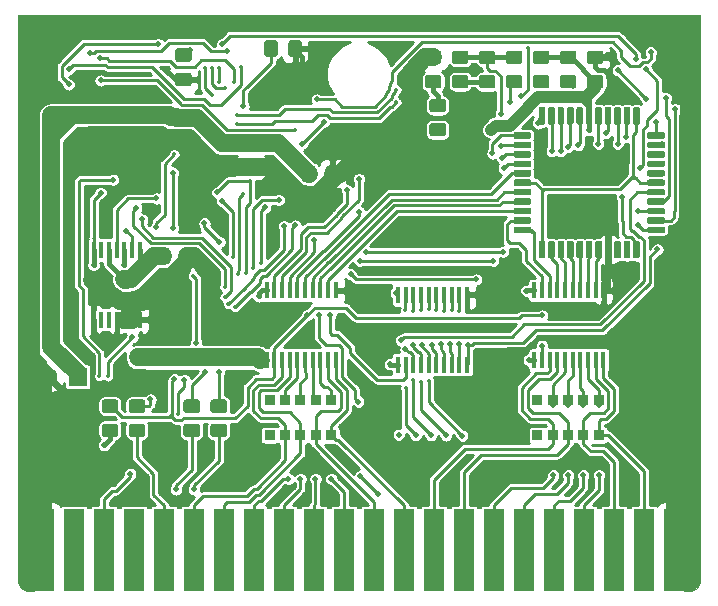
<source format=gbr>
G04 #@! TF.GenerationSoftware,KiCad,Pcbnew,(5.1.5)-3*
G04 #@! TF.CreationDate,2020-07-25T22:57:51-04:00*
G04 #@! TF.ProjectId,c64-cpm-smd,6336342d-6370-46d2-9d73-6d642e6b6963,rev?*
G04 #@! TF.SameCoordinates,Original*
G04 #@! TF.FileFunction,Copper,L2,Bot*
G04 #@! TF.FilePolarity,Positive*
%FSLAX46Y46*%
G04 Gerber Fmt 4.6, Leading zero omitted, Abs format (unit mm)*
G04 Created by KiCad (PCBNEW (5.1.5)-3) date 2020-07-25 22:57:51*
%MOMM*%
%LPD*%
G04 APERTURE LIST*
%ADD10C,0.100000*%
%ADD11C,0.500000*%
%ADD12R,1.600000X1.600000*%
%ADD13C,1.600000*%
%ADD14R,0.450000X1.450000*%
%ADD15R,0.900000X0.900000*%
%ADD16R,1.750000X7.000000*%
%ADD17C,0.500000*%
%ADD18C,0.350000*%
%ADD19C,0.439000*%
%ADD20C,1.000000*%
%ADD21C,1.500000*%
%ADD22C,0.250000*%
%ADD23C,0.625000*%
%ADD24C,0.288000*%
%ADD25C,0.239000*%
G04 APERTURE END LIST*
D10*
G36*
X182435500Y-152019000D02*
G01*
X183134000Y-152019000D01*
X183578500Y-151765000D01*
X183832500Y-151320500D01*
X183832500Y-151066500D01*
X183832500Y-134937500D01*
X182435500Y-134937500D01*
X182435500Y-152019000D01*
G37*
X182435500Y-152019000D02*
X183134000Y-152019000D01*
X183578500Y-151765000D01*
X183832500Y-151320500D01*
X183832500Y-151066500D01*
X183832500Y-134937500D01*
X182435500Y-134937500D01*
X182435500Y-152019000D01*
G36*
X127444500Y-152019000D02*
G01*
X126746000Y-152019000D01*
X126301500Y-151765000D01*
X126047500Y-151320500D01*
X126047500Y-151066500D01*
X126047500Y-134937500D01*
X127444500Y-134937500D01*
X127444500Y-152019000D01*
G37*
X127444500Y-152019000D02*
X126746000Y-152019000D01*
X126301500Y-151765000D01*
X126047500Y-151320500D01*
X126047500Y-151066500D01*
X126047500Y-134937500D01*
X127444500Y-134937500D01*
X127444500Y-152019000D01*
G36*
X183832500Y-134937500D02*
G01*
X183832500Y-103251000D01*
X126047500Y-103251000D01*
X126047500Y-134937500D01*
X127444500Y-134937500D01*
X127444500Y-104711500D01*
X127508000Y-104648000D01*
X182372000Y-104648000D01*
X182435500Y-104711500D01*
X182435500Y-134937500D01*
X183832500Y-134937500D01*
G37*
X183832500Y-134937500D02*
X183832500Y-103251000D01*
X126047500Y-103251000D01*
X126047500Y-134937500D01*
X127444500Y-134937500D01*
X127444500Y-104711500D01*
X127508000Y-104648000D01*
X182372000Y-104648000D01*
X182435500Y-104711500D01*
X182435500Y-134937500D01*
X183832500Y-134937500D01*
D11*
X181825900Y-145351500D02*
G75*
G03X182651400Y-144526000I0J825500D01*
G01*
X127241300Y-144526000D02*
G75*
G03X128066800Y-145351500I825500J0D01*
G01*
D12*
X131127500Y-133921500D03*
D13*
X128627500Y-133921500D03*
G04 #@! TA.AperFunction,SMDPad,CuDef*
D10*
G36*
X147842005Y-105409704D02*
G01*
X147866273Y-105413304D01*
X147890072Y-105419265D01*
X147913171Y-105427530D01*
X147935350Y-105438020D01*
X147956393Y-105450632D01*
X147976099Y-105465247D01*
X147994277Y-105481723D01*
X148010753Y-105499901D01*
X148025368Y-105519607D01*
X148037980Y-105540650D01*
X148048470Y-105562829D01*
X148056735Y-105585928D01*
X148062696Y-105609727D01*
X148066296Y-105633995D01*
X148067500Y-105658499D01*
X148067500Y-106558501D01*
X148066296Y-106583005D01*
X148062696Y-106607273D01*
X148056735Y-106631072D01*
X148048470Y-106654171D01*
X148037980Y-106676350D01*
X148025368Y-106697393D01*
X148010753Y-106717099D01*
X147994277Y-106735277D01*
X147976099Y-106751753D01*
X147956393Y-106766368D01*
X147935350Y-106778980D01*
X147913171Y-106789470D01*
X147890072Y-106797735D01*
X147866273Y-106803696D01*
X147842005Y-106807296D01*
X147817501Y-106808500D01*
X147167499Y-106808500D01*
X147142995Y-106807296D01*
X147118727Y-106803696D01*
X147094928Y-106797735D01*
X147071829Y-106789470D01*
X147049650Y-106778980D01*
X147028607Y-106766368D01*
X147008901Y-106751753D01*
X146990723Y-106735277D01*
X146974247Y-106717099D01*
X146959632Y-106697393D01*
X146947020Y-106676350D01*
X146936530Y-106654171D01*
X146928265Y-106631072D01*
X146922304Y-106607273D01*
X146918704Y-106583005D01*
X146917500Y-106558501D01*
X146917500Y-105658499D01*
X146918704Y-105633995D01*
X146922304Y-105609727D01*
X146928265Y-105585928D01*
X146936530Y-105562829D01*
X146947020Y-105540650D01*
X146959632Y-105519607D01*
X146974247Y-105499901D01*
X146990723Y-105481723D01*
X147008901Y-105465247D01*
X147028607Y-105450632D01*
X147049650Y-105438020D01*
X147071829Y-105427530D01*
X147094928Y-105419265D01*
X147118727Y-105413304D01*
X147142995Y-105409704D01*
X147167499Y-105408500D01*
X147817501Y-105408500D01*
X147842005Y-105409704D01*
G37*
G04 #@! TD.AperFunction*
G04 #@! TA.AperFunction,SMDPad,CuDef*
G36*
X149892005Y-105409704D02*
G01*
X149916273Y-105413304D01*
X149940072Y-105419265D01*
X149963171Y-105427530D01*
X149985350Y-105438020D01*
X150006393Y-105450632D01*
X150026099Y-105465247D01*
X150044277Y-105481723D01*
X150060753Y-105499901D01*
X150075368Y-105519607D01*
X150087980Y-105540650D01*
X150098470Y-105562829D01*
X150106735Y-105585928D01*
X150112696Y-105609727D01*
X150116296Y-105633995D01*
X150117500Y-105658499D01*
X150117500Y-106558501D01*
X150116296Y-106583005D01*
X150112696Y-106607273D01*
X150106735Y-106631072D01*
X150098470Y-106654171D01*
X150087980Y-106676350D01*
X150075368Y-106697393D01*
X150060753Y-106717099D01*
X150044277Y-106735277D01*
X150026099Y-106751753D01*
X150006393Y-106766368D01*
X149985350Y-106778980D01*
X149963171Y-106789470D01*
X149940072Y-106797735D01*
X149916273Y-106803696D01*
X149892005Y-106807296D01*
X149867501Y-106808500D01*
X149217499Y-106808500D01*
X149192995Y-106807296D01*
X149168727Y-106803696D01*
X149144928Y-106797735D01*
X149121829Y-106789470D01*
X149099650Y-106778980D01*
X149078607Y-106766368D01*
X149058901Y-106751753D01*
X149040723Y-106735277D01*
X149024247Y-106717099D01*
X149009632Y-106697393D01*
X148997020Y-106676350D01*
X148986530Y-106654171D01*
X148978265Y-106631072D01*
X148972304Y-106607273D01*
X148968704Y-106583005D01*
X148967500Y-106558501D01*
X148967500Y-105658499D01*
X148968704Y-105633995D01*
X148972304Y-105609727D01*
X148978265Y-105585928D01*
X148986530Y-105562829D01*
X148997020Y-105540650D01*
X149009632Y-105519607D01*
X149024247Y-105499901D01*
X149040723Y-105481723D01*
X149058901Y-105465247D01*
X149078607Y-105450632D01*
X149099650Y-105438020D01*
X149121829Y-105427530D01*
X149144928Y-105419265D01*
X149168727Y-105413304D01*
X149192995Y-105409704D01*
X149217499Y-105408500D01*
X149867501Y-105408500D01*
X149892005Y-105409704D01*
G37*
G04 #@! TD.AperFunction*
G04 #@! TA.AperFunction,SMDPad,CuDef*
G36*
X161701005Y-106287704D02*
G01*
X161725273Y-106291304D01*
X161749072Y-106297265D01*
X161772171Y-106305530D01*
X161794350Y-106316020D01*
X161815393Y-106328632D01*
X161835099Y-106343247D01*
X161853277Y-106359723D01*
X161869753Y-106377901D01*
X161884368Y-106397607D01*
X161896980Y-106418650D01*
X161907470Y-106440829D01*
X161915735Y-106463928D01*
X161921696Y-106487727D01*
X161925296Y-106511995D01*
X161926500Y-106536499D01*
X161926500Y-107186501D01*
X161925296Y-107211005D01*
X161921696Y-107235273D01*
X161915735Y-107259072D01*
X161907470Y-107282171D01*
X161896980Y-107304350D01*
X161884368Y-107325393D01*
X161869753Y-107345099D01*
X161853277Y-107363277D01*
X161835099Y-107379753D01*
X161815393Y-107394368D01*
X161794350Y-107406980D01*
X161772171Y-107417470D01*
X161749072Y-107425735D01*
X161725273Y-107431696D01*
X161701005Y-107435296D01*
X161676501Y-107436500D01*
X160776499Y-107436500D01*
X160751995Y-107435296D01*
X160727727Y-107431696D01*
X160703928Y-107425735D01*
X160680829Y-107417470D01*
X160658650Y-107406980D01*
X160637607Y-107394368D01*
X160617901Y-107379753D01*
X160599723Y-107363277D01*
X160583247Y-107345099D01*
X160568632Y-107325393D01*
X160556020Y-107304350D01*
X160545530Y-107282171D01*
X160537265Y-107259072D01*
X160531304Y-107235273D01*
X160527704Y-107211005D01*
X160526500Y-107186501D01*
X160526500Y-106536499D01*
X160527704Y-106511995D01*
X160531304Y-106487727D01*
X160537265Y-106463928D01*
X160545530Y-106440829D01*
X160556020Y-106418650D01*
X160568632Y-106397607D01*
X160583247Y-106377901D01*
X160599723Y-106359723D01*
X160617901Y-106343247D01*
X160637607Y-106328632D01*
X160658650Y-106316020D01*
X160680829Y-106305530D01*
X160703928Y-106297265D01*
X160727727Y-106291304D01*
X160751995Y-106287704D01*
X160776499Y-106286500D01*
X161676501Y-106286500D01*
X161701005Y-106287704D01*
G37*
G04 #@! TD.AperFunction*
G04 #@! TA.AperFunction,SMDPad,CuDef*
G36*
X161701005Y-108337704D02*
G01*
X161725273Y-108341304D01*
X161749072Y-108347265D01*
X161772171Y-108355530D01*
X161794350Y-108366020D01*
X161815393Y-108378632D01*
X161835099Y-108393247D01*
X161853277Y-108409723D01*
X161869753Y-108427901D01*
X161884368Y-108447607D01*
X161896980Y-108468650D01*
X161907470Y-108490829D01*
X161915735Y-108513928D01*
X161921696Y-108537727D01*
X161925296Y-108561995D01*
X161926500Y-108586499D01*
X161926500Y-109236501D01*
X161925296Y-109261005D01*
X161921696Y-109285273D01*
X161915735Y-109309072D01*
X161907470Y-109332171D01*
X161896980Y-109354350D01*
X161884368Y-109375393D01*
X161869753Y-109395099D01*
X161853277Y-109413277D01*
X161835099Y-109429753D01*
X161815393Y-109444368D01*
X161794350Y-109456980D01*
X161772171Y-109467470D01*
X161749072Y-109475735D01*
X161725273Y-109481696D01*
X161701005Y-109485296D01*
X161676501Y-109486500D01*
X160776499Y-109486500D01*
X160751995Y-109485296D01*
X160727727Y-109481696D01*
X160703928Y-109475735D01*
X160680829Y-109467470D01*
X160658650Y-109456980D01*
X160637607Y-109444368D01*
X160617901Y-109429753D01*
X160599723Y-109413277D01*
X160583247Y-109395099D01*
X160568632Y-109375393D01*
X160556020Y-109354350D01*
X160545530Y-109332171D01*
X160537265Y-109309072D01*
X160531304Y-109285273D01*
X160527704Y-109261005D01*
X160526500Y-109236501D01*
X160526500Y-108586499D01*
X160527704Y-108561995D01*
X160531304Y-108537727D01*
X160537265Y-108513928D01*
X160545530Y-108490829D01*
X160556020Y-108468650D01*
X160568632Y-108447607D01*
X160583247Y-108427901D01*
X160599723Y-108409723D01*
X160617901Y-108393247D01*
X160637607Y-108378632D01*
X160658650Y-108366020D01*
X160680829Y-108355530D01*
X160703928Y-108347265D01*
X160727727Y-108341304D01*
X160751995Y-108337704D01*
X160776499Y-108336500D01*
X161676501Y-108336500D01*
X161701005Y-108337704D01*
G37*
G04 #@! TD.AperFunction*
G04 #@! TA.AperFunction,SMDPad,CuDef*
G36*
X166273005Y-106296704D02*
G01*
X166297273Y-106300304D01*
X166321072Y-106306265D01*
X166344171Y-106314530D01*
X166366350Y-106325020D01*
X166387393Y-106337632D01*
X166407099Y-106352247D01*
X166425277Y-106368723D01*
X166441753Y-106386901D01*
X166456368Y-106406607D01*
X166468980Y-106427650D01*
X166479470Y-106449829D01*
X166487735Y-106472928D01*
X166493696Y-106496727D01*
X166497296Y-106520995D01*
X166498500Y-106545499D01*
X166498500Y-107195501D01*
X166497296Y-107220005D01*
X166493696Y-107244273D01*
X166487735Y-107268072D01*
X166479470Y-107291171D01*
X166468980Y-107313350D01*
X166456368Y-107334393D01*
X166441753Y-107354099D01*
X166425277Y-107372277D01*
X166407099Y-107388753D01*
X166387393Y-107403368D01*
X166366350Y-107415980D01*
X166344171Y-107426470D01*
X166321072Y-107434735D01*
X166297273Y-107440696D01*
X166273005Y-107444296D01*
X166248501Y-107445500D01*
X165348499Y-107445500D01*
X165323995Y-107444296D01*
X165299727Y-107440696D01*
X165275928Y-107434735D01*
X165252829Y-107426470D01*
X165230650Y-107415980D01*
X165209607Y-107403368D01*
X165189901Y-107388753D01*
X165171723Y-107372277D01*
X165155247Y-107354099D01*
X165140632Y-107334393D01*
X165128020Y-107313350D01*
X165117530Y-107291171D01*
X165109265Y-107268072D01*
X165103304Y-107244273D01*
X165099704Y-107220005D01*
X165098500Y-107195501D01*
X165098500Y-106545499D01*
X165099704Y-106520995D01*
X165103304Y-106496727D01*
X165109265Y-106472928D01*
X165117530Y-106449829D01*
X165128020Y-106427650D01*
X165140632Y-106406607D01*
X165155247Y-106386901D01*
X165171723Y-106368723D01*
X165189901Y-106352247D01*
X165209607Y-106337632D01*
X165230650Y-106325020D01*
X165252829Y-106314530D01*
X165275928Y-106306265D01*
X165299727Y-106300304D01*
X165323995Y-106296704D01*
X165348499Y-106295500D01*
X166248501Y-106295500D01*
X166273005Y-106296704D01*
G37*
G04 #@! TD.AperFunction*
G04 #@! TA.AperFunction,SMDPad,CuDef*
G36*
X166273005Y-108346704D02*
G01*
X166297273Y-108350304D01*
X166321072Y-108356265D01*
X166344171Y-108364530D01*
X166366350Y-108375020D01*
X166387393Y-108387632D01*
X166407099Y-108402247D01*
X166425277Y-108418723D01*
X166441753Y-108436901D01*
X166456368Y-108456607D01*
X166468980Y-108477650D01*
X166479470Y-108499829D01*
X166487735Y-108522928D01*
X166493696Y-108546727D01*
X166497296Y-108570995D01*
X166498500Y-108595499D01*
X166498500Y-109245501D01*
X166497296Y-109270005D01*
X166493696Y-109294273D01*
X166487735Y-109318072D01*
X166479470Y-109341171D01*
X166468980Y-109363350D01*
X166456368Y-109384393D01*
X166441753Y-109404099D01*
X166425277Y-109422277D01*
X166407099Y-109438753D01*
X166387393Y-109453368D01*
X166366350Y-109465980D01*
X166344171Y-109476470D01*
X166321072Y-109484735D01*
X166297273Y-109490696D01*
X166273005Y-109494296D01*
X166248501Y-109495500D01*
X165348499Y-109495500D01*
X165323995Y-109494296D01*
X165299727Y-109490696D01*
X165275928Y-109484735D01*
X165252829Y-109476470D01*
X165230650Y-109465980D01*
X165209607Y-109453368D01*
X165189901Y-109438753D01*
X165171723Y-109422277D01*
X165155247Y-109404099D01*
X165140632Y-109384393D01*
X165128020Y-109363350D01*
X165117530Y-109341171D01*
X165109265Y-109318072D01*
X165103304Y-109294273D01*
X165099704Y-109270005D01*
X165098500Y-109245501D01*
X165098500Y-108595499D01*
X165099704Y-108570995D01*
X165103304Y-108546727D01*
X165109265Y-108522928D01*
X165117530Y-108499829D01*
X165128020Y-108477650D01*
X165140632Y-108456607D01*
X165155247Y-108436901D01*
X165171723Y-108418723D01*
X165189901Y-108402247D01*
X165209607Y-108387632D01*
X165230650Y-108375020D01*
X165252829Y-108364530D01*
X165275928Y-108356265D01*
X165299727Y-108350304D01*
X165323995Y-108346704D01*
X165348499Y-108345500D01*
X166248501Y-108345500D01*
X166273005Y-108346704D01*
G37*
G04 #@! TD.AperFunction*
G04 #@! TA.AperFunction,SMDPad,CuDef*
G36*
X175417005Y-106287704D02*
G01*
X175441273Y-106291304D01*
X175465072Y-106297265D01*
X175488171Y-106305530D01*
X175510350Y-106316020D01*
X175531393Y-106328632D01*
X175551099Y-106343247D01*
X175569277Y-106359723D01*
X175585753Y-106377901D01*
X175600368Y-106397607D01*
X175612980Y-106418650D01*
X175623470Y-106440829D01*
X175631735Y-106463928D01*
X175637696Y-106487727D01*
X175641296Y-106511995D01*
X175642500Y-106536499D01*
X175642500Y-107186501D01*
X175641296Y-107211005D01*
X175637696Y-107235273D01*
X175631735Y-107259072D01*
X175623470Y-107282171D01*
X175612980Y-107304350D01*
X175600368Y-107325393D01*
X175585753Y-107345099D01*
X175569277Y-107363277D01*
X175551099Y-107379753D01*
X175531393Y-107394368D01*
X175510350Y-107406980D01*
X175488171Y-107417470D01*
X175465072Y-107425735D01*
X175441273Y-107431696D01*
X175417005Y-107435296D01*
X175392501Y-107436500D01*
X174492499Y-107436500D01*
X174467995Y-107435296D01*
X174443727Y-107431696D01*
X174419928Y-107425735D01*
X174396829Y-107417470D01*
X174374650Y-107406980D01*
X174353607Y-107394368D01*
X174333901Y-107379753D01*
X174315723Y-107363277D01*
X174299247Y-107345099D01*
X174284632Y-107325393D01*
X174272020Y-107304350D01*
X174261530Y-107282171D01*
X174253265Y-107259072D01*
X174247304Y-107235273D01*
X174243704Y-107211005D01*
X174242500Y-107186501D01*
X174242500Y-106536499D01*
X174243704Y-106511995D01*
X174247304Y-106487727D01*
X174253265Y-106463928D01*
X174261530Y-106440829D01*
X174272020Y-106418650D01*
X174284632Y-106397607D01*
X174299247Y-106377901D01*
X174315723Y-106359723D01*
X174333901Y-106343247D01*
X174353607Y-106328632D01*
X174374650Y-106316020D01*
X174396829Y-106305530D01*
X174419928Y-106297265D01*
X174443727Y-106291304D01*
X174467995Y-106287704D01*
X174492499Y-106286500D01*
X175392501Y-106286500D01*
X175417005Y-106287704D01*
G37*
G04 #@! TD.AperFunction*
G04 #@! TA.AperFunction,SMDPad,CuDef*
G36*
X175417005Y-108337704D02*
G01*
X175441273Y-108341304D01*
X175465072Y-108347265D01*
X175488171Y-108355530D01*
X175510350Y-108366020D01*
X175531393Y-108378632D01*
X175551099Y-108393247D01*
X175569277Y-108409723D01*
X175585753Y-108427901D01*
X175600368Y-108447607D01*
X175612980Y-108468650D01*
X175623470Y-108490829D01*
X175631735Y-108513928D01*
X175637696Y-108537727D01*
X175641296Y-108561995D01*
X175642500Y-108586499D01*
X175642500Y-109236501D01*
X175641296Y-109261005D01*
X175637696Y-109285273D01*
X175631735Y-109309072D01*
X175623470Y-109332171D01*
X175612980Y-109354350D01*
X175600368Y-109375393D01*
X175585753Y-109395099D01*
X175569277Y-109413277D01*
X175551099Y-109429753D01*
X175531393Y-109444368D01*
X175510350Y-109456980D01*
X175488171Y-109467470D01*
X175465072Y-109475735D01*
X175441273Y-109481696D01*
X175417005Y-109485296D01*
X175392501Y-109486500D01*
X174492499Y-109486500D01*
X174467995Y-109485296D01*
X174443727Y-109481696D01*
X174419928Y-109475735D01*
X174396829Y-109467470D01*
X174374650Y-109456980D01*
X174353607Y-109444368D01*
X174333901Y-109429753D01*
X174315723Y-109413277D01*
X174299247Y-109395099D01*
X174284632Y-109375393D01*
X174272020Y-109354350D01*
X174261530Y-109332171D01*
X174253265Y-109309072D01*
X174247304Y-109285273D01*
X174243704Y-109261005D01*
X174242500Y-109236501D01*
X174242500Y-108586499D01*
X174243704Y-108561995D01*
X174247304Y-108537727D01*
X174253265Y-108513928D01*
X174261530Y-108490829D01*
X174272020Y-108468650D01*
X174284632Y-108447607D01*
X174299247Y-108427901D01*
X174315723Y-108409723D01*
X174333901Y-108393247D01*
X174353607Y-108378632D01*
X174374650Y-108366020D01*
X174396829Y-108355530D01*
X174419928Y-108347265D01*
X174443727Y-108341304D01*
X174467995Y-108337704D01*
X174492499Y-108336500D01*
X175392501Y-108336500D01*
X175417005Y-108337704D01*
G37*
G04 #@! TD.AperFunction*
G04 #@! TA.AperFunction,SMDPad,CuDef*
G36*
X138707005Y-122999204D02*
G01*
X138731273Y-123002804D01*
X138755072Y-123008765D01*
X138778171Y-123017030D01*
X138800350Y-123027520D01*
X138821393Y-123040132D01*
X138841099Y-123054747D01*
X138859277Y-123071223D01*
X138875753Y-123089401D01*
X138890368Y-123109107D01*
X138902980Y-123130150D01*
X138913470Y-123152329D01*
X138921735Y-123175428D01*
X138927696Y-123199227D01*
X138931296Y-123223495D01*
X138932500Y-123247999D01*
X138932500Y-124148001D01*
X138931296Y-124172505D01*
X138927696Y-124196773D01*
X138921735Y-124220572D01*
X138913470Y-124243671D01*
X138902980Y-124265850D01*
X138890368Y-124286893D01*
X138875753Y-124306599D01*
X138859277Y-124324777D01*
X138841099Y-124341253D01*
X138821393Y-124355868D01*
X138800350Y-124368480D01*
X138778171Y-124378970D01*
X138755072Y-124387235D01*
X138731273Y-124393196D01*
X138707005Y-124396796D01*
X138682501Y-124398000D01*
X138032499Y-124398000D01*
X138007995Y-124396796D01*
X137983727Y-124393196D01*
X137959928Y-124387235D01*
X137936829Y-124378970D01*
X137914650Y-124368480D01*
X137893607Y-124355868D01*
X137873901Y-124341253D01*
X137855723Y-124324777D01*
X137839247Y-124306599D01*
X137824632Y-124286893D01*
X137812020Y-124265850D01*
X137801530Y-124243671D01*
X137793265Y-124220572D01*
X137787304Y-124196773D01*
X137783704Y-124172505D01*
X137782500Y-124148001D01*
X137782500Y-123247999D01*
X137783704Y-123223495D01*
X137787304Y-123199227D01*
X137793265Y-123175428D01*
X137801530Y-123152329D01*
X137812020Y-123130150D01*
X137824632Y-123109107D01*
X137839247Y-123089401D01*
X137855723Y-123071223D01*
X137873901Y-123054747D01*
X137893607Y-123040132D01*
X137914650Y-123027520D01*
X137936829Y-123017030D01*
X137959928Y-123008765D01*
X137983727Y-123002804D01*
X138007995Y-122999204D01*
X138032499Y-122998000D01*
X138682501Y-122998000D01*
X138707005Y-122999204D01*
G37*
G04 #@! TD.AperFunction*
G04 #@! TA.AperFunction,SMDPad,CuDef*
G36*
X140757005Y-122999204D02*
G01*
X140781273Y-123002804D01*
X140805072Y-123008765D01*
X140828171Y-123017030D01*
X140850350Y-123027520D01*
X140871393Y-123040132D01*
X140891099Y-123054747D01*
X140909277Y-123071223D01*
X140925753Y-123089401D01*
X140940368Y-123109107D01*
X140952980Y-123130150D01*
X140963470Y-123152329D01*
X140971735Y-123175428D01*
X140977696Y-123199227D01*
X140981296Y-123223495D01*
X140982500Y-123247999D01*
X140982500Y-124148001D01*
X140981296Y-124172505D01*
X140977696Y-124196773D01*
X140971735Y-124220572D01*
X140963470Y-124243671D01*
X140952980Y-124265850D01*
X140940368Y-124286893D01*
X140925753Y-124306599D01*
X140909277Y-124324777D01*
X140891099Y-124341253D01*
X140871393Y-124355868D01*
X140850350Y-124368480D01*
X140828171Y-124378970D01*
X140805072Y-124387235D01*
X140781273Y-124393196D01*
X140757005Y-124396796D01*
X140732501Y-124398000D01*
X140082499Y-124398000D01*
X140057995Y-124396796D01*
X140033727Y-124393196D01*
X140009928Y-124387235D01*
X139986829Y-124378970D01*
X139964650Y-124368480D01*
X139943607Y-124355868D01*
X139923901Y-124341253D01*
X139905723Y-124324777D01*
X139889247Y-124306599D01*
X139874632Y-124286893D01*
X139862020Y-124265850D01*
X139851530Y-124243671D01*
X139843265Y-124220572D01*
X139837304Y-124196773D01*
X139833704Y-124172505D01*
X139832500Y-124148001D01*
X139832500Y-123247999D01*
X139833704Y-123223495D01*
X139837304Y-123199227D01*
X139843265Y-123175428D01*
X139851530Y-123152329D01*
X139862020Y-123130150D01*
X139874632Y-123109107D01*
X139889247Y-123089401D01*
X139905723Y-123071223D01*
X139923901Y-123054747D01*
X139943607Y-123040132D01*
X139964650Y-123027520D01*
X139986829Y-123017030D01*
X140009928Y-123008765D01*
X140033727Y-123002804D01*
X140057995Y-122999204D01*
X140082499Y-122998000D01*
X140732501Y-122998000D01*
X140757005Y-122999204D01*
G37*
G04 #@! TD.AperFunction*
G04 #@! TA.AperFunction,SMDPad,CuDef*
G36*
X146270505Y-113526704D02*
G01*
X146294773Y-113530304D01*
X146318572Y-113536265D01*
X146341671Y-113544530D01*
X146363850Y-113555020D01*
X146384893Y-113567632D01*
X146404599Y-113582247D01*
X146422777Y-113598723D01*
X146439253Y-113616901D01*
X146453868Y-113636607D01*
X146466480Y-113657650D01*
X146476970Y-113679829D01*
X146485235Y-113702928D01*
X146491196Y-113726727D01*
X146494796Y-113750995D01*
X146496000Y-113775499D01*
X146496000Y-114425501D01*
X146494796Y-114450005D01*
X146491196Y-114474273D01*
X146485235Y-114498072D01*
X146476970Y-114521171D01*
X146466480Y-114543350D01*
X146453868Y-114564393D01*
X146439253Y-114584099D01*
X146422777Y-114602277D01*
X146404599Y-114618753D01*
X146384893Y-114633368D01*
X146363850Y-114645980D01*
X146341671Y-114656470D01*
X146318572Y-114664735D01*
X146294773Y-114670696D01*
X146270505Y-114674296D01*
X146246001Y-114675500D01*
X145345999Y-114675500D01*
X145321495Y-114674296D01*
X145297227Y-114670696D01*
X145273428Y-114664735D01*
X145250329Y-114656470D01*
X145228150Y-114645980D01*
X145207107Y-114633368D01*
X145187401Y-114618753D01*
X145169223Y-114602277D01*
X145152747Y-114584099D01*
X145138132Y-114564393D01*
X145125520Y-114543350D01*
X145115030Y-114521171D01*
X145106765Y-114498072D01*
X145100804Y-114474273D01*
X145097204Y-114450005D01*
X145096000Y-114425501D01*
X145096000Y-113775499D01*
X145097204Y-113750995D01*
X145100804Y-113726727D01*
X145106765Y-113702928D01*
X145115030Y-113679829D01*
X145125520Y-113657650D01*
X145138132Y-113636607D01*
X145152747Y-113616901D01*
X145169223Y-113598723D01*
X145187401Y-113582247D01*
X145207107Y-113567632D01*
X145228150Y-113555020D01*
X145250329Y-113544530D01*
X145273428Y-113536265D01*
X145297227Y-113530304D01*
X145321495Y-113526704D01*
X145345999Y-113525500D01*
X146246001Y-113525500D01*
X146270505Y-113526704D01*
G37*
G04 #@! TD.AperFunction*
G04 #@! TA.AperFunction,SMDPad,CuDef*
G36*
X146270505Y-115576704D02*
G01*
X146294773Y-115580304D01*
X146318572Y-115586265D01*
X146341671Y-115594530D01*
X146363850Y-115605020D01*
X146384893Y-115617632D01*
X146404599Y-115632247D01*
X146422777Y-115648723D01*
X146439253Y-115666901D01*
X146453868Y-115686607D01*
X146466480Y-115707650D01*
X146476970Y-115729829D01*
X146485235Y-115752928D01*
X146491196Y-115776727D01*
X146494796Y-115800995D01*
X146496000Y-115825499D01*
X146496000Y-116475501D01*
X146494796Y-116500005D01*
X146491196Y-116524273D01*
X146485235Y-116548072D01*
X146476970Y-116571171D01*
X146466480Y-116593350D01*
X146453868Y-116614393D01*
X146439253Y-116634099D01*
X146422777Y-116652277D01*
X146404599Y-116668753D01*
X146384893Y-116683368D01*
X146363850Y-116695980D01*
X146341671Y-116706470D01*
X146318572Y-116714735D01*
X146294773Y-116720696D01*
X146270505Y-116724296D01*
X146246001Y-116725500D01*
X145345999Y-116725500D01*
X145321495Y-116724296D01*
X145297227Y-116720696D01*
X145273428Y-116714735D01*
X145250329Y-116706470D01*
X145228150Y-116695980D01*
X145207107Y-116683368D01*
X145187401Y-116668753D01*
X145169223Y-116652277D01*
X145152747Y-116634099D01*
X145138132Y-116614393D01*
X145125520Y-116593350D01*
X145115030Y-116571171D01*
X145106765Y-116548072D01*
X145100804Y-116524273D01*
X145097204Y-116500005D01*
X145096000Y-116475501D01*
X145096000Y-115825499D01*
X145097204Y-115800995D01*
X145100804Y-115776727D01*
X145106765Y-115752928D01*
X145115030Y-115729829D01*
X145125520Y-115707650D01*
X145138132Y-115686607D01*
X145152747Y-115666901D01*
X145169223Y-115648723D01*
X145187401Y-115632247D01*
X145207107Y-115617632D01*
X145228150Y-115605020D01*
X145250329Y-115594530D01*
X145273428Y-115586265D01*
X145297227Y-115580304D01*
X145321495Y-115576704D01*
X145345999Y-115575500D01*
X146246001Y-115575500D01*
X146270505Y-115576704D01*
G37*
G04 #@! TD.AperFunction*
G04 #@! TA.AperFunction,SMDPad,CuDef*
G36*
X153076005Y-116014204D02*
G01*
X153100273Y-116017804D01*
X153124072Y-116023765D01*
X153147171Y-116032030D01*
X153169350Y-116042520D01*
X153190393Y-116055132D01*
X153210099Y-116069747D01*
X153228277Y-116086223D01*
X153244753Y-116104401D01*
X153259368Y-116124107D01*
X153271980Y-116145150D01*
X153282470Y-116167329D01*
X153290735Y-116190428D01*
X153296696Y-116214227D01*
X153300296Y-116238495D01*
X153301500Y-116262999D01*
X153301500Y-117163001D01*
X153300296Y-117187505D01*
X153296696Y-117211773D01*
X153290735Y-117235572D01*
X153282470Y-117258671D01*
X153271980Y-117280850D01*
X153259368Y-117301893D01*
X153244753Y-117321599D01*
X153228277Y-117339777D01*
X153210099Y-117356253D01*
X153190393Y-117370868D01*
X153169350Y-117383480D01*
X153147171Y-117393970D01*
X153124072Y-117402235D01*
X153100273Y-117408196D01*
X153076005Y-117411796D01*
X153051501Y-117413000D01*
X152401499Y-117413000D01*
X152376995Y-117411796D01*
X152352727Y-117408196D01*
X152328928Y-117402235D01*
X152305829Y-117393970D01*
X152283650Y-117383480D01*
X152262607Y-117370868D01*
X152242901Y-117356253D01*
X152224723Y-117339777D01*
X152208247Y-117321599D01*
X152193632Y-117301893D01*
X152181020Y-117280850D01*
X152170530Y-117258671D01*
X152162265Y-117235572D01*
X152156304Y-117211773D01*
X152152704Y-117187505D01*
X152151500Y-117163001D01*
X152151500Y-116262999D01*
X152152704Y-116238495D01*
X152156304Y-116214227D01*
X152162265Y-116190428D01*
X152170530Y-116167329D01*
X152181020Y-116145150D01*
X152193632Y-116124107D01*
X152208247Y-116104401D01*
X152224723Y-116086223D01*
X152242901Y-116069747D01*
X152262607Y-116055132D01*
X152283650Y-116042520D01*
X152305829Y-116032030D01*
X152328928Y-116023765D01*
X152352727Y-116017804D01*
X152376995Y-116014204D01*
X152401499Y-116013000D01*
X153051501Y-116013000D01*
X153076005Y-116014204D01*
G37*
G04 #@! TD.AperFunction*
G04 #@! TA.AperFunction,SMDPad,CuDef*
G36*
X151026005Y-116014204D02*
G01*
X151050273Y-116017804D01*
X151074072Y-116023765D01*
X151097171Y-116032030D01*
X151119350Y-116042520D01*
X151140393Y-116055132D01*
X151160099Y-116069747D01*
X151178277Y-116086223D01*
X151194753Y-116104401D01*
X151209368Y-116124107D01*
X151221980Y-116145150D01*
X151232470Y-116167329D01*
X151240735Y-116190428D01*
X151246696Y-116214227D01*
X151250296Y-116238495D01*
X151251500Y-116262999D01*
X151251500Y-117163001D01*
X151250296Y-117187505D01*
X151246696Y-117211773D01*
X151240735Y-117235572D01*
X151232470Y-117258671D01*
X151221980Y-117280850D01*
X151209368Y-117301893D01*
X151194753Y-117321599D01*
X151178277Y-117339777D01*
X151160099Y-117356253D01*
X151140393Y-117370868D01*
X151119350Y-117383480D01*
X151097171Y-117393970D01*
X151074072Y-117402235D01*
X151050273Y-117408196D01*
X151026005Y-117411796D01*
X151001501Y-117413000D01*
X150351499Y-117413000D01*
X150326995Y-117411796D01*
X150302727Y-117408196D01*
X150278928Y-117402235D01*
X150255829Y-117393970D01*
X150233650Y-117383480D01*
X150212607Y-117370868D01*
X150192901Y-117356253D01*
X150174723Y-117339777D01*
X150158247Y-117321599D01*
X150143632Y-117301893D01*
X150131020Y-117280850D01*
X150120530Y-117258671D01*
X150112265Y-117235572D01*
X150106304Y-117211773D01*
X150102704Y-117187505D01*
X150101500Y-117163001D01*
X150101500Y-116262999D01*
X150102704Y-116238495D01*
X150106304Y-116214227D01*
X150112265Y-116190428D01*
X150120530Y-116167329D01*
X150131020Y-116145150D01*
X150143632Y-116124107D01*
X150158247Y-116104401D01*
X150174723Y-116086223D01*
X150192901Y-116069747D01*
X150212607Y-116055132D01*
X150233650Y-116042520D01*
X150255829Y-116032030D01*
X150278928Y-116023765D01*
X150302727Y-116017804D01*
X150326995Y-116014204D01*
X150351499Y-116013000D01*
X151001501Y-116013000D01*
X151026005Y-116014204D01*
G37*
G04 #@! TD.AperFunction*
G04 #@! TA.AperFunction,SMDPad,CuDef*
G36*
X140555505Y-108147204D02*
G01*
X140579773Y-108150804D01*
X140603572Y-108156765D01*
X140626671Y-108165030D01*
X140648850Y-108175520D01*
X140669893Y-108188132D01*
X140689599Y-108202747D01*
X140707777Y-108219223D01*
X140724253Y-108237401D01*
X140738868Y-108257107D01*
X140751480Y-108278150D01*
X140761970Y-108300329D01*
X140770235Y-108323428D01*
X140776196Y-108347227D01*
X140779796Y-108371495D01*
X140781000Y-108395999D01*
X140781000Y-109046001D01*
X140779796Y-109070505D01*
X140776196Y-109094773D01*
X140770235Y-109118572D01*
X140761970Y-109141671D01*
X140751480Y-109163850D01*
X140738868Y-109184893D01*
X140724253Y-109204599D01*
X140707777Y-109222777D01*
X140689599Y-109239253D01*
X140669893Y-109253868D01*
X140648850Y-109266480D01*
X140626671Y-109276970D01*
X140603572Y-109285235D01*
X140579773Y-109291196D01*
X140555505Y-109294796D01*
X140531001Y-109296000D01*
X139630999Y-109296000D01*
X139606495Y-109294796D01*
X139582227Y-109291196D01*
X139558428Y-109285235D01*
X139535329Y-109276970D01*
X139513150Y-109266480D01*
X139492107Y-109253868D01*
X139472401Y-109239253D01*
X139454223Y-109222777D01*
X139437747Y-109204599D01*
X139423132Y-109184893D01*
X139410520Y-109163850D01*
X139400030Y-109141671D01*
X139391765Y-109118572D01*
X139385804Y-109094773D01*
X139382204Y-109070505D01*
X139381000Y-109046001D01*
X139381000Y-108395999D01*
X139382204Y-108371495D01*
X139385804Y-108347227D01*
X139391765Y-108323428D01*
X139400030Y-108300329D01*
X139410520Y-108278150D01*
X139423132Y-108257107D01*
X139437747Y-108237401D01*
X139454223Y-108219223D01*
X139472401Y-108202747D01*
X139492107Y-108188132D01*
X139513150Y-108175520D01*
X139535329Y-108165030D01*
X139558428Y-108156765D01*
X139582227Y-108150804D01*
X139606495Y-108147204D01*
X139630999Y-108146000D01*
X140531001Y-108146000D01*
X140555505Y-108147204D01*
G37*
G04 #@! TD.AperFunction*
G04 #@! TA.AperFunction,SMDPad,CuDef*
G36*
X140555505Y-106097204D02*
G01*
X140579773Y-106100804D01*
X140603572Y-106106765D01*
X140626671Y-106115030D01*
X140648850Y-106125520D01*
X140669893Y-106138132D01*
X140689599Y-106152747D01*
X140707777Y-106169223D01*
X140724253Y-106187401D01*
X140738868Y-106207107D01*
X140751480Y-106228150D01*
X140761970Y-106250329D01*
X140770235Y-106273428D01*
X140776196Y-106297227D01*
X140779796Y-106321495D01*
X140781000Y-106345999D01*
X140781000Y-106996001D01*
X140779796Y-107020505D01*
X140776196Y-107044773D01*
X140770235Y-107068572D01*
X140761970Y-107091671D01*
X140751480Y-107113850D01*
X140738868Y-107134893D01*
X140724253Y-107154599D01*
X140707777Y-107172777D01*
X140689599Y-107189253D01*
X140669893Y-107203868D01*
X140648850Y-107216480D01*
X140626671Y-107226970D01*
X140603572Y-107235235D01*
X140579773Y-107241196D01*
X140555505Y-107244796D01*
X140531001Y-107246000D01*
X139630999Y-107246000D01*
X139606495Y-107244796D01*
X139582227Y-107241196D01*
X139558428Y-107235235D01*
X139535329Y-107226970D01*
X139513150Y-107216480D01*
X139492107Y-107203868D01*
X139472401Y-107189253D01*
X139454223Y-107172777D01*
X139437747Y-107154599D01*
X139423132Y-107134893D01*
X139410520Y-107113850D01*
X139400030Y-107091671D01*
X139391765Y-107068572D01*
X139385804Y-107044773D01*
X139382204Y-107020505D01*
X139381000Y-106996001D01*
X139381000Y-106345999D01*
X139382204Y-106321495D01*
X139385804Y-106297227D01*
X139391765Y-106273428D01*
X139400030Y-106250329D01*
X139410520Y-106228150D01*
X139423132Y-106207107D01*
X139437747Y-106187401D01*
X139454223Y-106169223D01*
X139472401Y-106152747D01*
X139492107Y-106138132D01*
X139513150Y-106125520D01*
X139535329Y-106115030D01*
X139558428Y-106106765D01*
X139582227Y-106100804D01*
X139606495Y-106097204D01*
X139630999Y-106096000D01*
X140531001Y-106096000D01*
X140555505Y-106097204D01*
G37*
G04 #@! TD.AperFunction*
G04 #@! TA.AperFunction,SMDPad,CuDef*
G36*
X143540005Y-137865204D02*
G01*
X143564273Y-137868804D01*
X143588072Y-137874765D01*
X143611171Y-137883030D01*
X143633350Y-137893520D01*
X143654393Y-137906132D01*
X143674099Y-137920747D01*
X143692277Y-137937223D01*
X143708753Y-137955401D01*
X143723368Y-137975107D01*
X143735980Y-137996150D01*
X143746470Y-138018329D01*
X143754735Y-138041428D01*
X143760696Y-138065227D01*
X143764296Y-138089495D01*
X143765500Y-138113999D01*
X143765500Y-138764001D01*
X143764296Y-138788505D01*
X143760696Y-138812773D01*
X143754735Y-138836572D01*
X143746470Y-138859671D01*
X143735980Y-138881850D01*
X143723368Y-138902893D01*
X143708753Y-138922599D01*
X143692277Y-138940777D01*
X143674099Y-138957253D01*
X143654393Y-138971868D01*
X143633350Y-138984480D01*
X143611171Y-138994970D01*
X143588072Y-139003235D01*
X143564273Y-139009196D01*
X143540005Y-139012796D01*
X143515501Y-139014000D01*
X142615499Y-139014000D01*
X142590995Y-139012796D01*
X142566727Y-139009196D01*
X142542928Y-139003235D01*
X142519829Y-138994970D01*
X142497650Y-138984480D01*
X142476607Y-138971868D01*
X142456901Y-138957253D01*
X142438723Y-138940777D01*
X142422247Y-138922599D01*
X142407632Y-138902893D01*
X142395020Y-138881850D01*
X142384530Y-138859671D01*
X142376265Y-138836572D01*
X142370304Y-138812773D01*
X142366704Y-138788505D01*
X142365500Y-138764001D01*
X142365500Y-138113999D01*
X142366704Y-138089495D01*
X142370304Y-138065227D01*
X142376265Y-138041428D01*
X142384530Y-138018329D01*
X142395020Y-137996150D01*
X142407632Y-137975107D01*
X142422247Y-137955401D01*
X142438723Y-137937223D01*
X142456901Y-137920747D01*
X142476607Y-137906132D01*
X142497650Y-137893520D01*
X142519829Y-137883030D01*
X142542928Y-137874765D01*
X142566727Y-137868804D01*
X142590995Y-137865204D01*
X142615499Y-137864000D01*
X143515501Y-137864000D01*
X143540005Y-137865204D01*
G37*
G04 #@! TD.AperFunction*
G04 #@! TA.AperFunction,SMDPad,CuDef*
G36*
X143540005Y-135815204D02*
G01*
X143564273Y-135818804D01*
X143588072Y-135824765D01*
X143611171Y-135833030D01*
X143633350Y-135843520D01*
X143654393Y-135856132D01*
X143674099Y-135870747D01*
X143692277Y-135887223D01*
X143708753Y-135905401D01*
X143723368Y-135925107D01*
X143735980Y-135946150D01*
X143746470Y-135968329D01*
X143754735Y-135991428D01*
X143760696Y-136015227D01*
X143764296Y-136039495D01*
X143765500Y-136063999D01*
X143765500Y-136714001D01*
X143764296Y-136738505D01*
X143760696Y-136762773D01*
X143754735Y-136786572D01*
X143746470Y-136809671D01*
X143735980Y-136831850D01*
X143723368Y-136852893D01*
X143708753Y-136872599D01*
X143692277Y-136890777D01*
X143674099Y-136907253D01*
X143654393Y-136921868D01*
X143633350Y-136934480D01*
X143611171Y-136944970D01*
X143588072Y-136953235D01*
X143564273Y-136959196D01*
X143540005Y-136962796D01*
X143515501Y-136964000D01*
X142615499Y-136964000D01*
X142590995Y-136962796D01*
X142566727Y-136959196D01*
X142542928Y-136953235D01*
X142519829Y-136944970D01*
X142497650Y-136934480D01*
X142476607Y-136921868D01*
X142456901Y-136907253D01*
X142438723Y-136890777D01*
X142422247Y-136872599D01*
X142407632Y-136852893D01*
X142395020Y-136831850D01*
X142384530Y-136809671D01*
X142376265Y-136786572D01*
X142370304Y-136762773D01*
X142366704Y-136738505D01*
X142365500Y-136714001D01*
X142365500Y-136063999D01*
X142366704Y-136039495D01*
X142370304Y-136015227D01*
X142376265Y-135991428D01*
X142384530Y-135968329D01*
X142395020Y-135946150D01*
X142407632Y-135925107D01*
X142422247Y-135905401D01*
X142438723Y-135887223D01*
X142456901Y-135870747D01*
X142476607Y-135856132D01*
X142497650Y-135843520D01*
X142519829Y-135833030D01*
X142542928Y-135824765D01*
X142566727Y-135818804D01*
X142590995Y-135815204D01*
X142615499Y-135814000D01*
X143515501Y-135814000D01*
X143540005Y-135815204D01*
G37*
G04 #@! TD.AperFunction*
G04 #@! TA.AperFunction,SMDPad,CuDef*
G36*
X141254005Y-135815204D02*
G01*
X141278273Y-135818804D01*
X141302072Y-135824765D01*
X141325171Y-135833030D01*
X141347350Y-135843520D01*
X141368393Y-135856132D01*
X141388099Y-135870747D01*
X141406277Y-135887223D01*
X141422753Y-135905401D01*
X141437368Y-135925107D01*
X141449980Y-135946150D01*
X141460470Y-135968329D01*
X141468735Y-135991428D01*
X141474696Y-136015227D01*
X141478296Y-136039495D01*
X141479500Y-136063999D01*
X141479500Y-136714001D01*
X141478296Y-136738505D01*
X141474696Y-136762773D01*
X141468735Y-136786572D01*
X141460470Y-136809671D01*
X141449980Y-136831850D01*
X141437368Y-136852893D01*
X141422753Y-136872599D01*
X141406277Y-136890777D01*
X141388099Y-136907253D01*
X141368393Y-136921868D01*
X141347350Y-136934480D01*
X141325171Y-136944970D01*
X141302072Y-136953235D01*
X141278273Y-136959196D01*
X141254005Y-136962796D01*
X141229501Y-136964000D01*
X140329499Y-136964000D01*
X140304995Y-136962796D01*
X140280727Y-136959196D01*
X140256928Y-136953235D01*
X140233829Y-136944970D01*
X140211650Y-136934480D01*
X140190607Y-136921868D01*
X140170901Y-136907253D01*
X140152723Y-136890777D01*
X140136247Y-136872599D01*
X140121632Y-136852893D01*
X140109020Y-136831850D01*
X140098530Y-136809671D01*
X140090265Y-136786572D01*
X140084304Y-136762773D01*
X140080704Y-136738505D01*
X140079500Y-136714001D01*
X140079500Y-136063999D01*
X140080704Y-136039495D01*
X140084304Y-136015227D01*
X140090265Y-135991428D01*
X140098530Y-135968329D01*
X140109020Y-135946150D01*
X140121632Y-135925107D01*
X140136247Y-135905401D01*
X140152723Y-135887223D01*
X140170901Y-135870747D01*
X140190607Y-135856132D01*
X140211650Y-135843520D01*
X140233829Y-135833030D01*
X140256928Y-135824765D01*
X140280727Y-135818804D01*
X140304995Y-135815204D01*
X140329499Y-135814000D01*
X141229501Y-135814000D01*
X141254005Y-135815204D01*
G37*
G04 #@! TD.AperFunction*
G04 #@! TA.AperFunction,SMDPad,CuDef*
G36*
X141254005Y-137865204D02*
G01*
X141278273Y-137868804D01*
X141302072Y-137874765D01*
X141325171Y-137883030D01*
X141347350Y-137893520D01*
X141368393Y-137906132D01*
X141388099Y-137920747D01*
X141406277Y-137937223D01*
X141422753Y-137955401D01*
X141437368Y-137975107D01*
X141449980Y-137996150D01*
X141460470Y-138018329D01*
X141468735Y-138041428D01*
X141474696Y-138065227D01*
X141478296Y-138089495D01*
X141479500Y-138113999D01*
X141479500Y-138764001D01*
X141478296Y-138788505D01*
X141474696Y-138812773D01*
X141468735Y-138836572D01*
X141460470Y-138859671D01*
X141449980Y-138881850D01*
X141437368Y-138902893D01*
X141422753Y-138922599D01*
X141406277Y-138940777D01*
X141388099Y-138957253D01*
X141368393Y-138971868D01*
X141347350Y-138984480D01*
X141325171Y-138994970D01*
X141302072Y-139003235D01*
X141278273Y-139009196D01*
X141254005Y-139012796D01*
X141229501Y-139014000D01*
X140329499Y-139014000D01*
X140304995Y-139012796D01*
X140280727Y-139009196D01*
X140256928Y-139003235D01*
X140233829Y-138994970D01*
X140211650Y-138984480D01*
X140190607Y-138971868D01*
X140170901Y-138957253D01*
X140152723Y-138940777D01*
X140136247Y-138922599D01*
X140121632Y-138902893D01*
X140109020Y-138881850D01*
X140098530Y-138859671D01*
X140090265Y-138836572D01*
X140084304Y-138812773D01*
X140080704Y-138788505D01*
X140079500Y-138764001D01*
X140079500Y-138113999D01*
X140080704Y-138089495D01*
X140084304Y-138065227D01*
X140090265Y-138041428D01*
X140098530Y-138018329D01*
X140109020Y-137996150D01*
X140121632Y-137975107D01*
X140136247Y-137955401D01*
X140152723Y-137937223D01*
X140170901Y-137920747D01*
X140190607Y-137906132D01*
X140211650Y-137893520D01*
X140233829Y-137883030D01*
X140256928Y-137874765D01*
X140280727Y-137868804D01*
X140304995Y-137865204D01*
X140329499Y-137864000D01*
X141229501Y-137864000D01*
X141254005Y-137865204D01*
G37*
G04 #@! TD.AperFunction*
G04 #@! TA.AperFunction,SMDPad,CuDef*
G36*
X136618505Y-135815204D02*
G01*
X136642773Y-135818804D01*
X136666572Y-135824765D01*
X136689671Y-135833030D01*
X136711850Y-135843520D01*
X136732893Y-135856132D01*
X136752599Y-135870747D01*
X136770777Y-135887223D01*
X136787253Y-135905401D01*
X136801868Y-135925107D01*
X136814480Y-135946150D01*
X136824970Y-135968329D01*
X136833235Y-135991428D01*
X136839196Y-136015227D01*
X136842796Y-136039495D01*
X136844000Y-136063999D01*
X136844000Y-136714001D01*
X136842796Y-136738505D01*
X136839196Y-136762773D01*
X136833235Y-136786572D01*
X136824970Y-136809671D01*
X136814480Y-136831850D01*
X136801868Y-136852893D01*
X136787253Y-136872599D01*
X136770777Y-136890777D01*
X136752599Y-136907253D01*
X136732893Y-136921868D01*
X136711850Y-136934480D01*
X136689671Y-136944970D01*
X136666572Y-136953235D01*
X136642773Y-136959196D01*
X136618505Y-136962796D01*
X136594001Y-136964000D01*
X135693999Y-136964000D01*
X135669495Y-136962796D01*
X135645227Y-136959196D01*
X135621428Y-136953235D01*
X135598329Y-136944970D01*
X135576150Y-136934480D01*
X135555107Y-136921868D01*
X135535401Y-136907253D01*
X135517223Y-136890777D01*
X135500747Y-136872599D01*
X135486132Y-136852893D01*
X135473520Y-136831850D01*
X135463030Y-136809671D01*
X135454765Y-136786572D01*
X135448804Y-136762773D01*
X135445204Y-136738505D01*
X135444000Y-136714001D01*
X135444000Y-136063999D01*
X135445204Y-136039495D01*
X135448804Y-136015227D01*
X135454765Y-135991428D01*
X135463030Y-135968329D01*
X135473520Y-135946150D01*
X135486132Y-135925107D01*
X135500747Y-135905401D01*
X135517223Y-135887223D01*
X135535401Y-135870747D01*
X135555107Y-135856132D01*
X135576150Y-135843520D01*
X135598329Y-135833030D01*
X135621428Y-135824765D01*
X135645227Y-135818804D01*
X135669495Y-135815204D01*
X135693999Y-135814000D01*
X136594001Y-135814000D01*
X136618505Y-135815204D01*
G37*
G04 #@! TD.AperFunction*
G04 #@! TA.AperFunction,SMDPad,CuDef*
G36*
X136618505Y-137865204D02*
G01*
X136642773Y-137868804D01*
X136666572Y-137874765D01*
X136689671Y-137883030D01*
X136711850Y-137893520D01*
X136732893Y-137906132D01*
X136752599Y-137920747D01*
X136770777Y-137937223D01*
X136787253Y-137955401D01*
X136801868Y-137975107D01*
X136814480Y-137996150D01*
X136824970Y-138018329D01*
X136833235Y-138041428D01*
X136839196Y-138065227D01*
X136842796Y-138089495D01*
X136844000Y-138113999D01*
X136844000Y-138764001D01*
X136842796Y-138788505D01*
X136839196Y-138812773D01*
X136833235Y-138836572D01*
X136824970Y-138859671D01*
X136814480Y-138881850D01*
X136801868Y-138902893D01*
X136787253Y-138922599D01*
X136770777Y-138940777D01*
X136752599Y-138957253D01*
X136732893Y-138971868D01*
X136711850Y-138984480D01*
X136689671Y-138994970D01*
X136666572Y-139003235D01*
X136642773Y-139009196D01*
X136618505Y-139012796D01*
X136594001Y-139014000D01*
X135693999Y-139014000D01*
X135669495Y-139012796D01*
X135645227Y-139009196D01*
X135621428Y-139003235D01*
X135598329Y-138994970D01*
X135576150Y-138984480D01*
X135555107Y-138971868D01*
X135535401Y-138957253D01*
X135517223Y-138940777D01*
X135500747Y-138922599D01*
X135486132Y-138902893D01*
X135473520Y-138881850D01*
X135463030Y-138859671D01*
X135454765Y-138836572D01*
X135448804Y-138812773D01*
X135445204Y-138788505D01*
X135444000Y-138764001D01*
X135444000Y-138113999D01*
X135445204Y-138089495D01*
X135448804Y-138065227D01*
X135454765Y-138041428D01*
X135463030Y-138018329D01*
X135473520Y-137996150D01*
X135486132Y-137975107D01*
X135500747Y-137955401D01*
X135517223Y-137937223D01*
X135535401Y-137920747D01*
X135555107Y-137906132D01*
X135576150Y-137893520D01*
X135598329Y-137883030D01*
X135621428Y-137874765D01*
X135645227Y-137868804D01*
X135669495Y-137865204D01*
X135693999Y-137864000D01*
X136594001Y-137864000D01*
X136618505Y-137865204D01*
G37*
G04 #@! TD.AperFunction*
G04 #@! TA.AperFunction,SMDPad,CuDef*
G36*
X170845005Y-108337704D02*
G01*
X170869273Y-108341304D01*
X170893072Y-108347265D01*
X170916171Y-108355530D01*
X170938350Y-108366020D01*
X170959393Y-108378632D01*
X170979099Y-108393247D01*
X170997277Y-108409723D01*
X171013753Y-108427901D01*
X171028368Y-108447607D01*
X171040980Y-108468650D01*
X171051470Y-108490829D01*
X171059735Y-108513928D01*
X171065696Y-108537727D01*
X171069296Y-108561995D01*
X171070500Y-108586499D01*
X171070500Y-109236501D01*
X171069296Y-109261005D01*
X171065696Y-109285273D01*
X171059735Y-109309072D01*
X171051470Y-109332171D01*
X171040980Y-109354350D01*
X171028368Y-109375393D01*
X171013753Y-109395099D01*
X170997277Y-109413277D01*
X170979099Y-109429753D01*
X170959393Y-109444368D01*
X170938350Y-109456980D01*
X170916171Y-109467470D01*
X170893072Y-109475735D01*
X170869273Y-109481696D01*
X170845005Y-109485296D01*
X170820501Y-109486500D01*
X169920499Y-109486500D01*
X169895995Y-109485296D01*
X169871727Y-109481696D01*
X169847928Y-109475735D01*
X169824829Y-109467470D01*
X169802650Y-109456980D01*
X169781607Y-109444368D01*
X169761901Y-109429753D01*
X169743723Y-109413277D01*
X169727247Y-109395099D01*
X169712632Y-109375393D01*
X169700020Y-109354350D01*
X169689530Y-109332171D01*
X169681265Y-109309072D01*
X169675304Y-109285273D01*
X169671704Y-109261005D01*
X169670500Y-109236501D01*
X169670500Y-108586499D01*
X169671704Y-108561995D01*
X169675304Y-108537727D01*
X169681265Y-108513928D01*
X169689530Y-108490829D01*
X169700020Y-108468650D01*
X169712632Y-108447607D01*
X169727247Y-108427901D01*
X169743723Y-108409723D01*
X169761901Y-108393247D01*
X169781607Y-108378632D01*
X169802650Y-108366020D01*
X169824829Y-108355530D01*
X169847928Y-108347265D01*
X169871727Y-108341304D01*
X169895995Y-108337704D01*
X169920499Y-108336500D01*
X170820501Y-108336500D01*
X170845005Y-108337704D01*
G37*
G04 #@! TD.AperFunction*
G04 #@! TA.AperFunction,SMDPad,CuDef*
G36*
X170845005Y-106287704D02*
G01*
X170869273Y-106291304D01*
X170893072Y-106297265D01*
X170916171Y-106305530D01*
X170938350Y-106316020D01*
X170959393Y-106328632D01*
X170979099Y-106343247D01*
X170997277Y-106359723D01*
X171013753Y-106377901D01*
X171028368Y-106397607D01*
X171040980Y-106418650D01*
X171051470Y-106440829D01*
X171059735Y-106463928D01*
X171065696Y-106487727D01*
X171069296Y-106511995D01*
X171070500Y-106536499D01*
X171070500Y-107186501D01*
X171069296Y-107211005D01*
X171065696Y-107235273D01*
X171059735Y-107259072D01*
X171051470Y-107282171D01*
X171040980Y-107304350D01*
X171028368Y-107325393D01*
X171013753Y-107345099D01*
X170997277Y-107363277D01*
X170979099Y-107379753D01*
X170959393Y-107394368D01*
X170938350Y-107406980D01*
X170916171Y-107417470D01*
X170893072Y-107425735D01*
X170869273Y-107431696D01*
X170845005Y-107435296D01*
X170820501Y-107436500D01*
X169920499Y-107436500D01*
X169895995Y-107435296D01*
X169871727Y-107431696D01*
X169847928Y-107425735D01*
X169824829Y-107417470D01*
X169802650Y-107406980D01*
X169781607Y-107394368D01*
X169761901Y-107379753D01*
X169743723Y-107363277D01*
X169727247Y-107345099D01*
X169712632Y-107325393D01*
X169700020Y-107304350D01*
X169689530Y-107282171D01*
X169681265Y-107259072D01*
X169675304Y-107235273D01*
X169671704Y-107211005D01*
X169670500Y-107186501D01*
X169670500Y-106536499D01*
X169671704Y-106511995D01*
X169675304Y-106487727D01*
X169681265Y-106463928D01*
X169689530Y-106440829D01*
X169700020Y-106418650D01*
X169712632Y-106397607D01*
X169727247Y-106377901D01*
X169743723Y-106359723D01*
X169761901Y-106343247D01*
X169781607Y-106328632D01*
X169802650Y-106316020D01*
X169824829Y-106305530D01*
X169847928Y-106297265D01*
X169871727Y-106291304D01*
X169895995Y-106287704D01*
X169920499Y-106286500D01*
X170820501Y-106286500D01*
X170845005Y-106287704D01*
G37*
G04 #@! TD.AperFunction*
G04 #@! TA.AperFunction,SMDPad,CuDef*
G36*
X168559005Y-108337704D02*
G01*
X168583273Y-108341304D01*
X168607072Y-108347265D01*
X168630171Y-108355530D01*
X168652350Y-108366020D01*
X168673393Y-108378632D01*
X168693099Y-108393247D01*
X168711277Y-108409723D01*
X168727753Y-108427901D01*
X168742368Y-108447607D01*
X168754980Y-108468650D01*
X168765470Y-108490829D01*
X168773735Y-108513928D01*
X168779696Y-108537727D01*
X168783296Y-108561995D01*
X168784500Y-108586499D01*
X168784500Y-109236501D01*
X168783296Y-109261005D01*
X168779696Y-109285273D01*
X168773735Y-109309072D01*
X168765470Y-109332171D01*
X168754980Y-109354350D01*
X168742368Y-109375393D01*
X168727753Y-109395099D01*
X168711277Y-109413277D01*
X168693099Y-109429753D01*
X168673393Y-109444368D01*
X168652350Y-109456980D01*
X168630171Y-109467470D01*
X168607072Y-109475735D01*
X168583273Y-109481696D01*
X168559005Y-109485296D01*
X168534501Y-109486500D01*
X167634499Y-109486500D01*
X167609995Y-109485296D01*
X167585727Y-109481696D01*
X167561928Y-109475735D01*
X167538829Y-109467470D01*
X167516650Y-109456980D01*
X167495607Y-109444368D01*
X167475901Y-109429753D01*
X167457723Y-109413277D01*
X167441247Y-109395099D01*
X167426632Y-109375393D01*
X167414020Y-109354350D01*
X167403530Y-109332171D01*
X167395265Y-109309072D01*
X167389304Y-109285273D01*
X167385704Y-109261005D01*
X167384500Y-109236501D01*
X167384500Y-108586499D01*
X167385704Y-108561995D01*
X167389304Y-108537727D01*
X167395265Y-108513928D01*
X167403530Y-108490829D01*
X167414020Y-108468650D01*
X167426632Y-108447607D01*
X167441247Y-108427901D01*
X167457723Y-108409723D01*
X167475901Y-108393247D01*
X167495607Y-108378632D01*
X167516650Y-108366020D01*
X167538829Y-108355530D01*
X167561928Y-108347265D01*
X167585727Y-108341304D01*
X167609995Y-108337704D01*
X167634499Y-108336500D01*
X168534501Y-108336500D01*
X168559005Y-108337704D01*
G37*
G04 #@! TD.AperFunction*
G04 #@! TA.AperFunction,SMDPad,CuDef*
G36*
X168559005Y-106287704D02*
G01*
X168583273Y-106291304D01*
X168607072Y-106297265D01*
X168630171Y-106305530D01*
X168652350Y-106316020D01*
X168673393Y-106328632D01*
X168693099Y-106343247D01*
X168711277Y-106359723D01*
X168727753Y-106377901D01*
X168742368Y-106397607D01*
X168754980Y-106418650D01*
X168765470Y-106440829D01*
X168773735Y-106463928D01*
X168779696Y-106487727D01*
X168783296Y-106511995D01*
X168784500Y-106536499D01*
X168784500Y-107186501D01*
X168783296Y-107211005D01*
X168779696Y-107235273D01*
X168773735Y-107259072D01*
X168765470Y-107282171D01*
X168754980Y-107304350D01*
X168742368Y-107325393D01*
X168727753Y-107345099D01*
X168711277Y-107363277D01*
X168693099Y-107379753D01*
X168673393Y-107394368D01*
X168652350Y-107406980D01*
X168630171Y-107417470D01*
X168607072Y-107425735D01*
X168583273Y-107431696D01*
X168559005Y-107435296D01*
X168534501Y-107436500D01*
X167634499Y-107436500D01*
X167609995Y-107435296D01*
X167585727Y-107431696D01*
X167561928Y-107425735D01*
X167538829Y-107417470D01*
X167516650Y-107406980D01*
X167495607Y-107394368D01*
X167475901Y-107379753D01*
X167457723Y-107363277D01*
X167441247Y-107345099D01*
X167426632Y-107325393D01*
X167414020Y-107304350D01*
X167403530Y-107282171D01*
X167395265Y-107259072D01*
X167389304Y-107235273D01*
X167385704Y-107211005D01*
X167384500Y-107186501D01*
X167384500Y-106536499D01*
X167385704Y-106511995D01*
X167389304Y-106487727D01*
X167395265Y-106463928D01*
X167403530Y-106440829D01*
X167414020Y-106418650D01*
X167426632Y-106397607D01*
X167441247Y-106377901D01*
X167457723Y-106359723D01*
X167475901Y-106343247D01*
X167495607Y-106328632D01*
X167516650Y-106316020D01*
X167538829Y-106305530D01*
X167561928Y-106297265D01*
X167585727Y-106291304D01*
X167609995Y-106287704D01*
X167634499Y-106286500D01*
X168534501Y-106286500D01*
X168559005Y-106287704D01*
G37*
G04 #@! TD.AperFunction*
G04 #@! TA.AperFunction,SMDPad,CuDef*
G36*
X163987005Y-106287704D02*
G01*
X164011273Y-106291304D01*
X164035072Y-106297265D01*
X164058171Y-106305530D01*
X164080350Y-106316020D01*
X164101393Y-106328632D01*
X164121099Y-106343247D01*
X164139277Y-106359723D01*
X164155753Y-106377901D01*
X164170368Y-106397607D01*
X164182980Y-106418650D01*
X164193470Y-106440829D01*
X164201735Y-106463928D01*
X164207696Y-106487727D01*
X164211296Y-106511995D01*
X164212500Y-106536499D01*
X164212500Y-107186501D01*
X164211296Y-107211005D01*
X164207696Y-107235273D01*
X164201735Y-107259072D01*
X164193470Y-107282171D01*
X164182980Y-107304350D01*
X164170368Y-107325393D01*
X164155753Y-107345099D01*
X164139277Y-107363277D01*
X164121099Y-107379753D01*
X164101393Y-107394368D01*
X164080350Y-107406980D01*
X164058171Y-107417470D01*
X164035072Y-107425735D01*
X164011273Y-107431696D01*
X163987005Y-107435296D01*
X163962501Y-107436500D01*
X163062499Y-107436500D01*
X163037995Y-107435296D01*
X163013727Y-107431696D01*
X162989928Y-107425735D01*
X162966829Y-107417470D01*
X162944650Y-107406980D01*
X162923607Y-107394368D01*
X162903901Y-107379753D01*
X162885723Y-107363277D01*
X162869247Y-107345099D01*
X162854632Y-107325393D01*
X162842020Y-107304350D01*
X162831530Y-107282171D01*
X162823265Y-107259072D01*
X162817304Y-107235273D01*
X162813704Y-107211005D01*
X162812500Y-107186501D01*
X162812500Y-106536499D01*
X162813704Y-106511995D01*
X162817304Y-106487727D01*
X162823265Y-106463928D01*
X162831530Y-106440829D01*
X162842020Y-106418650D01*
X162854632Y-106397607D01*
X162869247Y-106377901D01*
X162885723Y-106359723D01*
X162903901Y-106343247D01*
X162923607Y-106328632D01*
X162944650Y-106316020D01*
X162966829Y-106305530D01*
X162989928Y-106297265D01*
X163013727Y-106291304D01*
X163037995Y-106287704D01*
X163062499Y-106286500D01*
X163962501Y-106286500D01*
X163987005Y-106287704D01*
G37*
G04 #@! TD.AperFunction*
G04 #@! TA.AperFunction,SMDPad,CuDef*
G36*
X163987005Y-108337704D02*
G01*
X164011273Y-108341304D01*
X164035072Y-108347265D01*
X164058171Y-108355530D01*
X164080350Y-108366020D01*
X164101393Y-108378632D01*
X164121099Y-108393247D01*
X164139277Y-108409723D01*
X164155753Y-108427901D01*
X164170368Y-108447607D01*
X164182980Y-108468650D01*
X164193470Y-108490829D01*
X164201735Y-108513928D01*
X164207696Y-108537727D01*
X164211296Y-108561995D01*
X164212500Y-108586499D01*
X164212500Y-109236501D01*
X164211296Y-109261005D01*
X164207696Y-109285273D01*
X164201735Y-109309072D01*
X164193470Y-109332171D01*
X164182980Y-109354350D01*
X164170368Y-109375393D01*
X164155753Y-109395099D01*
X164139277Y-109413277D01*
X164121099Y-109429753D01*
X164101393Y-109444368D01*
X164080350Y-109456980D01*
X164058171Y-109467470D01*
X164035072Y-109475735D01*
X164011273Y-109481696D01*
X163987005Y-109485296D01*
X163962501Y-109486500D01*
X163062499Y-109486500D01*
X163037995Y-109485296D01*
X163013727Y-109481696D01*
X162989928Y-109475735D01*
X162966829Y-109467470D01*
X162944650Y-109456980D01*
X162923607Y-109444368D01*
X162903901Y-109429753D01*
X162885723Y-109413277D01*
X162869247Y-109395099D01*
X162854632Y-109375393D01*
X162842020Y-109354350D01*
X162831530Y-109332171D01*
X162823265Y-109309072D01*
X162817304Y-109285273D01*
X162813704Y-109261005D01*
X162812500Y-109236501D01*
X162812500Y-108586499D01*
X162813704Y-108561995D01*
X162817304Y-108537727D01*
X162823265Y-108513928D01*
X162831530Y-108490829D01*
X162842020Y-108468650D01*
X162854632Y-108447607D01*
X162869247Y-108427901D01*
X162885723Y-108409723D01*
X162903901Y-108393247D01*
X162923607Y-108378632D01*
X162944650Y-108366020D01*
X162966829Y-108355530D01*
X162989928Y-108347265D01*
X163013727Y-108341304D01*
X163037995Y-108337704D01*
X163062499Y-108336500D01*
X163962501Y-108336500D01*
X163987005Y-108337704D01*
G37*
G04 #@! TD.AperFunction*
G04 #@! TA.AperFunction,SMDPad,CuDef*
G36*
X173131005Y-106287704D02*
G01*
X173155273Y-106291304D01*
X173179072Y-106297265D01*
X173202171Y-106305530D01*
X173224350Y-106316020D01*
X173245393Y-106328632D01*
X173265099Y-106343247D01*
X173283277Y-106359723D01*
X173299753Y-106377901D01*
X173314368Y-106397607D01*
X173326980Y-106418650D01*
X173337470Y-106440829D01*
X173345735Y-106463928D01*
X173351696Y-106487727D01*
X173355296Y-106511995D01*
X173356500Y-106536499D01*
X173356500Y-107186501D01*
X173355296Y-107211005D01*
X173351696Y-107235273D01*
X173345735Y-107259072D01*
X173337470Y-107282171D01*
X173326980Y-107304350D01*
X173314368Y-107325393D01*
X173299753Y-107345099D01*
X173283277Y-107363277D01*
X173265099Y-107379753D01*
X173245393Y-107394368D01*
X173224350Y-107406980D01*
X173202171Y-107417470D01*
X173179072Y-107425735D01*
X173155273Y-107431696D01*
X173131005Y-107435296D01*
X173106501Y-107436500D01*
X172206499Y-107436500D01*
X172181995Y-107435296D01*
X172157727Y-107431696D01*
X172133928Y-107425735D01*
X172110829Y-107417470D01*
X172088650Y-107406980D01*
X172067607Y-107394368D01*
X172047901Y-107379753D01*
X172029723Y-107363277D01*
X172013247Y-107345099D01*
X171998632Y-107325393D01*
X171986020Y-107304350D01*
X171975530Y-107282171D01*
X171967265Y-107259072D01*
X171961304Y-107235273D01*
X171957704Y-107211005D01*
X171956500Y-107186501D01*
X171956500Y-106536499D01*
X171957704Y-106511995D01*
X171961304Y-106487727D01*
X171967265Y-106463928D01*
X171975530Y-106440829D01*
X171986020Y-106418650D01*
X171998632Y-106397607D01*
X172013247Y-106377901D01*
X172029723Y-106359723D01*
X172047901Y-106343247D01*
X172067607Y-106328632D01*
X172088650Y-106316020D01*
X172110829Y-106305530D01*
X172133928Y-106297265D01*
X172157727Y-106291304D01*
X172181995Y-106287704D01*
X172206499Y-106286500D01*
X173106501Y-106286500D01*
X173131005Y-106287704D01*
G37*
G04 #@! TD.AperFunction*
G04 #@! TA.AperFunction,SMDPad,CuDef*
G36*
X173131005Y-108337704D02*
G01*
X173155273Y-108341304D01*
X173179072Y-108347265D01*
X173202171Y-108355530D01*
X173224350Y-108366020D01*
X173245393Y-108378632D01*
X173265099Y-108393247D01*
X173283277Y-108409723D01*
X173299753Y-108427901D01*
X173314368Y-108447607D01*
X173326980Y-108468650D01*
X173337470Y-108490829D01*
X173345735Y-108513928D01*
X173351696Y-108537727D01*
X173355296Y-108561995D01*
X173356500Y-108586499D01*
X173356500Y-109236501D01*
X173355296Y-109261005D01*
X173351696Y-109285273D01*
X173345735Y-109309072D01*
X173337470Y-109332171D01*
X173326980Y-109354350D01*
X173314368Y-109375393D01*
X173299753Y-109395099D01*
X173283277Y-109413277D01*
X173265099Y-109429753D01*
X173245393Y-109444368D01*
X173224350Y-109456980D01*
X173202171Y-109467470D01*
X173179072Y-109475735D01*
X173155273Y-109481696D01*
X173131005Y-109485296D01*
X173106501Y-109486500D01*
X172206499Y-109486500D01*
X172181995Y-109485296D01*
X172157727Y-109481696D01*
X172133928Y-109475735D01*
X172110829Y-109467470D01*
X172088650Y-109456980D01*
X172067607Y-109444368D01*
X172047901Y-109429753D01*
X172029723Y-109413277D01*
X172013247Y-109395099D01*
X171998632Y-109375393D01*
X171986020Y-109354350D01*
X171975530Y-109332171D01*
X171967265Y-109309072D01*
X171961304Y-109285273D01*
X171957704Y-109261005D01*
X171956500Y-109236501D01*
X171956500Y-108586499D01*
X171957704Y-108561995D01*
X171961304Y-108537727D01*
X171967265Y-108513928D01*
X171975530Y-108490829D01*
X171986020Y-108468650D01*
X171998632Y-108447607D01*
X172013247Y-108427901D01*
X172029723Y-108409723D01*
X172047901Y-108393247D01*
X172067607Y-108378632D01*
X172088650Y-108366020D01*
X172110829Y-108355530D01*
X172133928Y-108347265D01*
X172157727Y-108341304D01*
X172181995Y-108337704D01*
X172206499Y-108336500D01*
X173106501Y-108336500D01*
X173131005Y-108337704D01*
G37*
G04 #@! TD.AperFunction*
G04 #@! TA.AperFunction,SMDPad,CuDef*
G36*
X134332505Y-135815204D02*
G01*
X134356773Y-135818804D01*
X134380572Y-135824765D01*
X134403671Y-135833030D01*
X134425850Y-135843520D01*
X134446893Y-135856132D01*
X134466599Y-135870747D01*
X134484777Y-135887223D01*
X134501253Y-135905401D01*
X134515868Y-135925107D01*
X134528480Y-135946150D01*
X134538970Y-135968329D01*
X134547235Y-135991428D01*
X134553196Y-136015227D01*
X134556796Y-136039495D01*
X134558000Y-136063999D01*
X134558000Y-136714001D01*
X134556796Y-136738505D01*
X134553196Y-136762773D01*
X134547235Y-136786572D01*
X134538970Y-136809671D01*
X134528480Y-136831850D01*
X134515868Y-136852893D01*
X134501253Y-136872599D01*
X134484777Y-136890777D01*
X134466599Y-136907253D01*
X134446893Y-136921868D01*
X134425850Y-136934480D01*
X134403671Y-136944970D01*
X134380572Y-136953235D01*
X134356773Y-136959196D01*
X134332505Y-136962796D01*
X134308001Y-136964000D01*
X133407999Y-136964000D01*
X133383495Y-136962796D01*
X133359227Y-136959196D01*
X133335428Y-136953235D01*
X133312329Y-136944970D01*
X133290150Y-136934480D01*
X133269107Y-136921868D01*
X133249401Y-136907253D01*
X133231223Y-136890777D01*
X133214747Y-136872599D01*
X133200132Y-136852893D01*
X133187520Y-136831850D01*
X133177030Y-136809671D01*
X133168765Y-136786572D01*
X133162804Y-136762773D01*
X133159204Y-136738505D01*
X133158000Y-136714001D01*
X133158000Y-136063999D01*
X133159204Y-136039495D01*
X133162804Y-136015227D01*
X133168765Y-135991428D01*
X133177030Y-135968329D01*
X133187520Y-135946150D01*
X133200132Y-135925107D01*
X133214747Y-135905401D01*
X133231223Y-135887223D01*
X133249401Y-135870747D01*
X133269107Y-135856132D01*
X133290150Y-135843520D01*
X133312329Y-135833030D01*
X133335428Y-135824765D01*
X133359227Y-135818804D01*
X133383495Y-135815204D01*
X133407999Y-135814000D01*
X134308001Y-135814000D01*
X134332505Y-135815204D01*
G37*
G04 #@! TD.AperFunction*
G04 #@! TA.AperFunction,SMDPad,CuDef*
G36*
X134332505Y-137865204D02*
G01*
X134356773Y-137868804D01*
X134380572Y-137874765D01*
X134403671Y-137883030D01*
X134425850Y-137893520D01*
X134446893Y-137906132D01*
X134466599Y-137920747D01*
X134484777Y-137937223D01*
X134501253Y-137955401D01*
X134515868Y-137975107D01*
X134528480Y-137996150D01*
X134538970Y-138018329D01*
X134547235Y-138041428D01*
X134553196Y-138065227D01*
X134556796Y-138089495D01*
X134558000Y-138113999D01*
X134558000Y-138764001D01*
X134556796Y-138788505D01*
X134553196Y-138812773D01*
X134547235Y-138836572D01*
X134538970Y-138859671D01*
X134528480Y-138881850D01*
X134515868Y-138902893D01*
X134501253Y-138922599D01*
X134484777Y-138940777D01*
X134466599Y-138957253D01*
X134446893Y-138971868D01*
X134425850Y-138984480D01*
X134403671Y-138994970D01*
X134380572Y-139003235D01*
X134356773Y-139009196D01*
X134332505Y-139012796D01*
X134308001Y-139014000D01*
X133407999Y-139014000D01*
X133383495Y-139012796D01*
X133359227Y-139009196D01*
X133335428Y-139003235D01*
X133312329Y-138994970D01*
X133290150Y-138984480D01*
X133269107Y-138971868D01*
X133249401Y-138957253D01*
X133231223Y-138940777D01*
X133214747Y-138922599D01*
X133200132Y-138902893D01*
X133187520Y-138881850D01*
X133177030Y-138859671D01*
X133168765Y-138836572D01*
X133162804Y-138812773D01*
X133159204Y-138788505D01*
X133158000Y-138764001D01*
X133158000Y-138113999D01*
X133159204Y-138089495D01*
X133162804Y-138065227D01*
X133168765Y-138041428D01*
X133177030Y-138018329D01*
X133187520Y-137996150D01*
X133200132Y-137975107D01*
X133214747Y-137955401D01*
X133231223Y-137937223D01*
X133249401Y-137920747D01*
X133269107Y-137906132D01*
X133290150Y-137893520D01*
X133312329Y-137883030D01*
X133335428Y-137874765D01*
X133359227Y-137868804D01*
X133383495Y-137865204D01*
X133407999Y-137864000D01*
X134308001Y-137864000D01*
X134332505Y-137865204D01*
G37*
G04 #@! TD.AperFunction*
G04 #@! TA.AperFunction,SMDPad,CuDef*
G36*
X162082005Y-112410704D02*
G01*
X162106273Y-112414304D01*
X162130072Y-112420265D01*
X162153171Y-112428530D01*
X162175350Y-112439020D01*
X162196393Y-112451632D01*
X162216099Y-112466247D01*
X162234277Y-112482723D01*
X162250753Y-112500901D01*
X162265368Y-112520607D01*
X162277980Y-112541650D01*
X162288470Y-112563829D01*
X162296735Y-112586928D01*
X162302696Y-112610727D01*
X162306296Y-112634995D01*
X162307500Y-112659499D01*
X162307500Y-113309501D01*
X162306296Y-113334005D01*
X162302696Y-113358273D01*
X162296735Y-113382072D01*
X162288470Y-113405171D01*
X162277980Y-113427350D01*
X162265368Y-113448393D01*
X162250753Y-113468099D01*
X162234277Y-113486277D01*
X162216099Y-113502753D01*
X162196393Y-113517368D01*
X162175350Y-113529980D01*
X162153171Y-113540470D01*
X162130072Y-113548735D01*
X162106273Y-113554696D01*
X162082005Y-113558296D01*
X162057501Y-113559500D01*
X161157499Y-113559500D01*
X161132995Y-113558296D01*
X161108727Y-113554696D01*
X161084928Y-113548735D01*
X161061829Y-113540470D01*
X161039650Y-113529980D01*
X161018607Y-113517368D01*
X160998901Y-113502753D01*
X160980723Y-113486277D01*
X160964247Y-113468099D01*
X160949632Y-113448393D01*
X160937020Y-113427350D01*
X160926530Y-113405171D01*
X160918265Y-113382072D01*
X160912304Y-113358273D01*
X160908704Y-113334005D01*
X160907500Y-113309501D01*
X160907500Y-112659499D01*
X160908704Y-112634995D01*
X160912304Y-112610727D01*
X160918265Y-112586928D01*
X160926530Y-112563829D01*
X160937020Y-112541650D01*
X160949632Y-112520607D01*
X160964247Y-112500901D01*
X160980723Y-112482723D01*
X160998901Y-112466247D01*
X161018607Y-112451632D01*
X161039650Y-112439020D01*
X161061829Y-112428530D01*
X161084928Y-112420265D01*
X161108727Y-112414304D01*
X161132995Y-112410704D01*
X161157499Y-112409500D01*
X162057501Y-112409500D01*
X162082005Y-112410704D01*
G37*
G04 #@! TD.AperFunction*
G04 #@! TA.AperFunction,SMDPad,CuDef*
G36*
X162082005Y-110360704D02*
G01*
X162106273Y-110364304D01*
X162130072Y-110370265D01*
X162153171Y-110378530D01*
X162175350Y-110389020D01*
X162196393Y-110401632D01*
X162216099Y-110416247D01*
X162234277Y-110432723D01*
X162250753Y-110450901D01*
X162265368Y-110470607D01*
X162277980Y-110491650D01*
X162288470Y-110513829D01*
X162296735Y-110536928D01*
X162302696Y-110560727D01*
X162306296Y-110584995D01*
X162307500Y-110609499D01*
X162307500Y-111259501D01*
X162306296Y-111284005D01*
X162302696Y-111308273D01*
X162296735Y-111332072D01*
X162288470Y-111355171D01*
X162277980Y-111377350D01*
X162265368Y-111398393D01*
X162250753Y-111418099D01*
X162234277Y-111436277D01*
X162216099Y-111452753D01*
X162196393Y-111467368D01*
X162175350Y-111479980D01*
X162153171Y-111490470D01*
X162130072Y-111498735D01*
X162106273Y-111504696D01*
X162082005Y-111508296D01*
X162057501Y-111509500D01*
X161157499Y-111509500D01*
X161132995Y-111508296D01*
X161108727Y-111504696D01*
X161084928Y-111498735D01*
X161061829Y-111490470D01*
X161039650Y-111479980D01*
X161018607Y-111467368D01*
X160998901Y-111452753D01*
X160980723Y-111436277D01*
X160964247Y-111418099D01*
X160949632Y-111398393D01*
X160937020Y-111377350D01*
X160926530Y-111355171D01*
X160918265Y-111332072D01*
X160912304Y-111308273D01*
X160908704Y-111284005D01*
X160907500Y-111259501D01*
X160907500Y-110609499D01*
X160908704Y-110584995D01*
X160912304Y-110560727D01*
X160918265Y-110536928D01*
X160926530Y-110513829D01*
X160937020Y-110491650D01*
X160949632Y-110470607D01*
X160964247Y-110450901D01*
X160980723Y-110432723D01*
X160998901Y-110416247D01*
X161018607Y-110401632D01*
X161039650Y-110389020D01*
X161061829Y-110378530D01*
X161084928Y-110370265D01*
X161108727Y-110364304D01*
X161132995Y-110360704D01*
X161157499Y-110359500D01*
X162057501Y-110359500D01*
X162082005Y-110360704D01*
G37*
G04 #@! TD.AperFunction*
D14*
X136379500Y-123161000D03*
X135729500Y-123161000D03*
X135079500Y-123161000D03*
X134429500Y-123161000D03*
X133779500Y-123161000D03*
X133129500Y-123161000D03*
X132479500Y-123161000D03*
X132479500Y-129061000D03*
X133129500Y-129061000D03*
X133779500Y-129061000D03*
X134429500Y-129061000D03*
X135079500Y-129061000D03*
X135729500Y-129061000D03*
X136379500Y-129061000D03*
X158238000Y-126971000D03*
X158888000Y-126971000D03*
X159538000Y-126971000D03*
X160188000Y-126971000D03*
X160838000Y-126971000D03*
X161488000Y-126971000D03*
X162138000Y-126971000D03*
X162788000Y-126971000D03*
X163438000Y-126971000D03*
X164088000Y-126971000D03*
X164088000Y-132871000D03*
X163438000Y-132871000D03*
X162788000Y-132871000D03*
X162138000Y-132871000D03*
X161488000Y-132871000D03*
X160838000Y-132871000D03*
X160188000Y-132871000D03*
X159538000Y-132871000D03*
X158888000Y-132871000D03*
X158238000Y-132871000D03*
X169795000Y-126590000D03*
X170445000Y-126590000D03*
X171095000Y-126590000D03*
X171745000Y-126590000D03*
X172395000Y-126590000D03*
X173045000Y-126590000D03*
X173695000Y-126590000D03*
X174345000Y-126590000D03*
X174995000Y-126590000D03*
X175645000Y-126590000D03*
X175645000Y-132490000D03*
X174995000Y-132490000D03*
X174345000Y-132490000D03*
X173695000Y-132490000D03*
X173045000Y-132490000D03*
X172395000Y-132490000D03*
X171745000Y-132490000D03*
X171095000Y-132490000D03*
X170445000Y-132490000D03*
X169795000Y-132490000D03*
X147125500Y-132490000D03*
X147775500Y-132490000D03*
X148425500Y-132490000D03*
X149075500Y-132490000D03*
X149725500Y-132490000D03*
X150375500Y-132490000D03*
X151025500Y-132490000D03*
X151675500Y-132490000D03*
X152325500Y-132490000D03*
X152975500Y-132490000D03*
X152975500Y-126590000D03*
X152325500Y-126590000D03*
X151675500Y-126590000D03*
X151025500Y-126590000D03*
X150375500Y-126590000D03*
X149725500Y-126590000D03*
X149075500Y-126590000D03*
X148425500Y-126590000D03*
X147775500Y-126590000D03*
X147125500Y-126590000D03*
D15*
X147387000Y-135850500D03*
X152587000Y-135850500D03*
X148707000Y-135850500D03*
X151267000Y-135850500D03*
X149987000Y-135850500D03*
X151267000Y-138850500D03*
X147387000Y-138850500D03*
X152587000Y-138850500D03*
X148707000Y-138850500D03*
X149987000Y-138850500D03*
G04 #@! TA.AperFunction,SMDPad,CuDef*
D10*
G36*
X170585477Y-111075662D02*
G01*
X170598825Y-111077642D01*
X170611914Y-111080921D01*
X170624619Y-111085467D01*
X170636817Y-111091236D01*
X170648391Y-111098173D01*
X170659229Y-111106211D01*
X170669227Y-111115273D01*
X170678289Y-111125271D01*
X170686327Y-111136109D01*
X170693264Y-111147683D01*
X170699033Y-111159881D01*
X170703579Y-111172586D01*
X170706858Y-111185675D01*
X170708838Y-111199023D01*
X170709500Y-111212500D01*
X170709500Y-112412500D01*
X170708838Y-112425977D01*
X170706858Y-112439325D01*
X170703579Y-112452414D01*
X170699033Y-112465119D01*
X170693264Y-112477317D01*
X170686327Y-112488891D01*
X170678289Y-112499729D01*
X170669227Y-112509727D01*
X170659229Y-112518789D01*
X170648391Y-112526827D01*
X170636817Y-112533764D01*
X170624619Y-112539533D01*
X170611914Y-112544079D01*
X170598825Y-112547358D01*
X170585477Y-112549338D01*
X170572000Y-112550000D01*
X170297000Y-112550000D01*
X170283523Y-112549338D01*
X170270175Y-112547358D01*
X170257086Y-112544079D01*
X170244381Y-112539533D01*
X170232183Y-112533764D01*
X170220609Y-112526827D01*
X170209771Y-112518789D01*
X170199773Y-112509727D01*
X170190711Y-112499729D01*
X170182673Y-112488891D01*
X170175736Y-112477317D01*
X170169967Y-112465119D01*
X170165421Y-112452414D01*
X170162142Y-112439325D01*
X170160162Y-112425977D01*
X170159500Y-112412500D01*
X170159500Y-111212500D01*
X170160162Y-111199023D01*
X170162142Y-111185675D01*
X170165421Y-111172586D01*
X170169967Y-111159881D01*
X170175736Y-111147683D01*
X170182673Y-111136109D01*
X170190711Y-111125271D01*
X170199773Y-111115273D01*
X170209771Y-111106211D01*
X170220609Y-111098173D01*
X170232183Y-111091236D01*
X170244381Y-111085467D01*
X170257086Y-111080921D01*
X170270175Y-111077642D01*
X170283523Y-111075662D01*
X170297000Y-111075000D01*
X170572000Y-111075000D01*
X170585477Y-111075662D01*
G37*
G04 #@! TD.AperFunction*
G04 #@! TA.AperFunction,SMDPad,CuDef*
G36*
X171385477Y-111075662D02*
G01*
X171398825Y-111077642D01*
X171411914Y-111080921D01*
X171424619Y-111085467D01*
X171436817Y-111091236D01*
X171448391Y-111098173D01*
X171459229Y-111106211D01*
X171469227Y-111115273D01*
X171478289Y-111125271D01*
X171486327Y-111136109D01*
X171493264Y-111147683D01*
X171499033Y-111159881D01*
X171503579Y-111172586D01*
X171506858Y-111185675D01*
X171508838Y-111199023D01*
X171509500Y-111212500D01*
X171509500Y-112412500D01*
X171508838Y-112425977D01*
X171506858Y-112439325D01*
X171503579Y-112452414D01*
X171499033Y-112465119D01*
X171493264Y-112477317D01*
X171486327Y-112488891D01*
X171478289Y-112499729D01*
X171469227Y-112509727D01*
X171459229Y-112518789D01*
X171448391Y-112526827D01*
X171436817Y-112533764D01*
X171424619Y-112539533D01*
X171411914Y-112544079D01*
X171398825Y-112547358D01*
X171385477Y-112549338D01*
X171372000Y-112550000D01*
X171097000Y-112550000D01*
X171083523Y-112549338D01*
X171070175Y-112547358D01*
X171057086Y-112544079D01*
X171044381Y-112539533D01*
X171032183Y-112533764D01*
X171020609Y-112526827D01*
X171009771Y-112518789D01*
X170999773Y-112509727D01*
X170990711Y-112499729D01*
X170982673Y-112488891D01*
X170975736Y-112477317D01*
X170969967Y-112465119D01*
X170965421Y-112452414D01*
X170962142Y-112439325D01*
X170960162Y-112425977D01*
X170959500Y-112412500D01*
X170959500Y-111212500D01*
X170960162Y-111199023D01*
X170962142Y-111185675D01*
X170965421Y-111172586D01*
X170969967Y-111159881D01*
X170975736Y-111147683D01*
X170982673Y-111136109D01*
X170990711Y-111125271D01*
X170999773Y-111115273D01*
X171009771Y-111106211D01*
X171020609Y-111098173D01*
X171032183Y-111091236D01*
X171044381Y-111085467D01*
X171057086Y-111080921D01*
X171070175Y-111077642D01*
X171083523Y-111075662D01*
X171097000Y-111075000D01*
X171372000Y-111075000D01*
X171385477Y-111075662D01*
G37*
G04 #@! TD.AperFunction*
G04 #@! TA.AperFunction,SMDPad,CuDef*
G36*
X172185477Y-111075662D02*
G01*
X172198825Y-111077642D01*
X172211914Y-111080921D01*
X172224619Y-111085467D01*
X172236817Y-111091236D01*
X172248391Y-111098173D01*
X172259229Y-111106211D01*
X172269227Y-111115273D01*
X172278289Y-111125271D01*
X172286327Y-111136109D01*
X172293264Y-111147683D01*
X172299033Y-111159881D01*
X172303579Y-111172586D01*
X172306858Y-111185675D01*
X172308838Y-111199023D01*
X172309500Y-111212500D01*
X172309500Y-112412500D01*
X172308838Y-112425977D01*
X172306858Y-112439325D01*
X172303579Y-112452414D01*
X172299033Y-112465119D01*
X172293264Y-112477317D01*
X172286327Y-112488891D01*
X172278289Y-112499729D01*
X172269227Y-112509727D01*
X172259229Y-112518789D01*
X172248391Y-112526827D01*
X172236817Y-112533764D01*
X172224619Y-112539533D01*
X172211914Y-112544079D01*
X172198825Y-112547358D01*
X172185477Y-112549338D01*
X172172000Y-112550000D01*
X171897000Y-112550000D01*
X171883523Y-112549338D01*
X171870175Y-112547358D01*
X171857086Y-112544079D01*
X171844381Y-112539533D01*
X171832183Y-112533764D01*
X171820609Y-112526827D01*
X171809771Y-112518789D01*
X171799773Y-112509727D01*
X171790711Y-112499729D01*
X171782673Y-112488891D01*
X171775736Y-112477317D01*
X171769967Y-112465119D01*
X171765421Y-112452414D01*
X171762142Y-112439325D01*
X171760162Y-112425977D01*
X171759500Y-112412500D01*
X171759500Y-111212500D01*
X171760162Y-111199023D01*
X171762142Y-111185675D01*
X171765421Y-111172586D01*
X171769967Y-111159881D01*
X171775736Y-111147683D01*
X171782673Y-111136109D01*
X171790711Y-111125271D01*
X171799773Y-111115273D01*
X171809771Y-111106211D01*
X171820609Y-111098173D01*
X171832183Y-111091236D01*
X171844381Y-111085467D01*
X171857086Y-111080921D01*
X171870175Y-111077642D01*
X171883523Y-111075662D01*
X171897000Y-111075000D01*
X172172000Y-111075000D01*
X172185477Y-111075662D01*
G37*
G04 #@! TD.AperFunction*
G04 #@! TA.AperFunction,SMDPad,CuDef*
G36*
X172985477Y-111075662D02*
G01*
X172998825Y-111077642D01*
X173011914Y-111080921D01*
X173024619Y-111085467D01*
X173036817Y-111091236D01*
X173048391Y-111098173D01*
X173059229Y-111106211D01*
X173069227Y-111115273D01*
X173078289Y-111125271D01*
X173086327Y-111136109D01*
X173093264Y-111147683D01*
X173099033Y-111159881D01*
X173103579Y-111172586D01*
X173106858Y-111185675D01*
X173108838Y-111199023D01*
X173109500Y-111212500D01*
X173109500Y-112412500D01*
X173108838Y-112425977D01*
X173106858Y-112439325D01*
X173103579Y-112452414D01*
X173099033Y-112465119D01*
X173093264Y-112477317D01*
X173086327Y-112488891D01*
X173078289Y-112499729D01*
X173069227Y-112509727D01*
X173059229Y-112518789D01*
X173048391Y-112526827D01*
X173036817Y-112533764D01*
X173024619Y-112539533D01*
X173011914Y-112544079D01*
X172998825Y-112547358D01*
X172985477Y-112549338D01*
X172972000Y-112550000D01*
X172697000Y-112550000D01*
X172683523Y-112549338D01*
X172670175Y-112547358D01*
X172657086Y-112544079D01*
X172644381Y-112539533D01*
X172632183Y-112533764D01*
X172620609Y-112526827D01*
X172609771Y-112518789D01*
X172599773Y-112509727D01*
X172590711Y-112499729D01*
X172582673Y-112488891D01*
X172575736Y-112477317D01*
X172569967Y-112465119D01*
X172565421Y-112452414D01*
X172562142Y-112439325D01*
X172560162Y-112425977D01*
X172559500Y-112412500D01*
X172559500Y-111212500D01*
X172560162Y-111199023D01*
X172562142Y-111185675D01*
X172565421Y-111172586D01*
X172569967Y-111159881D01*
X172575736Y-111147683D01*
X172582673Y-111136109D01*
X172590711Y-111125271D01*
X172599773Y-111115273D01*
X172609771Y-111106211D01*
X172620609Y-111098173D01*
X172632183Y-111091236D01*
X172644381Y-111085467D01*
X172657086Y-111080921D01*
X172670175Y-111077642D01*
X172683523Y-111075662D01*
X172697000Y-111075000D01*
X172972000Y-111075000D01*
X172985477Y-111075662D01*
G37*
G04 #@! TD.AperFunction*
G04 #@! TA.AperFunction,SMDPad,CuDef*
G36*
X173785477Y-111075662D02*
G01*
X173798825Y-111077642D01*
X173811914Y-111080921D01*
X173824619Y-111085467D01*
X173836817Y-111091236D01*
X173848391Y-111098173D01*
X173859229Y-111106211D01*
X173869227Y-111115273D01*
X173878289Y-111125271D01*
X173886327Y-111136109D01*
X173893264Y-111147683D01*
X173899033Y-111159881D01*
X173903579Y-111172586D01*
X173906858Y-111185675D01*
X173908838Y-111199023D01*
X173909500Y-111212500D01*
X173909500Y-112412500D01*
X173908838Y-112425977D01*
X173906858Y-112439325D01*
X173903579Y-112452414D01*
X173899033Y-112465119D01*
X173893264Y-112477317D01*
X173886327Y-112488891D01*
X173878289Y-112499729D01*
X173869227Y-112509727D01*
X173859229Y-112518789D01*
X173848391Y-112526827D01*
X173836817Y-112533764D01*
X173824619Y-112539533D01*
X173811914Y-112544079D01*
X173798825Y-112547358D01*
X173785477Y-112549338D01*
X173772000Y-112550000D01*
X173497000Y-112550000D01*
X173483523Y-112549338D01*
X173470175Y-112547358D01*
X173457086Y-112544079D01*
X173444381Y-112539533D01*
X173432183Y-112533764D01*
X173420609Y-112526827D01*
X173409771Y-112518789D01*
X173399773Y-112509727D01*
X173390711Y-112499729D01*
X173382673Y-112488891D01*
X173375736Y-112477317D01*
X173369967Y-112465119D01*
X173365421Y-112452414D01*
X173362142Y-112439325D01*
X173360162Y-112425977D01*
X173359500Y-112412500D01*
X173359500Y-111212500D01*
X173360162Y-111199023D01*
X173362142Y-111185675D01*
X173365421Y-111172586D01*
X173369967Y-111159881D01*
X173375736Y-111147683D01*
X173382673Y-111136109D01*
X173390711Y-111125271D01*
X173399773Y-111115273D01*
X173409771Y-111106211D01*
X173420609Y-111098173D01*
X173432183Y-111091236D01*
X173444381Y-111085467D01*
X173457086Y-111080921D01*
X173470175Y-111077642D01*
X173483523Y-111075662D01*
X173497000Y-111075000D01*
X173772000Y-111075000D01*
X173785477Y-111075662D01*
G37*
G04 #@! TD.AperFunction*
G04 #@! TA.AperFunction,SMDPad,CuDef*
G36*
X174585477Y-111075662D02*
G01*
X174598825Y-111077642D01*
X174611914Y-111080921D01*
X174624619Y-111085467D01*
X174636817Y-111091236D01*
X174648391Y-111098173D01*
X174659229Y-111106211D01*
X174669227Y-111115273D01*
X174678289Y-111125271D01*
X174686327Y-111136109D01*
X174693264Y-111147683D01*
X174699033Y-111159881D01*
X174703579Y-111172586D01*
X174706858Y-111185675D01*
X174708838Y-111199023D01*
X174709500Y-111212500D01*
X174709500Y-112412500D01*
X174708838Y-112425977D01*
X174706858Y-112439325D01*
X174703579Y-112452414D01*
X174699033Y-112465119D01*
X174693264Y-112477317D01*
X174686327Y-112488891D01*
X174678289Y-112499729D01*
X174669227Y-112509727D01*
X174659229Y-112518789D01*
X174648391Y-112526827D01*
X174636817Y-112533764D01*
X174624619Y-112539533D01*
X174611914Y-112544079D01*
X174598825Y-112547358D01*
X174585477Y-112549338D01*
X174572000Y-112550000D01*
X174297000Y-112550000D01*
X174283523Y-112549338D01*
X174270175Y-112547358D01*
X174257086Y-112544079D01*
X174244381Y-112539533D01*
X174232183Y-112533764D01*
X174220609Y-112526827D01*
X174209771Y-112518789D01*
X174199773Y-112509727D01*
X174190711Y-112499729D01*
X174182673Y-112488891D01*
X174175736Y-112477317D01*
X174169967Y-112465119D01*
X174165421Y-112452414D01*
X174162142Y-112439325D01*
X174160162Y-112425977D01*
X174159500Y-112412500D01*
X174159500Y-111212500D01*
X174160162Y-111199023D01*
X174162142Y-111185675D01*
X174165421Y-111172586D01*
X174169967Y-111159881D01*
X174175736Y-111147683D01*
X174182673Y-111136109D01*
X174190711Y-111125271D01*
X174199773Y-111115273D01*
X174209771Y-111106211D01*
X174220609Y-111098173D01*
X174232183Y-111091236D01*
X174244381Y-111085467D01*
X174257086Y-111080921D01*
X174270175Y-111077642D01*
X174283523Y-111075662D01*
X174297000Y-111075000D01*
X174572000Y-111075000D01*
X174585477Y-111075662D01*
G37*
G04 #@! TD.AperFunction*
G04 #@! TA.AperFunction,SMDPad,CuDef*
G36*
X175385477Y-111075662D02*
G01*
X175398825Y-111077642D01*
X175411914Y-111080921D01*
X175424619Y-111085467D01*
X175436817Y-111091236D01*
X175448391Y-111098173D01*
X175459229Y-111106211D01*
X175469227Y-111115273D01*
X175478289Y-111125271D01*
X175486327Y-111136109D01*
X175493264Y-111147683D01*
X175499033Y-111159881D01*
X175503579Y-111172586D01*
X175506858Y-111185675D01*
X175508838Y-111199023D01*
X175509500Y-111212500D01*
X175509500Y-112412500D01*
X175508838Y-112425977D01*
X175506858Y-112439325D01*
X175503579Y-112452414D01*
X175499033Y-112465119D01*
X175493264Y-112477317D01*
X175486327Y-112488891D01*
X175478289Y-112499729D01*
X175469227Y-112509727D01*
X175459229Y-112518789D01*
X175448391Y-112526827D01*
X175436817Y-112533764D01*
X175424619Y-112539533D01*
X175411914Y-112544079D01*
X175398825Y-112547358D01*
X175385477Y-112549338D01*
X175372000Y-112550000D01*
X175097000Y-112550000D01*
X175083523Y-112549338D01*
X175070175Y-112547358D01*
X175057086Y-112544079D01*
X175044381Y-112539533D01*
X175032183Y-112533764D01*
X175020609Y-112526827D01*
X175009771Y-112518789D01*
X174999773Y-112509727D01*
X174990711Y-112499729D01*
X174982673Y-112488891D01*
X174975736Y-112477317D01*
X174969967Y-112465119D01*
X174965421Y-112452414D01*
X174962142Y-112439325D01*
X174960162Y-112425977D01*
X174959500Y-112412500D01*
X174959500Y-111212500D01*
X174960162Y-111199023D01*
X174962142Y-111185675D01*
X174965421Y-111172586D01*
X174969967Y-111159881D01*
X174975736Y-111147683D01*
X174982673Y-111136109D01*
X174990711Y-111125271D01*
X174999773Y-111115273D01*
X175009771Y-111106211D01*
X175020609Y-111098173D01*
X175032183Y-111091236D01*
X175044381Y-111085467D01*
X175057086Y-111080921D01*
X175070175Y-111077642D01*
X175083523Y-111075662D01*
X175097000Y-111075000D01*
X175372000Y-111075000D01*
X175385477Y-111075662D01*
G37*
G04 #@! TD.AperFunction*
G04 #@! TA.AperFunction,SMDPad,CuDef*
G36*
X176185477Y-111075662D02*
G01*
X176198825Y-111077642D01*
X176211914Y-111080921D01*
X176224619Y-111085467D01*
X176236817Y-111091236D01*
X176248391Y-111098173D01*
X176259229Y-111106211D01*
X176269227Y-111115273D01*
X176278289Y-111125271D01*
X176286327Y-111136109D01*
X176293264Y-111147683D01*
X176299033Y-111159881D01*
X176303579Y-111172586D01*
X176306858Y-111185675D01*
X176308838Y-111199023D01*
X176309500Y-111212500D01*
X176309500Y-112412500D01*
X176308838Y-112425977D01*
X176306858Y-112439325D01*
X176303579Y-112452414D01*
X176299033Y-112465119D01*
X176293264Y-112477317D01*
X176286327Y-112488891D01*
X176278289Y-112499729D01*
X176269227Y-112509727D01*
X176259229Y-112518789D01*
X176248391Y-112526827D01*
X176236817Y-112533764D01*
X176224619Y-112539533D01*
X176211914Y-112544079D01*
X176198825Y-112547358D01*
X176185477Y-112549338D01*
X176172000Y-112550000D01*
X175897000Y-112550000D01*
X175883523Y-112549338D01*
X175870175Y-112547358D01*
X175857086Y-112544079D01*
X175844381Y-112539533D01*
X175832183Y-112533764D01*
X175820609Y-112526827D01*
X175809771Y-112518789D01*
X175799773Y-112509727D01*
X175790711Y-112499729D01*
X175782673Y-112488891D01*
X175775736Y-112477317D01*
X175769967Y-112465119D01*
X175765421Y-112452414D01*
X175762142Y-112439325D01*
X175760162Y-112425977D01*
X175759500Y-112412500D01*
X175759500Y-111212500D01*
X175760162Y-111199023D01*
X175762142Y-111185675D01*
X175765421Y-111172586D01*
X175769967Y-111159881D01*
X175775736Y-111147683D01*
X175782673Y-111136109D01*
X175790711Y-111125271D01*
X175799773Y-111115273D01*
X175809771Y-111106211D01*
X175820609Y-111098173D01*
X175832183Y-111091236D01*
X175844381Y-111085467D01*
X175857086Y-111080921D01*
X175870175Y-111077642D01*
X175883523Y-111075662D01*
X175897000Y-111075000D01*
X176172000Y-111075000D01*
X176185477Y-111075662D01*
G37*
G04 #@! TD.AperFunction*
G04 #@! TA.AperFunction,SMDPad,CuDef*
G36*
X176985477Y-111075662D02*
G01*
X176998825Y-111077642D01*
X177011914Y-111080921D01*
X177024619Y-111085467D01*
X177036817Y-111091236D01*
X177048391Y-111098173D01*
X177059229Y-111106211D01*
X177069227Y-111115273D01*
X177078289Y-111125271D01*
X177086327Y-111136109D01*
X177093264Y-111147683D01*
X177099033Y-111159881D01*
X177103579Y-111172586D01*
X177106858Y-111185675D01*
X177108838Y-111199023D01*
X177109500Y-111212500D01*
X177109500Y-112412500D01*
X177108838Y-112425977D01*
X177106858Y-112439325D01*
X177103579Y-112452414D01*
X177099033Y-112465119D01*
X177093264Y-112477317D01*
X177086327Y-112488891D01*
X177078289Y-112499729D01*
X177069227Y-112509727D01*
X177059229Y-112518789D01*
X177048391Y-112526827D01*
X177036817Y-112533764D01*
X177024619Y-112539533D01*
X177011914Y-112544079D01*
X176998825Y-112547358D01*
X176985477Y-112549338D01*
X176972000Y-112550000D01*
X176697000Y-112550000D01*
X176683523Y-112549338D01*
X176670175Y-112547358D01*
X176657086Y-112544079D01*
X176644381Y-112539533D01*
X176632183Y-112533764D01*
X176620609Y-112526827D01*
X176609771Y-112518789D01*
X176599773Y-112509727D01*
X176590711Y-112499729D01*
X176582673Y-112488891D01*
X176575736Y-112477317D01*
X176569967Y-112465119D01*
X176565421Y-112452414D01*
X176562142Y-112439325D01*
X176560162Y-112425977D01*
X176559500Y-112412500D01*
X176559500Y-111212500D01*
X176560162Y-111199023D01*
X176562142Y-111185675D01*
X176565421Y-111172586D01*
X176569967Y-111159881D01*
X176575736Y-111147683D01*
X176582673Y-111136109D01*
X176590711Y-111125271D01*
X176599773Y-111115273D01*
X176609771Y-111106211D01*
X176620609Y-111098173D01*
X176632183Y-111091236D01*
X176644381Y-111085467D01*
X176657086Y-111080921D01*
X176670175Y-111077642D01*
X176683523Y-111075662D01*
X176697000Y-111075000D01*
X176972000Y-111075000D01*
X176985477Y-111075662D01*
G37*
G04 #@! TD.AperFunction*
G04 #@! TA.AperFunction,SMDPad,CuDef*
G36*
X177785477Y-111075662D02*
G01*
X177798825Y-111077642D01*
X177811914Y-111080921D01*
X177824619Y-111085467D01*
X177836817Y-111091236D01*
X177848391Y-111098173D01*
X177859229Y-111106211D01*
X177869227Y-111115273D01*
X177878289Y-111125271D01*
X177886327Y-111136109D01*
X177893264Y-111147683D01*
X177899033Y-111159881D01*
X177903579Y-111172586D01*
X177906858Y-111185675D01*
X177908838Y-111199023D01*
X177909500Y-111212500D01*
X177909500Y-112412500D01*
X177908838Y-112425977D01*
X177906858Y-112439325D01*
X177903579Y-112452414D01*
X177899033Y-112465119D01*
X177893264Y-112477317D01*
X177886327Y-112488891D01*
X177878289Y-112499729D01*
X177869227Y-112509727D01*
X177859229Y-112518789D01*
X177848391Y-112526827D01*
X177836817Y-112533764D01*
X177824619Y-112539533D01*
X177811914Y-112544079D01*
X177798825Y-112547358D01*
X177785477Y-112549338D01*
X177772000Y-112550000D01*
X177497000Y-112550000D01*
X177483523Y-112549338D01*
X177470175Y-112547358D01*
X177457086Y-112544079D01*
X177444381Y-112539533D01*
X177432183Y-112533764D01*
X177420609Y-112526827D01*
X177409771Y-112518789D01*
X177399773Y-112509727D01*
X177390711Y-112499729D01*
X177382673Y-112488891D01*
X177375736Y-112477317D01*
X177369967Y-112465119D01*
X177365421Y-112452414D01*
X177362142Y-112439325D01*
X177360162Y-112425977D01*
X177359500Y-112412500D01*
X177359500Y-111212500D01*
X177360162Y-111199023D01*
X177362142Y-111185675D01*
X177365421Y-111172586D01*
X177369967Y-111159881D01*
X177375736Y-111147683D01*
X177382673Y-111136109D01*
X177390711Y-111125271D01*
X177399773Y-111115273D01*
X177409771Y-111106211D01*
X177420609Y-111098173D01*
X177432183Y-111091236D01*
X177444381Y-111085467D01*
X177457086Y-111080921D01*
X177470175Y-111077642D01*
X177483523Y-111075662D01*
X177497000Y-111075000D01*
X177772000Y-111075000D01*
X177785477Y-111075662D01*
G37*
G04 #@! TD.AperFunction*
G04 #@! TA.AperFunction,SMDPad,CuDef*
G36*
X178585477Y-111075662D02*
G01*
X178598825Y-111077642D01*
X178611914Y-111080921D01*
X178624619Y-111085467D01*
X178636817Y-111091236D01*
X178648391Y-111098173D01*
X178659229Y-111106211D01*
X178669227Y-111115273D01*
X178678289Y-111125271D01*
X178686327Y-111136109D01*
X178693264Y-111147683D01*
X178699033Y-111159881D01*
X178703579Y-111172586D01*
X178706858Y-111185675D01*
X178708838Y-111199023D01*
X178709500Y-111212500D01*
X178709500Y-112412500D01*
X178708838Y-112425977D01*
X178706858Y-112439325D01*
X178703579Y-112452414D01*
X178699033Y-112465119D01*
X178693264Y-112477317D01*
X178686327Y-112488891D01*
X178678289Y-112499729D01*
X178669227Y-112509727D01*
X178659229Y-112518789D01*
X178648391Y-112526827D01*
X178636817Y-112533764D01*
X178624619Y-112539533D01*
X178611914Y-112544079D01*
X178598825Y-112547358D01*
X178585477Y-112549338D01*
X178572000Y-112550000D01*
X178297000Y-112550000D01*
X178283523Y-112549338D01*
X178270175Y-112547358D01*
X178257086Y-112544079D01*
X178244381Y-112539533D01*
X178232183Y-112533764D01*
X178220609Y-112526827D01*
X178209771Y-112518789D01*
X178199773Y-112509727D01*
X178190711Y-112499729D01*
X178182673Y-112488891D01*
X178175736Y-112477317D01*
X178169967Y-112465119D01*
X178165421Y-112452414D01*
X178162142Y-112439325D01*
X178160162Y-112425977D01*
X178159500Y-112412500D01*
X178159500Y-111212500D01*
X178160162Y-111199023D01*
X178162142Y-111185675D01*
X178165421Y-111172586D01*
X178169967Y-111159881D01*
X178175736Y-111147683D01*
X178182673Y-111136109D01*
X178190711Y-111125271D01*
X178199773Y-111115273D01*
X178209771Y-111106211D01*
X178220609Y-111098173D01*
X178232183Y-111091236D01*
X178244381Y-111085467D01*
X178257086Y-111080921D01*
X178270175Y-111077642D01*
X178283523Y-111075662D01*
X178297000Y-111075000D01*
X178572000Y-111075000D01*
X178585477Y-111075662D01*
G37*
G04 #@! TD.AperFunction*
G04 #@! TA.AperFunction,SMDPad,CuDef*
G36*
X180710477Y-113200662D02*
G01*
X180723825Y-113202642D01*
X180736914Y-113205921D01*
X180749619Y-113210467D01*
X180761817Y-113216236D01*
X180773391Y-113223173D01*
X180784229Y-113231211D01*
X180794227Y-113240273D01*
X180803289Y-113250271D01*
X180811327Y-113261109D01*
X180818264Y-113272683D01*
X180824033Y-113284881D01*
X180828579Y-113297586D01*
X180831858Y-113310675D01*
X180833838Y-113324023D01*
X180834500Y-113337500D01*
X180834500Y-113612500D01*
X180833838Y-113625977D01*
X180831858Y-113639325D01*
X180828579Y-113652414D01*
X180824033Y-113665119D01*
X180818264Y-113677317D01*
X180811327Y-113688891D01*
X180803289Y-113699729D01*
X180794227Y-113709727D01*
X180784229Y-113718789D01*
X180773391Y-113726827D01*
X180761817Y-113733764D01*
X180749619Y-113739533D01*
X180736914Y-113744079D01*
X180723825Y-113747358D01*
X180710477Y-113749338D01*
X180697000Y-113750000D01*
X179497000Y-113750000D01*
X179483523Y-113749338D01*
X179470175Y-113747358D01*
X179457086Y-113744079D01*
X179444381Y-113739533D01*
X179432183Y-113733764D01*
X179420609Y-113726827D01*
X179409771Y-113718789D01*
X179399773Y-113709727D01*
X179390711Y-113699729D01*
X179382673Y-113688891D01*
X179375736Y-113677317D01*
X179369967Y-113665119D01*
X179365421Y-113652414D01*
X179362142Y-113639325D01*
X179360162Y-113625977D01*
X179359500Y-113612500D01*
X179359500Y-113337500D01*
X179360162Y-113324023D01*
X179362142Y-113310675D01*
X179365421Y-113297586D01*
X179369967Y-113284881D01*
X179375736Y-113272683D01*
X179382673Y-113261109D01*
X179390711Y-113250271D01*
X179399773Y-113240273D01*
X179409771Y-113231211D01*
X179420609Y-113223173D01*
X179432183Y-113216236D01*
X179444381Y-113210467D01*
X179457086Y-113205921D01*
X179470175Y-113202642D01*
X179483523Y-113200662D01*
X179497000Y-113200000D01*
X180697000Y-113200000D01*
X180710477Y-113200662D01*
G37*
G04 #@! TD.AperFunction*
G04 #@! TA.AperFunction,SMDPad,CuDef*
G36*
X180710477Y-114000662D02*
G01*
X180723825Y-114002642D01*
X180736914Y-114005921D01*
X180749619Y-114010467D01*
X180761817Y-114016236D01*
X180773391Y-114023173D01*
X180784229Y-114031211D01*
X180794227Y-114040273D01*
X180803289Y-114050271D01*
X180811327Y-114061109D01*
X180818264Y-114072683D01*
X180824033Y-114084881D01*
X180828579Y-114097586D01*
X180831858Y-114110675D01*
X180833838Y-114124023D01*
X180834500Y-114137500D01*
X180834500Y-114412500D01*
X180833838Y-114425977D01*
X180831858Y-114439325D01*
X180828579Y-114452414D01*
X180824033Y-114465119D01*
X180818264Y-114477317D01*
X180811327Y-114488891D01*
X180803289Y-114499729D01*
X180794227Y-114509727D01*
X180784229Y-114518789D01*
X180773391Y-114526827D01*
X180761817Y-114533764D01*
X180749619Y-114539533D01*
X180736914Y-114544079D01*
X180723825Y-114547358D01*
X180710477Y-114549338D01*
X180697000Y-114550000D01*
X179497000Y-114550000D01*
X179483523Y-114549338D01*
X179470175Y-114547358D01*
X179457086Y-114544079D01*
X179444381Y-114539533D01*
X179432183Y-114533764D01*
X179420609Y-114526827D01*
X179409771Y-114518789D01*
X179399773Y-114509727D01*
X179390711Y-114499729D01*
X179382673Y-114488891D01*
X179375736Y-114477317D01*
X179369967Y-114465119D01*
X179365421Y-114452414D01*
X179362142Y-114439325D01*
X179360162Y-114425977D01*
X179359500Y-114412500D01*
X179359500Y-114137500D01*
X179360162Y-114124023D01*
X179362142Y-114110675D01*
X179365421Y-114097586D01*
X179369967Y-114084881D01*
X179375736Y-114072683D01*
X179382673Y-114061109D01*
X179390711Y-114050271D01*
X179399773Y-114040273D01*
X179409771Y-114031211D01*
X179420609Y-114023173D01*
X179432183Y-114016236D01*
X179444381Y-114010467D01*
X179457086Y-114005921D01*
X179470175Y-114002642D01*
X179483523Y-114000662D01*
X179497000Y-114000000D01*
X180697000Y-114000000D01*
X180710477Y-114000662D01*
G37*
G04 #@! TD.AperFunction*
G04 #@! TA.AperFunction,SMDPad,CuDef*
G36*
X180710477Y-114800662D02*
G01*
X180723825Y-114802642D01*
X180736914Y-114805921D01*
X180749619Y-114810467D01*
X180761817Y-114816236D01*
X180773391Y-114823173D01*
X180784229Y-114831211D01*
X180794227Y-114840273D01*
X180803289Y-114850271D01*
X180811327Y-114861109D01*
X180818264Y-114872683D01*
X180824033Y-114884881D01*
X180828579Y-114897586D01*
X180831858Y-114910675D01*
X180833838Y-114924023D01*
X180834500Y-114937500D01*
X180834500Y-115212500D01*
X180833838Y-115225977D01*
X180831858Y-115239325D01*
X180828579Y-115252414D01*
X180824033Y-115265119D01*
X180818264Y-115277317D01*
X180811327Y-115288891D01*
X180803289Y-115299729D01*
X180794227Y-115309727D01*
X180784229Y-115318789D01*
X180773391Y-115326827D01*
X180761817Y-115333764D01*
X180749619Y-115339533D01*
X180736914Y-115344079D01*
X180723825Y-115347358D01*
X180710477Y-115349338D01*
X180697000Y-115350000D01*
X179497000Y-115350000D01*
X179483523Y-115349338D01*
X179470175Y-115347358D01*
X179457086Y-115344079D01*
X179444381Y-115339533D01*
X179432183Y-115333764D01*
X179420609Y-115326827D01*
X179409771Y-115318789D01*
X179399773Y-115309727D01*
X179390711Y-115299729D01*
X179382673Y-115288891D01*
X179375736Y-115277317D01*
X179369967Y-115265119D01*
X179365421Y-115252414D01*
X179362142Y-115239325D01*
X179360162Y-115225977D01*
X179359500Y-115212500D01*
X179359500Y-114937500D01*
X179360162Y-114924023D01*
X179362142Y-114910675D01*
X179365421Y-114897586D01*
X179369967Y-114884881D01*
X179375736Y-114872683D01*
X179382673Y-114861109D01*
X179390711Y-114850271D01*
X179399773Y-114840273D01*
X179409771Y-114831211D01*
X179420609Y-114823173D01*
X179432183Y-114816236D01*
X179444381Y-114810467D01*
X179457086Y-114805921D01*
X179470175Y-114802642D01*
X179483523Y-114800662D01*
X179497000Y-114800000D01*
X180697000Y-114800000D01*
X180710477Y-114800662D01*
G37*
G04 #@! TD.AperFunction*
G04 #@! TA.AperFunction,SMDPad,CuDef*
G36*
X180710477Y-115600662D02*
G01*
X180723825Y-115602642D01*
X180736914Y-115605921D01*
X180749619Y-115610467D01*
X180761817Y-115616236D01*
X180773391Y-115623173D01*
X180784229Y-115631211D01*
X180794227Y-115640273D01*
X180803289Y-115650271D01*
X180811327Y-115661109D01*
X180818264Y-115672683D01*
X180824033Y-115684881D01*
X180828579Y-115697586D01*
X180831858Y-115710675D01*
X180833838Y-115724023D01*
X180834500Y-115737500D01*
X180834500Y-116012500D01*
X180833838Y-116025977D01*
X180831858Y-116039325D01*
X180828579Y-116052414D01*
X180824033Y-116065119D01*
X180818264Y-116077317D01*
X180811327Y-116088891D01*
X180803289Y-116099729D01*
X180794227Y-116109727D01*
X180784229Y-116118789D01*
X180773391Y-116126827D01*
X180761817Y-116133764D01*
X180749619Y-116139533D01*
X180736914Y-116144079D01*
X180723825Y-116147358D01*
X180710477Y-116149338D01*
X180697000Y-116150000D01*
X179497000Y-116150000D01*
X179483523Y-116149338D01*
X179470175Y-116147358D01*
X179457086Y-116144079D01*
X179444381Y-116139533D01*
X179432183Y-116133764D01*
X179420609Y-116126827D01*
X179409771Y-116118789D01*
X179399773Y-116109727D01*
X179390711Y-116099729D01*
X179382673Y-116088891D01*
X179375736Y-116077317D01*
X179369967Y-116065119D01*
X179365421Y-116052414D01*
X179362142Y-116039325D01*
X179360162Y-116025977D01*
X179359500Y-116012500D01*
X179359500Y-115737500D01*
X179360162Y-115724023D01*
X179362142Y-115710675D01*
X179365421Y-115697586D01*
X179369967Y-115684881D01*
X179375736Y-115672683D01*
X179382673Y-115661109D01*
X179390711Y-115650271D01*
X179399773Y-115640273D01*
X179409771Y-115631211D01*
X179420609Y-115623173D01*
X179432183Y-115616236D01*
X179444381Y-115610467D01*
X179457086Y-115605921D01*
X179470175Y-115602642D01*
X179483523Y-115600662D01*
X179497000Y-115600000D01*
X180697000Y-115600000D01*
X180710477Y-115600662D01*
G37*
G04 #@! TD.AperFunction*
G04 #@! TA.AperFunction,SMDPad,CuDef*
G36*
X180710477Y-116400662D02*
G01*
X180723825Y-116402642D01*
X180736914Y-116405921D01*
X180749619Y-116410467D01*
X180761817Y-116416236D01*
X180773391Y-116423173D01*
X180784229Y-116431211D01*
X180794227Y-116440273D01*
X180803289Y-116450271D01*
X180811327Y-116461109D01*
X180818264Y-116472683D01*
X180824033Y-116484881D01*
X180828579Y-116497586D01*
X180831858Y-116510675D01*
X180833838Y-116524023D01*
X180834500Y-116537500D01*
X180834500Y-116812500D01*
X180833838Y-116825977D01*
X180831858Y-116839325D01*
X180828579Y-116852414D01*
X180824033Y-116865119D01*
X180818264Y-116877317D01*
X180811327Y-116888891D01*
X180803289Y-116899729D01*
X180794227Y-116909727D01*
X180784229Y-116918789D01*
X180773391Y-116926827D01*
X180761817Y-116933764D01*
X180749619Y-116939533D01*
X180736914Y-116944079D01*
X180723825Y-116947358D01*
X180710477Y-116949338D01*
X180697000Y-116950000D01*
X179497000Y-116950000D01*
X179483523Y-116949338D01*
X179470175Y-116947358D01*
X179457086Y-116944079D01*
X179444381Y-116939533D01*
X179432183Y-116933764D01*
X179420609Y-116926827D01*
X179409771Y-116918789D01*
X179399773Y-116909727D01*
X179390711Y-116899729D01*
X179382673Y-116888891D01*
X179375736Y-116877317D01*
X179369967Y-116865119D01*
X179365421Y-116852414D01*
X179362142Y-116839325D01*
X179360162Y-116825977D01*
X179359500Y-116812500D01*
X179359500Y-116537500D01*
X179360162Y-116524023D01*
X179362142Y-116510675D01*
X179365421Y-116497586D01*
X179369967Y-116484881D01*
X179375736Y-116472683D01*
X179382673Y-116461109D01*
X179390711Y-116450271D01*
X179399773Y-116440273D01*
X179409771Y-116431211D01*
X179420609Y-116423173D01*
X179432183Y-116416236D01*
X179444381Y-116410467D01*
X179457086Y-116405921D01*
X179470175Y-116402642D01*
X179483523Y-116400662D01*
X179497000Y-116400000D01*
X180697000Y-116400000D01*
X180710477Y-116400662D01*
G37*
G04 #@! TD.AperFunction*
G04 #@! TA.AperFunction,SMDPad,CuDef*
G36*
X180710477Y-117200662D02*
G01*
X180723825Y-117202642D01*
X180736914Y-117205921D01*
X180749619Y-117210467D01*
X180761817Y-117216236D01*
X180773391Y-117223173D01*
X180784229Y-117231211D01*
X180794227Y-117240273D01*
X180803289Y-117250271D01*
X180811327Y-117261109D01*
X180818264Y-117272683D01*
X180824033Y-117284881D01*
X180828579Y-117297586D01*
X180831858Y-117310675D01*
X180833838Y-117324023D01*
X180834500Y-117337500D01*
X180834500Y-117612500D01*
X180833838Y-117625977D01*
X180831858Y-117639325D01*
X180828579Y-117652414D01*
X180824033Y-117665119D01*
X180818264Y-117677317D01*
X180811327Y-117688891D01*
X180803289Y-117699729D01*
X180794227Y-117709727D01*
X180784229Y-117718789D01*
X180773391Y-117726827D01*
X180761817Y-117733764D01*
X180749619Y-117739533D01*
X180736914Y-117744079D01*
X180723825Y-117747358D01*
X180710477Y-117749338D01*
X180697000Y-117750000D01*
X179497000Y-117750000D01*
X179483523Y-117749338D01*
X179470175Y-117747358D01*
X179457086Y-117744079D01*
X179444381Y-117739533D01*
X179432183Y-117733764D01*
X179420609Y-117726827D01*
X179409771Y-117718789D01*
X179399773Y-117709727D01*
X179390711Y-117699729D01*
X179382673Y-117688891D01*
X179375736Y-117677317D01*
X179369967Y-117665119D01*
X179365421Y-117652414D01*
X179362142Y-117639325D01*
X179360162Y-117625977D01*
X179359500Y-117612500D01*
X179359500Y-117337500D01*
X179360162Y-117324023D01*
X179362142Y-117310675D01*
X179365421Y-117297586D01*
X179369967Y-117284881D01*
X179375736Y-117272683D01*
X179382673Y-117261109D01*
X179390711Y-117250271D01*
X179399773Y-117240273D01*
X179409771Y-117231211D01*
X179420609Y-117223173D01*
X179432183Y-117216236D01*
X179444381Y-117210467D01*
X179457086Y-117205921D01*
X179470175Y-117202642D01*
X179483523Y-117200662D01*
X179497000Y-117200000D01*
X180697000Y-117200000D01*
X180710477Y-117200662D01*
G37*
G04 #@! TD.AperFunction*
G04 #@! TA.AperFunction,SMDPad,CuDef*
G36*
X180710477Y-118000662D02*
G01*
X180723825Y-118002642D01*
X180736914Y-118005921D01*
X180749619Y-118010467D01*
X180761817Y-118016236D01*
X180773391Y-118023173D01*
X180784229Y-118031211D01*
X180794227Y-118040273D01*
X180803289Y-118050271D01*
X180811327Y-118061109D01*
X180818264Y-118072683D01*
X180824033Y-118084881D01*
X180828579Y-118097586D01*
X180831858Y-118110675D01*
X180833838Y-118124023D01*
X180834500Y-118137500D01*
X180834500Y-118412500D01*
X180833838Y-118425977D01*
X180831858Y-118439325D01*
X180828579Y-118452414D01*
X180824033Y-118465119D01*
X180818264Y-118477317D01*
X180811327Y-118488891D01*
X180803289Y-118499729D01*
X180794227Y-118509727D01*
X180784229Y-118518789D01*
X180773391Y-118526827D01*
X180761817Y-118533764D01*
X180749619Y-118539533D01*
X180736914Y-118544079D01*
X180723825Y-118547358D01*
X180710477Y-118549338D01*
X180697000Y-118550000D01*
X179497000Y-118550000D01*
X179483523Y-118549338D01*
X179470175Y-118547358D01*
X179457086Y-118544079D01*
X179444381Y-118539533D01*
X179432183Y-118533764D01*
X179420609Y-118526827D01*
X179409771Y-118518789D01*
X179399773Y-118509727D01*
X179390711Y-118499729D01*
X179382673Y-118488891D01*
X179375736Y-118477317D01*
X179369967Y-118465119D01*
X179365421Y-118452414D01*
X179362142Y-118439325D01*
X179360162Y-118425977D01*
X179359500Y-118412500D01*
X179359500Y-118137500D01*
X179360162Y-118124023D01*
X179362142Y-118110675D01*
X179365421Y-118097586D01*
X179369967Y-118084881D01*
X179375736Y-118072683D01*
X179382673Y-118061109D01*
X179390711Y-118050271D01*
X179399773Y-118040273D01*
X179409771Y-118031211D01*
X179420609Y-118023173D01*
X179432183Y-118016236D01*
X179444381Y-118010467D01*
X179457086Y-118005921D01*
X179470175Y-118002642D01*
X179483523Y-118000662D01*
X179497000Y-118000000D01*
X180697000Y-118000000D01*
X180710477Y-118000662D01*
G37*
G04 #@! TD.AperFunction*
G04 #@! TA.AperFunction,SMDPad,CuDef*
G36*
X180710477Y-118800662D02*
G01*
X180723825Y-118802642D01*
X180736914Y-118805921D01*
X180749619Y-118810467D01*
X180761817Y-118816236D01*
X180773391Y-118823173D01*
X180784229Y-118831211D01*
X180794227Y-118840273D01*
X180803289Y-118850271D01*
X180811327Y-118861109D01*
X180818264Y-118872683D01*
X180824033Y-118884881D01*
X180828579Y-118897586D01*
X180831858Y-118910675D01*
X180833838Y-118924023D01*
X180834500Y-118937500D01*
X180834500Y-119212500D01*
X180833838Y-119225977D01*
X180831858Y-119239325D01*
X180828579Y-119252414D01*
X180824033Y-119265119D01*
X180818264Y-119277317D01*
X180811327Y-119288891D01*
X180803289Y-119299729D01*
X180794227Y-119309727D01*
X180784229Y-119318789D01*
X180773391Y-119326827D01*
X180761817Y-119333764D01*
X180749619Y-119339533D01*
X180736914Y-119344079D01*
X180723825Y-119347358D01*
X180710477Y-119349338D01*
X180697000Y-119350000D01*
X179497000Y-119350000D01*
X179483523Y-119349338D01*
X179470175Y-119347358D01*
X179457086Y-119344079D01*
X179444381Y-119339533D01*
X179432183Y-119333764D01*
X179420609Y-119326827D01*
X179409771Y-119318789D01*
X179399773Y-119309727D01*
X179390711Y-119299729D01*
X179382673Y-119288891D01*
X179375736Y-119277317D01*
X179369967Y-119265119D01*
X179365421Y-119252414D01*
X179362142Y-119239325D01*
X179360162Y-119225977D01*
X179359500Y-119212500D01*
X179359500Y-118937500D01*
X179360162Y-118924023D01*
X179362142Y-118910675D01*
X179365421Y-118897586D01*
X179369967Y-118884881D01*
X179375736Y-118872683D01*
X179382673Y-118861109D01*
X179390711Y-118850271D01*
X179399773Y-118840273D01*
X179409771Y-118831211D01*
X179420609Y-118823173D01*
X179432183Y-118816236D01*
X179444381Y-118810467D01*
X179457086Y-118805921D01*
X179470175Y-118802642D01*
X179483523Y-118800662D01*
X179497000Y-118800000D01*
X180697000Y-118800000D01*
X180710477Y-118800662D01*
G37*
G04 #@! TD.AperFunction*
G04 #@! TA.AperFunction,SMDPad,CuDef*
G36*
X180710477Y-119600662D02*
G01*
X180723825Y-119602642D01*
X180736914Y-119605921D01*
X180749619Y-119610467D01*
X180761817Y-119616236D01*
X180773391Y-119623173D01*
X180784229Y-119631211D01*
X180794227Y-119640273D01*
X180803289Y-119650271D01*
X180811327Y-119661109D01*
X180818264Y-119672683D01*
X180824033Y-119684881D01*
X180828579Y-119697586D01*
X180831858Y-119710675D01*
X180833838Y-119724023D01*
X180834500Y-119737500D01*
X180834500Y-120012500D01*
X180833838Y-120025977D01*
X180831858Y-120039325D01*
X180828579Y-120052414D01*
X180824033Y-120065119D01*
X180818264Y-120077317D01*
X180811327Y-120088891D01*
X180803289Y-120099729D01*
X180794227Y-120109727D01*
X180784229Y-120118789D01*
X180773391Y-120126827D01*
X180761817Y-120133764D01*
X180749619Y-120139533D01*
X180736914Y-120144079D01*
X180723825Y-120147358D01*
X180710477Y-120149338D01*
X180697000Y-120150000D01*
X179497000Y-120150000D01*
X179483523Y-120149338D01*
X179470175Y-120147358D01*
X179457086Y-120144079D01*
X179444381Y-120139533D01*
X179432183Y-120133764D01*
X179420609Y-120126827D01*
X179409771Y-120118789D01*
X179399773Y-120109727D01*
X179390711Y-120099729D01*
X179382673Y-120088891D01*
X179375736Y-120077317D01*
X179369967Y-120065119D01*
X179365421Y-120052414D01*
X179362142Y-120039325D01*
X179360162Y-120025977D01*
X179359500Y-120012500D01*
X179359500Y-119737500D01*
X179360162Y-119724023D01*
X179362142Y-119710675D01*
X179365421Y-119697586D01*
X179369967Y-119684881D01*
X179375736Y-119672683D01*
X179382673Y-119661109D01*
X179390711Y-119650271D01*
X179399773Y-119640273D01*
X179409771Y-119631211D01*
X179420609Y-119623173D01*
X179432183Y-119616236D01*
X179444381Y-119610467D01*
X179457086Y-119605921D01*
X179470175Y-119602642D01*
X179483523Y-119600662D01*
X179497000Y-119600000D01*
X180697000Y-119600000D01*
X180710477Y-119600662D01*
G37*
G04 #@! TD.AperFunction*
G04 #@! TA.AperFunction,SMDPad,CuDef*
G36*
X180710477Y-120400662D02*
G01*
X180723825Y-120402642D01*
X180736914Y-120405921D01*
X180749619Y-120410467D01*
X180761817Y-120416236D01*
X180773391Y-120423173D01*
X180784229Y-120431211D01*
X180794227Y-120440273D01*
X180803289Y-120450271D01*
X180811327Y-120461109D01*
X180818264Y-120472683D01*
X180824033Y-120484881D01*
X180828579Y-120497586D01*
X180831858Y-120510675D01*
X180833838Y-120524023D01*
X180834500Y-120537500D01*
X180834500Y-120812500D01*
X180833838Y-120825977D01*
X180831858Y-120839325D01*
X180828579Y-120852414D01*
X180824033Y-120865119D01*
X180818264Y-120877317D01*
X180811327Y-120888891D01*
X180803289Y-120899729D01*
X180794227Y-120909727D01*
X180784229Y-120918789D01*
X180773391Y-120926827D01*
X180761817Y-120933764D01*
X180749619Y-120939533D01*
X180736914Y-120944079D01*
X180723825Y-120947358D01*
X180710477Y-120949338D01*
X180697000Y-120950000D01*
X179497000Y-120950000D01*
X179483523Y-120949338D01*
X179470175Y-120947358D01*
X179457086Y-120944079D01*
X179444381Y-120939533D01*
X179432183Y-120933764D01*
X179420609Y-120926827D01*
X179409771Y-120918789D01*
X179399773Y-120909727D01*
X179390711Y-120899729D01*
X179382673Y-120888891D01*
X179375736Y-120877317D01*
X179369967Y-120865119D01*
X179365421Y-120852414D01*
X179362142Y-120839325D01*
X179360162Y-120825977D01*
X179359500Y-120812500D01*
X179359500Y-120537500D01*
X179360162Y-120524023D01*
X179362142Y-120510675D01*
X179365421Y-120497586D01*
X179369967Y-120484881D01*
X179375736Y-120472683D01*
X179382673Y-120461109D01*
X179390711Y-120450271D01*
X179399773Y-120440273D01*
X179409771Y-120431211D01*
X179420609Y-120423173D01*
X179432183Y-120416236D01*
X179444381Y-120410467D01*
X179457086Y-120405921D01*
X179470175Y-120402642D01*
X179483523Y-120400662D01*
X179497000Y-120400000D01*
X180697000Y-120400000D01*
X180710477Y-120400662D01*
G37*
G04 #@! TD.AperFunction*
G04 #@! TA.AperFunction,SMDPad,CuDef*
G36*
X180710477Y-121200662D02*
G01*
X180723825Y-121202642D01*
X180736914Y-121205921D01*
X180749619Y-121210467D01*
X180761817Y-121216236D01*
X180773391Y-121223173D01*
X180784229Y-121231211D01*
X180794227Y-121240273D01*
X180803289Y-121250271D01*
X180811327Y-121261109D01*
X180818264Y-121272683D01*
X180824033Y-121284881D01*
X180828579Y-121297586D01*
X180831858Y-121310675D01*
X180833838Y-121324023D01*
X180834500Y-121337500D01*
X180834500Y-121612500D01*
X180833838Y-121625977D01*
X180831858Y-121639325D01*
X180828579Y-121652414D01*
X180824033Y-121665119D01*
X180818264Y-121677317D01*
X180811327Y-121688891D01*
X180803289Y-121699729D01*
X180794227Y-121709727D01*
X180784229Y-121718789D01*
X180773391Y-121726827D01*
X180761817Y-121733764D01*
X180749619Y-121739533D01*
X180736914Y-121744079D01*
X180723825Y-121747358D01*
X180710477Y-121749338D01*
X180697000Y-121750000D01*
X179497000Y-121750000D01*
X179483523Y-121749338D01*
X179470175Y-121747358D01*
X179457086Y-121744079D01*
X179444381Y-121739533D01*
X179432183Y-121733764D01*
X179420609Y-121726827D01*
X179409771Y-121718789D01*
X179399773Y-121709727D01*
X179390711Y-121699729D01*
X179382673Y-121688891D01*
X179375736Y-121677317D01*
X179369967Y-121665119D01*
X179365421Y-121652414D01*
X179362142Y-121639325D01*
X179360162Y-121625977D01*
X179359500Y-121612500D01*
X179359500Y-121337500D01*
X179360162Y-121324023D01*
X179362142Y-121310675D01*
X179365421Y-121297586D01*
X179369967Y-121284881D01*
X179375736Y-121272683D01*
X179382673Y-121261109D01*
X179390711Y-121250271D01*
X179399773Y-121240273D01*
X179409771Y-121231211D01*
X179420609Y-121223173D01*
X179432183Y-121216236D01*
X179444381Y-121210467D01*
X179457086Y-121205921D01*
X179470175Y-121202642D01*
X179483523Y-121200662D01*
X179497000Y-121200000D01*
X180697000Y-121200000D01*
X180710477Y-121200662D01*
G37*
G04 #@! TD.AperFunction*
G04 #@! TA.AperFunction,SMDPad,CuDef*
G36*
X178585477Y-122400662D02*
G01*
X178598825Y-122402642D01*
X178611914Y-122405921D01*
X178624619Y-122410467D01*
X178636817Y-122416236D01*
X178648391Y-122423173D01*
X178659229Y-122431211D01*
X178669227Y-122440273D01*
X178678289Y-122450271D01*
X178686327Y-122461109D01*
X178693264Y-122472683D01*
X178699033Y-122484881D01*
X178703579Y-122497586D01*
X178706858Y-122510675D01*
X178708838Y-122524023D01*
X178709500Y-122537500D01*
X178709500Y-123737500D01*
X178708838Y-123750977D01*
X178706858Y-123764325D01*
X178703579Y-123777414D01*
X178699033Y-123790119D01*
X178693264Y-123802317D01*
X178686327Y-123813891D01*
X178678289Y-123824729D01*
X178669227Y-123834727D01*
X178659229Y-123843789D01*
X178648391Y-123851827D01*
X178636817Y-123858764D01*
X178624619Y-123864533D01*
X178611914Y-123869079D01*
X178598825Y-123872358D01*
X178585477Y-123874338D01*
X178572000Y-123875000D01*
X178297000Y-123875000D01*
X178283523Y-123874338D01*
X178270175Y-123872358D01*
X178257086Y-123869079D01*
X178244381Y-123864533D01*
X178232183Y-123858764D01*
X178220609Y-123851827D01*
X178209771Y-123843789D01*
X178199773Y-123834727D01*
X178190711Y-123824729D01*
X178182673Y-123813891D01*
X178175736Y-123802317D01*
X178169967Y-123790119D01*
X178165421Y-123777414D01*
X178162142Y-123764325D01*
X178160162Y-123750977D01*
X178159500Y-123737500D01*
X178159500Y-122537500D01*
X178160162Y-122524023D01*
X178162142Y-122510675D01*
X178165421Y-122497586D01*
X178169967Y-122484881D01*
X178175736Y-122472683D01*
X178182673Y-122461109D01*
X178190711Y-122450271D01*
X178199773Y-122440273D01*
X178209771Y-122431211D01*
X178220609Y-122423173D01*
X178232183Y-122416236D01*
X178244381Y-122410467D01*
X178257086Y-122405921D01*
X178270175Y-122402642D01*
X178283523Y-122400662D01*
X178297000Y-122400000D01*
X178572000Y-122400000D01*
X178585477Y-122400662D01*
G37*
G04 #@! TD.AperFunction*
G04 #@! TA.AperFunction,SMDPad,CuDef*
G36*
X177785477Y-122400662D02*
G01*
X177798825Y-122402642D01*
X177811914Y-122405921D01*
X177824619Y-122410467D01*
X177836817Y-122416236D01*
X177848391Y-122423173D01*
X177859229Y-122431211D01*
X177869227Y-122440273D01*
X177878289Y-122450271D01*
X177886327Y-122461109D01*
X177893264Y-122472683D01*
X177899033Y-122484881D01*
X177903579Y-122497586D01*
X177906858Y-122510675D01*
X177908838Y-122524023D01*
X177909500Y-122537500D01*
X177909500Y-123737500D01*
X177908838Y-123750977D01*
X177906858Y-123764325D01*
X177903579Y-123777414D01*
X177899033Y-123790119D01*
X177893264Y-123802317D01*
X177886327Y-123813891D01*
X177878289Y-123824729D01*
X177869227Y-123834727D01*
X177859229Y-123843789D01*
X177848391Y-123851827D01*
X177836817Y-123858764D01*
X177824619Y-123864533D01*
X177811914Y-123869079D01*
X177798825Y-123872358D01*
X177785477Y-123874338D01*
X177772000Y-123875000D01*
X177497000Y-123875000D01*
X177483523Y-123874338D01*
X177470175Y-123872358D01*
X177457086Y-123869079D01*
X177444381Y-123864533D01*
X177432183Y-123858764D01*
X177420609Y-123851827D01*
X177409771Y-123843789D01*
X177399773Y-123834727D01*
X177390711Y-123824729D01*
X177382673Y-123813891D01*
X177375736Y-123802317D01*
X177369967Y-123790119D01*
X177365421Y-123777414D01*
X177362142Y-123764325D01*
X177360162Y-123750977D01*
X177359500Y-123737500D01*
X177359500Y-122537500D01*
X177360162Y-122524023D01*
X177362142Y-122510675D01*
X177365421Y-122497586D01*
X177369967Y-122484881D01*
X177375736Y-122472683D01*
X177382673Y-122461109D01*
X177390711Y-122450271D01*
X177399773Y-122440273D01*
X177409771Y-122431211D01*
X177420609Y-122423173D01*
X177432183Y-122416236D01*
X177444381Y-122410467D01*
X177457086Y-122405921D01*
X177470175Y-122402642D01*
X177483523Y-122400662D01*
X177497000Y-122400000D01*
X177772000Y-122400000D01*
X177785477Y-122400662D01*
G37*
G04 #@! TD.AperFunction*
G04 #@! TA.AperFunction,SMDPad,CuDef*
G36*
X176985477Y-122400662D02*
G01*
X176998825Y-122402642D01*
X177011914Y-122405921D01*
X177024619Y-122410467D01*
X177036817Y-122416236D01*
X177048391Y-122423173D01*
X177059229Y-122431211D01*
X177069227Y-122440273D01*
X177078289Y-122450271D01*
X177086327Y-122461109D01*
X177093264Y-122472683D01*
X177099033Y-122484881D01*
X177103579Y-122497586D01*
X177106858Y-122510675D01*
X177108838Y-122524023D01*
X177109500Y-122537500D01*
X177109500Y-123737500D01*
X177108838Y-123750977D01*
X177106858Y-123764325D01*
X177103579Y-123777414D01*
X177099033Y-123790119D01*
X177093264Y-123802317D01*
X177086327Y-123813891D01*
X177078289Y-123824729D01*
X177069227Y-123834727D01*
X177059229Y-123843789D01*
X177048391Y-123851827D01*
X177036817Y-123858764D01*
X177024619Y-123864533D01*
X177011914Y-123869079D01*
X176998825Y-123872358D01*
X176985477Y-123874338D01*
X176972000Y-123875000D01*
X176697000Y-123875000D01*
X176683523Y-123874338D01*
X176670175Y-123872358D01*
X176657086Y-123869079D01*
X176644381Y-123864533D01*
X176632183Y-123858764D01*
X176620609Y-123851827D01*
X176609771Y-123843789D01*
X176599773Y-123834727D01*
X176590711Y-123824729D01*
X176582673Y-123813891D01*
X176575736Y-123802317D01*
X176569967Y-123790119D01*
X176565421Y-123777414D01*
X176562142Y-123764325D01*
X176560162Y-123750977D01*
X176559500Y-123737500D01*
X176559500Y-122537500D01*
X176560162Y-122524023D01*
X176562142Y-122510675D01*
X176565421Y-122497586D01*
X176569967Y-122484881D01*
X176575736Y-122472683D01*
X176582673Y-122461109D01*
X176590711Y-122450271D01*
X176599773Y-122440273D01*
X176609771Y-122431211D01*
X176620609Y-122423173D01*
X176632183Y-122416236D01*
X176644381Y-122410467D01*
X176657086Y-122405921D01*
X176670175Y-122402642D01*
X176683523Y-122400662D01*
X176697000Y-122400000D01*
X176972000Y-122400000D01*
X176985477Y-122400662D01*
G37*
G04 #@! TD.AperFunction*
G04 #@! TA.AperFunction,SMDPad,CuDef*
G36*
X176185477Y-122400662D02*
G01*
X176198825Y-122402642D01*
X176211914Y-122405921D01*
X176224619Y-122410467D01*
X176236817Y-122416236D01*
X176248391Y-122423173D01*
X176259229Y-122431211D01*
X176269227Y-122440273D01*
X176278289Y-122450271D01*
X176286327Y-122461109D01*
X176293264Y-122472683D01*
X176299033Y-122484881D01*
X176303579Y-122497586D01*
X176306858Y-122510675D01*
X176308838Y-122524023D01*
X176309500Y-122537500D01*
X176309500Y-123737500D01*
X176308838Y-123750977D01*
X176306858Y-123764325D01*
X176303579Y-123777414D01*
X176299033Y-123790119D01*
X176293264Y-123802317D01*
X176286327Y-123813891D01*
X176278289Y-123824729D01*
X176269227Y-123834727D01*
X176259229Y-123843789D01*
X176248391Y-123851827D01*
X176236817Y-123858764D01*
X176224619Y-123864533D01*
X176211914Y-123869079D01*
X176198825Y-123872358D01*
X176185477Y-123874338D01*
X176172000Y-123875000D01*
X175897000Y-123875000D01*
X175883523Y-123874338D01*
X175870175Y-123872358D01*
X175857086Y-123869079D01*
X175844381Y-123864533D01*
X175832183Y-123858764D01*
X175820609Y-123851827D01*
X175809771Y-123843789D01*
X175799773Y-123834727D01*
X175790711Y-123824729D01*
X175782673Y-123813891D01*
X175775736Y-123802317D01*
X175769967Y-123790119D01*
X175765421Y-123777414D01*
X175762142Y-123764325D01*
X175760162Y-123750977D01*
X175759500Y-123737500D01*
X175759500Y-122537500D01*
X175760162Y-122524023D01*
X175762142Y-122510675D01*
X175765421Y-122497586D01*
X175769967Y-122484881D01*
X175775736Y-122472683D01*
X175782673Y-122461109D01*
X175790711Y-122450271D01*
X175799773Y-122440273D01*
X175809771Y-122431211D01*
X175820609Y-122423173D01*
X175832183Y-122416236D01*
X175844381Y-122410467D01*
X175857086Y-122405921D01*
X175870175Y-122402642D01*
X175883523Y-122400662D01*
X175897000Y-122400000D01*
X176172000Y-122400000D01*
X176185477Y-122400662D01*
G37*
G04 #@! TD.AperFunction*
G04 #@! TA.AperFunction,SMDPad,CuDef*
G36*
X175385477Y-122400662D02*
G01*
X175398825Y-122402642D01*
X175411914Y-122405921D01*
X175424619Y-122410467D01*
X175436817Y-122416236D01*
X175448391Y-122423173D01*
X175459229Y-122431211D01*
X175469227Y-122440273D01*
X175478289Y-122450271D01*
X175486327Y-122461109D01*
X175493264Y-122472683D01*
X175499033Y-122484881D01*
X175503579Y-122497586D01*
X175506858Y-122510675D01*
X175508838Y-122524023D01*
X175509500Y-122537500D01*
X175509500Y-123737500D01*
X175508838Y-123750977D01*
X175506858Y-123764325D01*
X175503579Y-123777414D01*
X175499033Y-123790119D01*
X175493264Y-123802317D01*
X175486327Y-123813891D01*
X175478289Y-123824729D01*
X175469227Y-123834727D01*
X175459229Y-123843789D01*
X175448391Y-123851827D01*
X175436817Y-123858764D01*
X175424619Y-123864533D01*
X175411914Y-123869079D01*
X175398825Y-123872358D01*
X175385477Y-123874338D01*
X175372000Y-123875000D01*
X175097000Y-123875000D01*
X175083523Y-123874338D01*
X175070175Y-123872358D01*
X175057086Y-123869079D01*
X175044381Y-123864533D01*
X175032183Y-123858764D01*
X175020609Y-123851827D01*
X175009771Y-123843789D01*
X174999773Y-123834727D01*
X174990711Y-123824729D01*
X174982673Y-123813891D01*
X174975736Y-123802317D01*
X174969967Y-123790119D01*
X174965421Y-123777414D01*
X174962142Y-123764325D01*
X174960162Y-123750977D01*
X174959500Y-123737500D01*
X174959500Y-122537500D01*
X174960162Y-122524023D01*
X174962142Y-122510675D01*
X174965421Y-122497586D01*
X174969967Y-122484881D01*
X174975736Y-122472683D01*
X174982673Y-122461109D01*
X174990711Y-122450271D01*
X174999773Y-122440273D01*
X175009771Y-122431211D01*
X175020609Y-122423173D01*
X175032183Y-122416236D01*
X175044381Y-122410467D01*
X175057086Y-122405921D01*
X175070175Y-122402642D01*
X175083523Y-122400662D01*
X175097000Y-122400000D01*
X175372000Y-122400000D01*
X175385477Y-122400662D01*
G37*
G04 #@! TD.AperFunction*
G04 #@! TA.AperFunction,SMDPad,CuDef*
G36*
X174585477Y-122400662D02*
G01*
X174598825Y-122402642D01*
X174611914Y-122405921D01*
X174624619Y-122410467D01*
X174636817Y-122416236D01*
X174648391Y-122423173D01*
X174659229Y-122431211D01*
X174669227Y-122440273D01*
X174678289Y-122450271D01*
X174686327Y-122461109D01*
X174693264Y-122472683D01*
X174699033Y-122484881D01*
X174703579Y-122497586D01*
X174706858Y-122510675D01*
X174708838Y-122524023D01*
X174709500Y-122537500D01*
X174709500Y-123737500D01*
X174708838Y-123750977D01*
X174706858Y-123764325D01*
X174703579Y-123777414D01*
X174699033Y-123790119D01*
X174693264Y-123802317D01*
X174686327Y-123813891D01*
X174678289Y-123824729D01*
X174669227Y-123834727D01*
X174659229Y-123843789D01*
X174648391Y-123851827D01*
X174636817Y-123858764D01*
X174624619Y-123864533D01*
X174611914Y-123869079D01*
X174598825Y-123872358D01*
X174585477Y-123874338D01*
X174572000Y-123875000D01*
X174297000Y-123875000D01*
X174283523Y-123874338D01*
X174270175Y-123872358D01*
X174257086Y-123869079D01*
X174244381Y-123864533D01*
X174232183Y-123858764D01*
X174220609Y-123851827D01*
X174209771Y-123843789D01*
X174199773Y-123834727D01*
X174190711Y-123824729D01*
X174182673Y-123813891D01*
X174175736Y-123802317D01*
X174169967Y-123790119D01*
X174165421Y-123777414D01*
X174162142Y-123764325D01*
X174160162Y-123750977D01*
X174159500Y-123737500D01*
X174159500Y-122537500D01*
X174160162Y-122524023D01*
X174162142Y-122510675D01*
X174165421Y-122497586D01*
X174169967Y-122484881D01*
X174175736Y-122472683D01*
X174182673Y-122461109D01*
X174190711Y-122450271D01*
X174199773Y-122440273D01*
X174209771Y-122431211D01*
X174220609Y-122423173D01*
X174232183Y-122416236D01*
X174244381Y-122410467D01*
X174257086Y-122405921D01*
X174270175Y-122402642D01*
X174283523Y-122400662D01*
X174297000Y-122400000D01*
X174572000Y-122400000D01*
X174585477Y-122400662D01*
G37*
G04 #@! TD.AperFunction*
G04 #@! TA.AperFunction,SMDPad,CuDef*
G36*
X173785477Y-122400662D02*
G01*
X173798825Y-122402642D01*
X173811914Y-122405921D01*
X173824619Y-122410467D01*
X173836817Y-122416236D01*
X173848391Y-122423173D01*
X173859229Y-122431211D01*
X173869227Y-122440273D01*
X173878289Y-122450271D01*
X173886327Y-122461109D01*
X173893264Y-122472683D01*
X173899033Y-122484881D01*
X173903579Y-122497586D01*
X173906858Y-122510675D01*
X173908838Y-122524023D01*
X173909500Y-122537500D01*
X173909500Y-123737500D01*
X173908838Y-123750977D01*
X173906858Y-123764325D01*
X173903579Y-123777414D01*
X173899033Y-123790119D01*
X173893264Y-123802317D01*
X173886327Y-123813891D01*
X173878289Y-123824729D01*
X173869227Y-123834727D01*
X173859229Y-123843789D01*
X173848391Y-123851827D01*
X173836817Y-123858764D01*
X173824619Y-123864533D01*
X173811914Y-123869079D01*
X173798825Y-123872358D01*
X173785477Y-123874338D01*
X173772000Y-123875000D01*
X173497000Y-123875000D01*
X173483523Y-123874338D01*
X173470175Y-123872358D01*
X173457086Y-123869079D01*
X173444381Y-123864533D01*
X173432183Y-123858764D01*
X173420609Y-123851827D01*
X173409771Y-123843789D01*
X173399773Y-123834727D01*
X173390711Y-123824729D01*
X173382673Y-123813891D01*
X173375736Y-123802317D01*
X173369967Y-123790119D01*
X173365421Y-123777414D01*
X173362142Y-123764325D01*
X173360162Y-123750977D01*
X173359500Y-123737500D01*
X173359500Y-122537500D01*
X173360162Y-122524023D01*
X173362142Y-122510675D01*
X173365421Y-122497586D01*
X173369967Y-122484881D01*
X173375736Y-122472683D01*
X173382673Y-122461109D01*
X173390711Y-122450271D01*
X173399773Y-122440273D01*
X173409771Y-122431211D01*
X173420609Y-122423173D01*
X173432183Y-122416236D01*
X173444381Y-122410467D01*
X173457086Y-122405921D01*
X173470175Y-122402642D01*
X173483523Y-122400662D01*
X173497000Y-122400000D01*
X173772000Y-122400000D01*
X173785477Y-122400662D01*
G37*
G04 #@! TD.AperFunction*
G04 #@! TA.AperFunction,SMDPad,CuDef*
G36*
X172985477Y-122400662D02*
G01*
X172998825Y-122402642D01*
X173011914Y-122405921D01*
X173024619Y-122410467D01*
X173036817Y-122416236D01*
X173048391Y-122423173D01*
X173059229Y-122431211D01*
X173069227Y-122440273D01*
X173078289Y-122450271D01*
X173086327Y-122461109D01*
X173093264Y-122472683D01*
X173099033Y-122484881D01*
X173103579Y-122497586D01*
X173106858Y-122510675D01*
X173108838Y-122524023D01*
X173109500Y-122537500D01*
X173109500Y-123737500D01*
X173108838Y-123750977D01*
X173106858Y-123764325D01*
X173103579Y-123777414D01*
X173099033Y-123790119D01*
X173093264Y-123802317D01*
X173086327Y-123813891D01*
X173078289Y-123824729D01*
X173069227Y-123834727D01*
X173059229Y-123843789D01*
X173048391Y-123851827D01*
X173036817Y-123858764D01*
X173024619Y-123864533D01*
X173011914Y-123869079D01*
X172998825Y-123872358D01*
X172985477Y-123874338D01*
X172972000Y-123875000D01*
X172697000Y-123875000D01*
X172683523Y-123874338D01*
X172670175Y-123872358D01*
X172657086Y-123869079D01*
X172644381Y-123864533D01*
X172632183Y-123858764D01*
X172620609Y-123851827D01*
X172609771Y-123843789D01*
X172599773Y-123834727D01*
X172590711Y-123824729D01*
X172582673Y-123813891D01*
X172575736Y-123802317D01*
X172569967Y-123790119D01*
X172565421Y-123777414D01*
X172562142Y-123764325D01*
X172560162Y-123750977D01*
X172559500Y-123737500D01*
X172559500Y-122537500D01*
X172560162Y-122524023D01*
X172562142Y-122510675D01*
X172565421Y-122497586D01*
X172569967Y-122484881D01*
X172575736Y-122472683D01*
X172582673Y-122461109D01*
X172590711Y-122450271D01*
X172599773Y-122440273D01*
X172609771Y-122431211D01*
X172620609Y-122423173D01*
X172632183Y-122416236D01*
X172644381Y-122410467D01*
X172657086Y-122405921D01*
X172670175Y-122402642D01*
X172683523Y-122400662D01*
X172697000Y-122400000D01*
X172972000Y-122400000D01*
X172985477Y-122400662D01*
G37*
G04 #@! TD.AperFunction*
G04 #@! TA.AperFunction,SMDPad,CuDef*
G36*
X172185477Y-122400662D02*
G01*
X172198825Y-122402642D01*
X172211914Y-122405921D01*
X172224619Y-122410467D01*
X172236817Y-122416236D01*
X172248391Y-122423173D01*
X172259229Y-122431211D01*
X172269227Y-122440273D01*
X172278289Y-122450271D01*
X172286327Y-122461109D01*
X172293264Y-122472683D01*
X172299033Y-122484881D01*
X172303579Y-122497586D01*
X172306858Y-122510675D01*
X172308838Y-122524023D01*
X172309500Y-122537500D01*
X172309500Y-123737500D01*
X172308838Y-123750977D01*
X172306858Y-123764325D01*
X172303579Y-123777414D01*
X172299033Y-123790119D01*
X172293264Y-123802317D01*
X172286327Y-123813891D01*
X172278289Y-123824729D01*
X172269227Y-123834727D01*
X172259229Y-123843789D01*
X172248391Y-123851827D01*
X172236817Y-123858764D01*
X172224619Y-123864533D01*
X172211914Y-123869079D01*
X172198825Y-123872358D01*
X172185477Y-123874338D01*
X172172000Y-123875000D01*
X171897000Y-123875000D01*
X171883523Y-123874338D01*
X171870175Y-123872358D01*
X171857086Y-123869079D01*
X171844381Y-123864533D01*
X171832183Y-123858764D01*
X171820609Y-123851827D01*
X171809771Y-123843789D01*
X171799773Y-123834727D01*
X171790711Y-123824729D01*
X171782673Y-123813891D01*
X171775736Y-123802317D01*
X171769967Y-123790119D01*
X171765421Y-123777414D01*
X171762142Y-123764325D01*
X171760162Y-123750977D01*
X171759500Y-123737500D01*
X171759500Y-122537500D01*
X171760162Y-122524023D01*
X171762142Y-122510675D01*
X171765421Y-122497586D01*
X171769967Y-122484881D01*
X171775736Y-122472683D01*
X171782673Y-122461109D01*
X171790711Y-122450271D01*
X171799773Y-122440273D01*
X171809771Y-122431211D01*
X171820609Y-122423173D01*
X171832183Y-122416236D01*
X171844381Y-122410467D01*
X171857086Y-122405921D01*
X171870175Y-122402642D01*
X171883523Y-122400662D01*
X171897000Y-122400000D01*
X172172000Y-122400000D01*
X172185477Y-122400662D01*
G37*
G04 #@! TD.AperFunction*
G04 #@! TA.AperFunction,SMDPad,CuDef*
G36*
X171385477Y-122400662D02*
G01*
X171398825Y-122402642D01*
X171411914Y-122405921D01*
X171424619Y-122410467D01*
X171436817Y-122416236D01*
X171448391Y-122423173D01*
X171459229Y-122431211D01*
X171469227Y-122440273D01*
X171478289Y-122450271D01*
X171486327Y-122461109D01*
X171493264Y-122472683D01*
X171499033Y-122484881D01*
X171503579Y-122497586D01*
X171506858Y-122510675D01*
X171508838Y-122524023D01*
X171509500Y-122537500D01*
X171509500Y-123737500D01*
X171508838Y-123750977D01*
X171506858Y-123764325D01*
X171503579Y-123777414D01*
X171499033Y-123790119D01*
X171493264Y-123802317D01*
X171486327Y-123813891D01*
X171478289Y-123824729D01*
X171469227Y-123834727D01*
X171459229Y-123843789D01*
X171448391Y-123851827D01*
X171436817Y-123858764D01*
X171424619Y-123864533D01*
X171411914Y-123869079D01*
X171398825Y-123872358D01*
X171385477Y-123874338D01*
X171372000Y-123875000D01*
X171097000Y-123875000D01*
X171083523Y-123874338D01*
X171070175Y-123872358D01*
X171057086Y-123869079D01*
X171044381Y-123864533D01*
X171032183Y-123858764D01*
X171020609Y-123851827D01*
X171009771Y-123843789D01*
X170999773Y-123834727D01*
X170990711Y-123824729D01*
X170982673Y-123813891D01*
X170975736Y-123802317D01*
X170969967Y-123790119D01*
X170965421Y-123777414D01*
X170962142Y-123764325D01*
X170960162Y-123750977D01*
X170959500Y-123737500D01*
X170959500Y-122537500D01*
X170960162Y-122524023D01*
X170962142Y-122510675D01*
X170965421Y-122497586D01*
X170969967Y-122484881D01*
X170975736Y-122472683D01*
X170982673Y-122461109D01*
X170990711Y-122450271D01*
X170999773Y-122440273D01*
X171009771Y-122431211D01*
X171020609Y-122423173D01*
X171032183Y-122416236D01*
X171044381Y-122410467D01*
X171057086Y-122405921D01*
X171070175Y-122402642D01*
X171083523Y-122400662D01*
X171097000Y-122400000D01*
X171372000Y-122400000D01*
X171385477Y-122400662D01*
G37*
G04 #@! TD.AperFunction*
G04 #@! TA.AperFunction,SMDPad,CuDef*
G36*
X170585477Y-122400662D02*
G01*
X170598825Y-122402642D01*
X170611914Y-122405921D01*
X170624619Y-122410467D01*
X170636817Y-122416236D01*
X170648391Y-122423173D01*
X170659229Y-122431211D01*
X170669227Y-122440273D01*
X170678289Y-122450271D01*
X170686327Y-122461109D01*
X170693264Y-122472683D01*
X170699033Y-122484881D01*
X170703579Y-122497586D01*
X170706858Y-122510675D01*
X170708838Y-122524023D01*
X170709500Y-122537500D01*
X170709500Y-123737500D01*
X170708838Y-123750977D01*
X170706858Y-123764325D01*
X170703579Y-123777414D01*
X170699033Y-123790119D01*
X170693264Y-123802317D01*
X170686327Y-123813891D01*
X170678289Y-123824729D01*
X170669227Y-123834727D01*
X170659229Y-123843789D01*
X170648391Y-123851827D01*
X170636817Y-123858764D01*
X170624619Y-123864533D01*
X170611914Y-123869079D01*
X170598825Y-123872358D01*
X170585477Y-123874338D01*
X170572000Y-123875000D01*
X170297000Y-123875000D01*
X170283523Y-123874338D01*
X170270175Y-123872358D01*
X170257086Y-123869079D01*
X170244381Y-123864533D01*
X170232183Y-123858764D01*
X170220609Y-123851827D01*
X170209771Y-123843789D01*
X170199773Y-123834727D01*
X170190711Y-123824729D01*
X170182673Y-123813891D01*
X170175736Y-123802317D01*
X170169967Y-123790119D01*
X170165421Y-123777414D01*
X170162142Y-123764325D01*
X170160162Y-123750977D01*
X170159500Y-123737500D01*
X170159500Y-122537500D01*
X170160162Y-122524023D01*
X170162142Y-122510675D01*
X170165421Y-122497586D01*
X170169967Y-122484881D01*
X170175736Y-122472683D01*
X170182673Y-122461109D01*
X170190711Y-122450271D01*
X170199773Y-122440273D01*
X170209771Y-122431211D01*
X170220609Y-122423173D01*
X170232183Y-122416236D01*
X170244381Y-122410467D01*
X170257086Y-122405921D01*
X170270175Y-122402642D01*
X170283523Y-122400662D01*
X170297000Y-122400000D01*
X170572000Y-122400000D01*
X170585477Y-122400662D01*
G37*
G04 #@! TD.AperFunction*
G04 #@! TA.AperFunction,SMDPad,CuDef*
G36*
X169385477Y-121200662D02*
G01*
X169398825Y-121202642D01*
X169411914Y-121205921D01*
X169424619Y-121210467D01*
X169436817Y-121216236D01*
X169448391Y-121223173D01*
X169459229Y-121231211D01*
X169469227Y-121240273D01*
X169478289Y-121250271D01*
X169486327Y-121261109D01*
X169493264Y-121272683D01*
X169499033Y-121284881D01*
X169503579Y-121297586D01*
X169506858Y-121310675D01*
X169508838Y-121324023D01*
X169509500Y-121337500D01*
X169509500Y-121612500D01*
X169508838Y-121625977D01*
X169506858Y-121639325D01*
X169503579Y-121652414D01*
X169499033Y-121665119D01*
X169493264Y-121677317D01*
X169486327Y-121688891D01*
X169478289Y-121699729D01*
X169469227Y-121709727D01*
X169459229Y-121718789D01*
X169448391Y-121726827D01*
X169436817Y-121733764D01*
X169424619Y-121739533D01*
X169411914Y-121744079D01*
X169398825Y-121747358D01*
X169385477Y-121749338D01*
X169372000Y-121750000D01*
X168172000Y-121750000D01*
X168158523Y-121749338D01*
X168145175Y-121747358D01*
X168132086Y-121744079D01*
X168119381Y-121739533D01*
X168107183Y-121733764D01*
X168095609Y-121726827D01*
X168084771Y-121718789D01*
X168074773Y-121709727D01*
X168065711Y-121699729D01*
X168057673Y-121688891D01*
X168050736Y-121677317D01*
X168044967Y-121665119D01*
X168040421Y-121652414D01*
X168037142Y-121639325D01*
X168035162Y-121625977D01*
X168034500Y-121612500D01*
X168034500Y-121337500D01*
X168035162Y-121324023D01*
X168037142Y-121310675D01*
X168040421Y-121297586D01*
X168044967Y-121284881D01*
X168050736Y-121272683D01*
X168057673Y-121261109D01*
X168065711Y-121250271D01*
X168074773Y-121240273D01*
X168084771Y-121231211D01*
X168095609Y-121223173D01*
X168107183Y-121216236D01*
X168119381Y-121210467D01*
X168132086Y-121205921D01*
X168145175Y-121202642D01*
X168158523Y-121200662D01*
X168172000Y-121200000D01*
X169372000Y-121200000D01*
X169385477Y-121200662D01*
G37*
G04 #@! TD.AperFunction*
G04 #@! TA.AperFunction,SMDPad,CuDef*
G36*
X169385477Y-120400662D02*
G01*
X169398825Y-120402642D01*
X169411914Y-120405921D01*
X169424619Y-120410467D01*
X169436817Y-120416236D01*
X169448391Y-120423173D01*
X169459229Y-120431211D01*
X169469227Y-120440273D01*
X169478289Y-120450271D01*
X169486327Y-120461109D01*
X169493264Y-120472683D01*
X169499033Y-120484881D01*
X169503579Y-120497586D01*
X169506858Y-120510675D01*
X169508838Y-120524023D01*
X169509500Y-120537500D01*
X169509500Y-120812500D01*
X169508838Y-120825977D01*
X169506858Y-120839325D01*
X169503579Y-120852414D01*
X169499033Y-120865119D01*
X169493264Y-120877317D01*
X169486327Y-120888891D01*
X169478289Y-120899729D01*
X169469227Y-120909727D01*
X169459229Y-120918789D01*
X169448391Y-120926827D01*
X169436817Y-120933764D01*
X169424619Y-120939533D01*
X169411914Y-120944079D01*
X169398825Y-120947358D01*
X169385477Y-120949338D01*
X169372000Y-120950000D01*
X168172000Y-120950000D01*
X168158523Y-120949338D01*
X168145175Y-120947358D01*
X168132086Y-120944079D01*
X168119381Y-120939533D01*
X168107183Y-120933764D01*
X168095609Y-120926827D01*
X168084771Y-120918789D01*
X168074773Y-120909727D01*
X168065711Y-120899729D01*
X168057673Y-120888891D01*
X168050736Y-120877317D01*
X168044967Y-120865119D01*
X168040421Y-120852414D01*
X168037142Y-120839325D01*
X168035162Y-120825977D01*
X168034500Y-120812500D01*
X168034500Y-120537500D01*
X168035162Y-120524023D01*
X168037142Y-120510675D01*
X168040421Y-120497586D01*
X168044967Y-120484881D01*
X168050736Y-120472683D01*
X168057673Y-120461109D01*
X168065711Y-120450271D01*
X168074773Y-120440273D01*
X168084771Y-120431211D01*
X168095609Y-120423173D01*
X168107183Y-120416236D01*
X168119381Y-120410467D01*
X168132086Y-120405921D01*
X168145175Y-120402642D01*
X168158523Y-120400662D01*
X168172000Y-120400000D01*
X169372000Y-120400000D01*
X169385477Y-120400662D01*
G37*
G04 #@! TD.AperFunction*
G04 #@! TA.AperFunction,SMDPad,CuDef*
G36*
X169385477Y-119600662D02*
G01*
X169398825Y-119602642D01*
X169411914Y-119605921D01*
X169424619Y-119610467D01*
X169436817Y-119616236D01*
X169448391Y-119623173D01*
X169459229Y-119631211D01*
X169469227Y-119640273D01*
X169478289Y-119650271D01*
X169486327Y-119661109D01*
X169493264Y-119672683D01*
X169499033Y-119684881D01*
X169503579Y-119697586D01*
X169506858Y-119710675D01*
X169508838Y-119724023D01*
X169509500Y-119737500D01*
X169509500Y-120012500D01*
X169508838Y-120025977D01*
X169506858Y-120039325D01*
X169503579Y-120052414D01*
X169499033Y-120065119D01*
X169493264Y-120077317D01*
X169486327Y-120088891D01*
X169478289Y-120099729D01*
X169469227Y-120109727D01*
X169459229Y-120118789D01*
X169448391Y-120126827D01*
X169436817Y-120133764D01*
X169424619Y-120139533D01*
X169411914Y-120144079D01*
X169398825Y-120147358D01*
X169385477Y-120149338D01*
X169372000Y-120150000D01*
X168172000Y-120150000D01*
X168158523Y-120149338D01*
X168145175Y-120147358D01*
X168132086Y-120144079D01*
X168119381Y-120139533D01*
X168107183Y-120133764D01*
X168095609Y-120126827D01*
X168084771Y-120118789D01*
X168074773Y-120109727D01*
X168065711Y-120099729D01*
X168057673Y-120088891D01*
X168050736Y-120077317D01*
X168044967Y-120065119D01*
X168040421Y-120052414D01*
X168037142Y-120039325D01*
X168035162Y-120025977D01*
X168034500Y-120012500D01*
X168034500Y-119737500D01*
X168035162Y-119724023D01*
X168037142Y-119710675D01*
X168040421Y-119697586D01*
X168044967Y-119684881D01*
X168050736Y-119672683D01*
X168057673Y-119661109D01*
X168065711Y-119650271D01*
X168074773Y-119640273D01*
X168084771Y-119631211D01*
X168095609Y-119623173D01*
X168107183Y-119616236D01*
X168119381Y-119610467D01*
X168132086Y-119605921D01*
X168145175Y-119602642D01*
X168158523Y-119600662D01*
X168172000Y-119600000D01*
X169372000Y-119600000D01*
X169385477Y-119600662D01*
G37*
G04 #@! TD.AperFunction*
G04 #@! TA.AperFunction,SMDPad,CuDef*
G36*
X169385477Y-118800662D02*
G01*
X169398825Y-118802642D01*
X169411914Y-118805921D01*
X169424619Y-118810467D01*
X169436817Y-118816236D01*
X169448391Y-118823173D01*
X169459229Y-118831211D01*
X169469227Y-118840273D01*
X169478289Y-118850271D01*
X169486327Y-118861109D01*
X169493264Y-118872683D01*
X169499033Y-118884881D01*
X169503579Y-118897586D01*
X169506858Y-118910675D01*
X169508838Y-118924023D01*
X169509500Y-118937500D01*
X169509500Y-119212500D01*
X169508838Y-119225977D01*
X169506858Y-119239325D01*
X169503579Y-119252414D01*
X169499033Y-119265119D01*
X169493264Y-119277317D01*
X169486327Y-119288891D01*
X169478289Y-119299729D01*
X169469227Y-119309727D01*
X169459229Y-119318789D01*
X169448391Y-119326827D01*
X169436817Y-119333764D01*
X169424619Y-119339533D01*
X169411914Y-119344079D01*
X169398825Y-119347358D01*
X169385477Y-119349338D01*
X169372000Y-119350000D01*
X168172000Y-119350000D01*
X168158523Y-119349338D01*
X168145175Y-119347358D01*
X168132086Y-119344079D01*
X168119381Y-119339533D01*
X168107183Y-119333764D01*
X168095609Y-119326827D01*
X168084771Y-119318789D01*
X168074773Y-119309727D01*
X168065711Y-119299729D01*
X168057673Y-119288891D01*
X168050736Y-119277317D01*
X168044967Y-119265119D01*
X168040421Y-119252414D01*
X168037142Y-119239325D01*
X168035162Y-119225977D01*
X168034500Y-119212500D01*
X168034500Y-118937500D01*
X168035162Y-118924023D01*
X168037142Y-118910675D01*
X168040421Y-118897586D01*
X168044967Y-118884881D01*
X168050736Y-118872683D01*
X168057673Y-118861109D01*
X168065711Y-118850271D01*
X168074773Y-118840273D01*
X168084771Y-118831211D01*
X168095609Y-118823173D01*
X168107183Y-118816236D01*
X168119381Y-118810467D01*
X168132086Y-118805921D01*
X168145175Y-118802642D01*
X168158523Y-118800662D01*
X168172000Y-118800000D01*
X169372000Y-118800000D01*
X169385477Y-118800662D01*
G37*
G04 #@! TD.AperFunction*
G04 #@! TA.AperFunction,SMDPad,CuDef*
G36*
X169385477Y-118000662D02*
G01*
X169398825Y-118002642D01*
X169411914Y-118005921D01*
X169424619Y-118010467D01*
X169436817Y-118016236D01*
X169448391Y-118023173D01*
X169459229Y-118031211D01*
X169469227Y-118040273D01*
X169478289Y-118050271D01*
X169486327Y-118061109D01*
X169493264Y-118072683D01*
X169499033Y-118084881D01*
X169503579Y-118097586D01*
X169506858Y-118110675D01*
X169508838Y-118124023D01*
X169509500Y-118137500D01*
X169509500Y-118412500D01*
X169508838Y-118425977D01*
X169506858Y-118439325D01*
X169503579Y-118452414D01*
X169499033Y-118465119D01*
X169493264Y-118477317D01*
X169486327Y-118488891D01*
X169478289Y-118499729D01*
X169469227Y-118509727D01*
X169459229Y-118518789D01*
X169448391Y-118526827D01*
X169436817Y-118533764D01*
X169424619Y-118539533D01*
X169411914Y-118544079D01*
X169398825Y-118547358D01*
X169385477Y-118549338D01*
X169372000Y-118550000D01*
X168172000Y-118550000D01*
X168158523Y-118549338D01*
X168145175Y-118547358D01*
X168132086Y-118544079D01*
X168119381Y-118539533D01*
X168107183Y-118533764D01*
X168095609Y-118526827D01*
X168084771Y-118518789D01*
X168074773Y-118509727D01*
X168065711Y-118499729D01*
X168057673Y-118488891D01*
X168050736Y-118477317D01*
X168044967Y-118465119D01*
X168040421Y-118452414D01*
X168037142Y-118439325D01*
X168035162Y-118425977D01*
X168034500Y-118412500D01*
X168034500Y-118137500D01*
X168035162Y-118124023D01*
X168037142Y-118110675D01*
X168040421Y-118097586D01*
X168044967Y-118084881D01*
X168050736Y-118072683D01*
X168057673Y-118061109D01*
X168065711Y-118050271D01*
X168074773Y-118040273D01*
X168084771Y-118031211D01*
X168095609Y-118023173D01*
X168107183Y-118016236D01*
X168119381Y-118010467D01*
X168132086Y-118005921D01*
X168145175Y-118002642D01*
X168158523Y-118000662D01*
X168172000Y-118000000D01*
X169372000Y-118000000D01*
X169385477Y-118000662D01*
G37*
G04 #@! TD.AperFunction*
G04 #@! TA.AperFunction,SMDPad,CuDef*
G36*
X169385477Y-117200662D02*
G01*
X169398825Y-117202642D01*
X169411914Y-117205921D01*
X169424619Y-117210467D01*
X169436817Y-117216236D01*
X169448391Y-117223173D01*
X169459229Y-117231211D01*
X169469227Y-117240273D01*
X169478289Y-117250271D01*
X169486327Y-117261109D01*
X169493264Y-117272683D01*
X169499033Y-117284881D01*
X169503579Y-117297586D01*
X169506858Y-117310675D01*
X169508838Y-117324023D01*
X169509500Y-117337500D01*
X169509500Y-117612500D01*
X169508838Y-117625977D01*
X169506858Y-117639325D01*
X169503579Y-117652414D01*
X169499033Y-117665119D01*
X169493264Y-117677317D01*
X169486327Y-117688891D01*
X169478289Y-117699729D01*
X169469227Y-117709727D01*
X169459229Y-117718789D01*
X169448391Y-117726827D01*
X169436817Y-117733764D01*
X169424619Y-117739533D01*
X169411914Y-117744079D01*
X169398825Y-117747358D01*
X169385477Y-117749338D01*
X169372000Y-117750000D01*
X168172000Y-117750000D01*
X168158523Y-117749338D01*
X168145175Y-117747358D01*
X168132086Y-117744079D01*
X168119381Y-117739533D01*
X168107183Y-117733764D01*
X168095609Y-117726827D01*
X168084771Y-117718789D01*
X168074773Y-117709727D01*
X168065711Y-117699729D01*
X168057673Y-117688891D01*
X168050736Y-117677317D01*
X168044967Y-117665119D01*
X168040421Y-117652414D01*
X168037142Y-117639325D01*
X168035162Y-117625977D01*
X168034500Y-117612500D01*
X168034500Y-117337500D01*
X168035162Y-117324023D01*
X168037142Y-117310675D01*
X168040421Y-117297586D01*
X168044967Y-117284881D01*
X168050736Y-117272683D01*
X168057673Y-117261109D01*
X168065711Y-117250271D01*
X168074773Y-117240273D01*
X168084771Y-117231211D01*
X168095609Y-117223173D01*
X168107183Y-117216236D01*
X168119381Y-117210467D01*
X168132086Y-117205921D01*
X168145175Y-117202642D01*
X168158523Y-117200662D01*
X168172000Y-117200000D01*
X169372000Y-117200000D01*
X169385477Y-117200662D01*
G37*
G04 #@! TD.AperFunction*
G04 #@! TA.AperFunction,SMDPad,CuDef*
G36*
X169385477Y-116400662D02*
G01*
X169398825Y-116402642D01*
X169411914Y-116405921D01*
X169424619Y-116410467D01*
X169436817Y-116416236D01*
X169448391Y-116423173D01*
X169459229Y-116431211D01*
X169469227Y-116440273D01*
X169478289Y-116450271D01*
X169486327Y-116461109D01*
X169493264Y-116472683D01*
X169499033Y-116484881D01*
X169503579Y-116497586D01*
X169506858Y-116510675D01*
X169508838Y-116524023D01*
X169509500Y-116537500D01*
X169509500Y-116812500D01*
X169508838Y-116825977D01*
X169506858Y-116839325D01*
X169503579Y-116852414D01*
X169499033Y-116865119D01*
X169493264Y-116877317D01*
X169486327Y-116888891D01*
X169478289Y-116899729D01*
X169469227Y-116909727D01*
X169459229Y-116918789D01*
X169448391Y-116926827D01*
X169436817Y-116933764D01*
X169424619Y-116939533D01*
X169411914Y-116944079D01*
X169398825Y-116947358D01*
X169385477Y-116949338D01*
X169372000Y-116950000D01*
X168172000Y-116950000D01*
X168158523Y-116949338D01*
X168145175Y-116947358D01*
X168132086Y-116944079D01*
X168119381Y-116939533D01*
X168107183Y-116933764D01*
X168095609Y-116926827D01*
X168084771Y-116918789D01*
X168074773Y-116909727D01*
X168065711Y-116899729D01*
X168057673Y-116888891D01*
X168050736Y-116877317D01*
X168044967Y-116865119D01*
X168040421Y-116852414D01*
X168037142Y-116839325D01*
X168035162Y-116825977D01*
X168034500Y-116812500D01*
X168034500Y-116537500D01*
X168035162Y-116524023D01*
X168037142Y-116510675D01*
X168040421Y-116497586D01*
X168044967Y-116484881D01*
X168050736Y-116472683D01*
X168057673Y-116461109D01*
X168065711Y-116450271D01*
X168074773Y-116440273D01*
X168084771Y-116431211D01*
X168095609Y-116423173D01*
X168107183Y-116416236D01*
X168119381Y-116410467D01*
X168132086Y-116405921D01*
X168145175Y-116402642D01*
X168158523Y-116400662D01*
X168172000Y-116400000D01*
X169372000Y-116400000D01*
X169385477Y-116400662D01*
G37*
G04 #@! TD.AperFunction*
G04 #@! TA.AperFunction,SMDPad,CuDef*
G36*
X169385477Y-115600662D02*
G01*
X169398825Y-115602642D01*
X169411914Y-115605921D01*
X169424619Y-115610467D01*
X169436817Y-115616236D01*
X169448391Y-115623173D01*
X169459229Y-115631211D01*
X169469227Y-115640273D01*
X169478289Y-115650271D01*
X169486327Y-115661109D01*
X169493264Y-115672683D01*
X169499033Y-115684881D01*
X169503579Y-115697586D01*
X169506858Y-115710675D01*
X169508838Y-115724023D01*
X169509500Y-115737500D01*
X169509500Y-116012500D01*
X169508838Y-116025977D01*
X169506858Y-116039325D01*
X169503579Y-116052414D01*
X169499033Y-116065119D01*
X169493264Y-116077317D01*
X169486327Y-116088891D01*
X169478289Y-116099729D01*
X169469227Y-116109727D01*
X169459229Y-116118789D01*
X169448391Y-116126827D01*
X169436817Y-116133764D01*
X169424619Y-116139533D01*
X169411914Y-116144079D01*
X169398825Y-116147358D01*
X169385477Y-116149338D01*
X169372000Y-116150000D01*
X168172000Y-116150000D01*
X168158523Y-116149338D01*
X168145175Y-116147358D01*
X168132086Y-116144079D01*
X168119381Y-116139533D01*
X168107183Y-116133764D01*
X168095609Y-116126827D01*
X168084771Y-116118789D01*
X168074773Y-116109727D01*
X168065711Y-116099729D01*
X168057673Y-116088891D01*
X168050736Y-116077317D01*
X168044967Y-116065119D01*
X168040421Y-116052414D01*
X168037142Y-116039325D01*
X168035162Y-116025977D01*
X168034500Y-116012500D01*
X168034500Y-115737500D01*
X168035162Y-115724023D01*
X168037142Y-115710675D01*
X168040421Y-115697586D01*
X168044967Y-115684881D01*
X168050736Y-115672683D01*
X168057673Y-115661109D01*
X168065711Y-115650271D01*
X168074773Y-115640273D01*
X168084771Y-115631211D01*
X168095609Y-115623173D01*
X168107183Y-115616236D01*
X168119381Y-115610467D01*
X168132086Y-115605921D01*
X168145175Y-115602642D01*
X168158523Y-115600662D01*
X168172000Y-115600000D01*
X169372000Y-115600000D01*
X169385477Y-115600662D01*
G37*
G04 #@! TD.AperFunction*
G04 #@! TA.AperFunction,SMDPad,CuDef*
G36*
X169385477Y-114800662D02*
G01*
X169398825Y-114802642D01*
X169411914Y-114805921D01*
X169424619Y-114810467D01*
X169436817Y-114816236D01*
X169448391Y-114823173D01*
X169459229Y-114831211D01*
X169469227Y-114840273D01*
X169478289Y-114850271D01*
X169486327Y-114861109D01*
X169493264Y-114872683D01*
X169499033Y-114884881D01*
X169503579Y-114897586D01*
X169506858Y-114910675D01*
X169508838Y-114924023D01*
X169509500Y-114937500D01*
X169509500Y-115212500D01*
X169508838Y-115225977D01*
X169506858Y-115239325D01*
X169503579Y-115252414D01*
X169499033Y-115265119D01*
X169493264Y-115277317D01*
X169486327Y-115288891D01*
X169478289Y-115299729D01*
X169469227Y-115309727D01*
X169459229Y-115318789D01*
X169448391Y-115326827D01*
X169436817Y-115333764D01*
X169424619Y-115339533D01*
X169411914Y-115344079D01*
X169398825Y-115347358D01*
X169385477Y-115349338D01*
X169372000Y-115350000D01*
X168172000Y-115350000D01*
X168158523Y-115349338D01*
X168145175Y-115347358D01*
X168132086Y-115344079D01*
X168119381Y-115339533D01*
X168107183Y-115333764D01*
X168095609Y-115326827D01*
X168084771Y-115318789D01*
X168074773Y-115309727D01*
X168065711Y-115299729D01*
X168057673Y-115288891D01*
X168050736Y-115277317D01*
X168044967Y-115265119D01*
X168040421Y-115252414D01*
X168037142Y-115239325D01*
X168035162Y-115225977D01*
X168034500Y-115212500D01*
X168034500Y-114937500D01*
X168035162Y-114924023D01*
X168037142Y-114910675D01*
X168040421Y-114897586D01*
X168044967Y-114884881D01*
X168050736Y-114872683D01*
X168057673Y-114861109D01*
X168065711Y-114850271D01*
X168074773Y-114840273D01*
X168084771Y-114831211D01*
X168095609Y-114823173D01*
X168107183Y-114816236D01*
X168119381Y-114810467D01*
X168132086Y-114805921D01*
X168145175Y-114802642D01*
X168158523Y-114800662D01*
X168172000Y-114800000D01*
X169372000Y-114800000D01*
X169385477Y-114800662D01*
G37*
G04 #@! TD.AperFunction*
G04 #@! TA.AperFunction,SMDPad,CuDef*
G36*
X169385477Y-114000662D02*
G01*
X169398825Y-114002642D01*
X169411914Y-114005921D01*
X169424619Y-114010467D01*
X169436817Y-114016236D01*
X169448391Y-114023173D01*
X169459229Y-114031211D01*
X169469227Y-114040273D01*
X169478289Y-114050271D01*
X169486327Y-114061109D01*
X169493264Y-114072683D01*
X169499033Y-114084881D01*
X169503579Y-114097586D01*
X169506858Y-114110675D01*
X169508838Y-114124023D01*
X169509500Y-114137500D01*
X169509500Y-114412500D01*
X169508838Y-114425977D01*
X169506858Y-114439325D01*
X169503579Y-114452414D01*
X169499033Y-114465119D01*
X169493264Y-114477317D01*
X169486327Y-114488891D01*
X169478289Y-114499729D01*
X169469227Y-114509727D01*
X169459229Y-114518789D01*
X169448391Y-114526827D01*
X169436817Y-114533764D01*
X169424619Y-114539533D01*
X169411914Y-114544079D01*
X169398825Y-114547358D01*
X169385477Y-114549338D01*
X169372000Y-114550000D01*
X168172000Y-114550000D01*
X168158523Y-114549338D01*
X168145175Y-114547358D01*
X168132086Y-114544079D01*
X168119381Y-114539533D01*
X168107183Y-114533764D01*
X168095609Y-114526827D01*
X168084771Y-114518789D01*
X168074773Y-114509727D01*
X168065711Y-114499729D01*
X168057673Y-114488891D01*
X168050736Y-114477317D01*
X168044967Y-114465119D01*
X168040421Y-114452414D01*
X168037142Y-114439325D01*
X168035162Y-114425977D01*
X168034500Y-114412500D01*
X168034500Y-114137500D01*
X168035162Y-114124023D01*
X168037142Y-114110675D01*
X168040421Y-114097586D01*
X168044967Y-114084881D01*
X168050736Y-114072683D01*
X168057673Y-114061109D01*
X168065711Y-114050271D01*
X168074773Y-114040273D01*
X168084771Y-114031211D01*
X168095609Y-114023173D01*
X168107183Y-114016236D01*
X168119381Y-114010467D01*
X168132086Y-114005921D01*
X168145175Y-114002642D01*
X168158523Y-114000662D01*
X168172000Y-114000000D01*
X169372000Y-114000000D01*
X169385477Y-114000662D01*
G37*
G04 #@! TD.AperFunction*
G04 #@! TA.AperFunction,SMDPad,CuDef*
G36*
X169385477Y-113200662D02*
G01*
X169398825Y-113202642D01*
X169411914Y-113205921D01*
X169424619Y-113210467D01*
X169436817Y-113216236D01*
X169448391Y-113223173D01*
X169459229Y-113231211D01*
X169469227Y-113240273D01*
X169478289Y-113250271D01*
X169486327Y-113261109D01*
X169493264Y-113272683D01*
X169499033Y-113284881D01*
X169503579Y-113297586D01*
X169506858Y-113310675D01*
X169508838Y-113324023D01*
X169509500Y-113337500D01*
X169509500Y-113612500D01*
X169508838Y-113625977D01*
X169506858Y-113639325D01*
X169503579Y-113652414D01*
X169499033Y-113665119D01*
X169493264Y-113677317D01*
X169486327Y-113688891D01*
X169478289Y-113699729D01*
X169469227Y-113709727D01*
X169459229Y-113718789D01*
X169448391Y-113726827D01*
X169436817Y-113733764D01*
X169424619Y-113739533D01*
X169411914Y-113744079D01*
X169398825Y-113747358D01*
X169385477Y-113749338D01*
X169372000Y-113750000D01*
X168172000Y-113750000D01*
X168158523Y-113749338D01*
X168145175Y-113747358D01*
X168132086Y-113744079D01*
X168119381Y-113739533D01*
X168107183Y-113733764D01*
X168095609Y-113726827D01*
X168084771Y-113718789D01*
X168074773Y-113709727D01*
X168065711Y-113699729D01*
X168057673Y-113688891D01*
X168050736Y-113677317D01*
X168044967Y-113665119D01*
X168040421Y-113652414D01*
X168037142Y-113639325D01*
X168035162Y-113625977D01*
X168034500Y-113612500D01*
X168034500Y-113337500D01*
X168035162Y-113324023D01*
X168037142Y-113310675D01*
X168040421Y-113297586D01*
X168044967Y-113284881D01*
X168050736Y-113272683D01*
X168057673Y-113261109D01*
X168065711Y-113250271D01*
X168074773Y-113240273D01*
X168084771Y-113231211D01*
X168095609Y-113223173D01*
X168107183Y-113216236D01*
X168119381Y-113210467D01*
X168132086Y-113205921D01*
X168145175Y-113202642D01*
X168158523Y-113200662D01*
X168172000Y-113200000D01*
X169372000Y-113200000D01*
X169385477Y-113200662D01*
G37*
G04 #@! TD.AperFunction*
D15*
X170056500Y-135850500D03*
X175256500Y-135850500D03*
X171376500Y-135850500D03*
X173936500Y-135850500D03*
X172656500Y-135850500D03*
X173936500Y-138850500D03*
X170056500Y-138850500D03*
X175256500Y-138850500D03*
X171376500Y-138850500D03*
X172656500Y-138850500D03*
D16*
X138430000Y-148590000D03*
X135890000Y-148590000D03*
X130810000Y-148590000D03*
X133350000Y-148590000D03*
X163830000Y-148590000D03*
X153670000Y-148590000D03*
X166370000Y-148590000D03*
X168910000Y-148590000D03*
X156210000Y-148590000D03*
X161290000Y-148590000D03*
X158750000Y-148590000D03*
X181610000Y-148590000D03*
X176530000Y-148590000D03*
X179070000Y-148590000D03*
X171450000Y-148590000D03*
X173990000Y-148590000D03*
X128270000Y-148590000D03*
X140970000Y-148590000D03*
X148590000Y-148590000D03*
X143510000Y-148590000D03*
X151130000Y-148590000D03*
X146050000Y-148590000D03*
D17*
X146304000Y-113792000D03*
X150876000Y-117284500D03*
X138874500Y-132461000D03*
X158051500Y-126809500D03*
X158305500Y-138811000D03*
X147383500Y-135826500D03*
X170053000Y-135890000D03*
X169325500Y-132490000D03*
X146650500Y-132490000D03*
X157545000Y-132842000D03*
X169102000Y-126619000D03*
X136207500Y-132261500D03*
X137985500Y-123698000D03*
X174434500Y-113030000D03*
X175040500Y-109249000D03*
X128900500Y-111755500D03*
X139060500Y-111946000D03*
X133350000Y-139707500D03*
X166161500Y-112984500D03*
X135128000Y-125730000D03*
X161607500Y-112984500D03*
X146461500Y-127096500D03*
X145859500Y-110490000D03*
X136271000Y-117221000D03*
X132334000Y-125730000D03*
X180276500Y-105791000D03*
X136207500Y-134874000D03*
X140462000Y-118110000D03*
X142367000Y-129159000D03*
X160020000Y-120650000D03*
X157480000Y-122110500D03*
X157480000Y-117157500D03*
X152400000Y-117157500D03*
X181673500Y-144716500D03*
X128206500Y-144589500D03*
X176034500Y-124701500D03*
X141131500Y-114329000D03*
X164465000Y-134366000D03*
X172783500Y-104150210D03*
X170497500Y-104150210D03*
X177101500Y-109601000D03*
X176466500Y-106553000D03*
X180530500Y-104013000D03*
X149172500Y-105738500D03*
X171680499Y-130595999D03*
X165989000Y-126428500D03*
X154940000Y-126555500D03*
X146621500Y-129912000D03*
X131000500Y-114744500D03*
X130683000Y-105791000D03*
D18*
X138393000Y-107733000D03*
D17*
X150114000Y-110045500D03*
X145279000Y-116150500D03*
X158623000Y-142430500D03*
X150631000Y-129912000D03*
X154940000Y-130048000D03*
X176022000Y-118999000D03*
X164465000Y-110934500D03*
X135259956Y-113469544D03*
X133554379Y-113460621D03*
X134175500Y-118745000D03*
X138239500Y-125730000D03*
X144589500Y-131000500D03*
X160528000Y-106362500D03*
X158242000Y-106172000D03*
X164846000Y-116649500D03*
X162687000Y-116649500D03*
X165354000Y-139255500D03*
X168592500Y-137858500D03*
X167576500Y-142240000D03*
X161798000Y-140779500D03*
X160401000Y-140462000D03*
X164909500Y-143954500D03*
X165671500Y-142557500D03*
X177736500Y-142113000D03*
X177863500Y-143764000D03*
X135255000Y-144145000D03*
X141420750Y-124136250D03*
X139890500Y-130619500D03*
X139954000Y-120015000D03*
X137287000Y-119761000D03*
X176530000Y-116903500D03*
X138366500Y-140081000D03*
X141795500Y-140462000D03*
X144526000Y-139573000D03*
X145796000Y-138049000D03*
X153797000Y-140906500D03*
X152336500Y-144081500D03*
X150304500Y-144145000D03*
X148082000Y-144145000D03*
X154622500Y-144145000D03*
X144907000Y-133731000D03*
X162496500Y-143827500D03*
X127794749Y-104998249D03*
X154876500Y-136017000D03*
X151574500Y-128651000D03*
D18*
X145986500Y-124714000D03*
D17*
X148145500Y-118935500D03*
X147193000Y-106553000D03*
X143065500Y-133477000D03*
D18*
X144716500Y-125222000D03*
D17*
X145161000Y-110998000D03*
D18*
X145161000Y-118427500D03*
D17*
X141922500Y-133477000D03*
X161226500Y-108911500D03*
D18*
X144462500Y-128016000D03*
D17*
X149542500Y-121094500D03*
X150114000Y-114173000D03*
X151955500Y-112331500D03*
X166941500Y-111633000D03*
X135084999Y-124439501D03*
X132479500Y-124441500D03*
X133074248Y-108817248D03*
X163512500Y-108911500D03*
X133070530Y-118338530D03*
D18*
X149502510Y-113006490D03*
D17*
X140652500Y-106235500D03*
X137287000Y-135826500D03*
X137795000Y-121221500D03*
D18*
X141922500Y-107759500D03*
X139319000Y-115062000D03*
X142494000Y-110045500D03*
D17*
X177228500Y-118681500D03*
X179260500Y-107886500D03*
X178752500Y-116268500D03*
D18*
X158115000Y-110680500D03*
X144582979Y-112477721D03*
X132969000Y-133858000D03*
D17*
X134112000Y-117221000D03*
X156591000Y-143827500D03*
X155067000Y-142303500D03*
X140970000Y-143446500D03*
X139446000Y-143446500D03*
X135572500Y-142113000D03*
D18*
X133667500Y-133858000D03*
D17*
X135763000Y-130556000D03*
X170751500Y-108839000D03*
X167767000Y-108839000D03*
X167767000Y-110680500D03*
X170116500Y-112458500D03*
X168656000Y-110172500D03*
D18*
X169227500Y-106108500D03*
X139636500Y-137033000D03*
D17*
X140144500Y-134175500D03*
X181673500Y-111252000D03*
X139164000Y-121320500D03*
X139164000Y-116614000D03*
D18*
X158115000Y-109601000D03*
X144602200Y-111709200D03*
D17*
X170445000Y-131265500D03*
X170434000Y-128714500D03*
X150580000Y-128672500D03*
X139319000Y-134112000D03*
D18*
X145415000Y-125095000D03*
D17*
X142938500Y-118300500D03*
D18*
X145732500Y-117348000D03*
D17*
X180086000Y-112331500D03*
X180594000Y-114236500D03*
X135255000Y-121539000D03*
X137795000Y-118808500D03*
D18*
X143573500Y-126301500D03*
D17*
X136080500Y-119634000D03*
X132143500Y-106489500D03*
X143764000Y-106362500D03*
X133032500Y-106934000D03*
D18*
X144399000Y-108966000D03*
X143573500Y-127190500D03*
D17*
X136588500Y-120586500D03*
X130365500Y-107886500D03*
D18*
X144970500Y-107696000D03*
D17*
X130365500Y-109156500D03*
X137922000Y-105727500D03*
X164846000Y-125666500D03*
X154241500Y-125222000D03*
D18*
X142494000Y-107759500D03*
X143573500Y-109474000D03*
X144272000Y-123761500D03*
D17*
X143319500Y-118999000D03*
X178371500Y-106997500D03*
X143383000Y-105727500D03*
D18*
X143129000Y-107759500D03*
X143129000Y-108966000D03*
X163449000Y-128333500D03*
D17*
X176847500Y-114173000D03*
D18*
X162115500Y-128333500D03*
D17*
X175196500Y-114173000D03*
D18*
X160188000Y-128247500D03*
D17*
X172656500Y-114427000D03*
D18*
X159538000Y-128307500D03*
D17*
X173482000Y-114300000D03*
D18*
X158877000Y-128270000D03*
D17*
X175877521Y-113237979D03*
X171259500Y-114808000D03*
D18*
X160845500Y-128206500D03*
X161480500Y-128270000D03*
D17*
X172021500Y-114808000D03*
D18*
X162788000Y-128244000D03*
D17*
X177568501Y-113578999D03*
X163385500Y-131127500D03*
X161861500Y-131127500D03*
X163681500Y-138896000D03*
D18*
X160845500Y-134239000D03*
D17*
X161104826Y-131196326D03*
X159756000Y-138850500D03*
X158877000Y-131572000D03*
D18*
X158888000Y-134863000D03*
D17*
X161036000Y-138850500D03*
D18*
X159538000Y-134213000D03*
D17*
X159512000Y-131191000D03*
X162316000Y-138864500D03*
D18*
X160188000Y-134388500D03*
D17*
X160274000Y-131191000D03*
X162623500Y-131127500D03*
X164147500Y-131191000D03*
X180213000Y-123126500D03*
X179260500Y-110363000D03*
X176847500Y-107950000D03*
X158496000Y-130810000D03*
X180919250Y-110307250D03*
X179641500Y-106426000D03*
X151384000Y-110426500D03*
X178600100Y-119875300D03*
X166306500Y-124079000D03*
X155003500Y-124079000D03*
X152527000Y-128651000D03*
D18*
X146685000Y-124269500D03*
D17*
X147002500Y-119570500D03*
X178600100Y-121043700D03*
X167132000Y-123317000D03*
X155575000Y-123317000D03*
X141859000Y-120904000D03*
X143129000Y-122491500D03*
X151130000Y-122301000D03*
X167068500Y-115379500D03*
X154940000Y-119951500D03*
X167195500Y-116268500D03*
X153924000Y-118110000D03*
X166243000Y-114998500D03*
X154940000Y-117157500D03*
X166941500Y-114363500D03*
X171386500Y-142240000D03*
X171386500Y-136271000D03*
X172656500Y-142240000D03*
X172656500Y-136271000D03*
X173926500Y-142240000D03*
X173926500Y-136271000D03*
X175260000Y-142240000D03*
X175260000Y-136271000D03*
X152590500Y-135826500D03*
X152590500Y-142557500D03*
X151257000Y-135826500D03*
X151257000Y-142557500D03*
X149987000Y-135826500D03*
X149987000Y-142557500D03*
X148717000Y-135826500D03*
X148971000Y-142557500D03*
X173037500Y-109283500D03*
D18*
X143891000Y-127762000D03*
D17*
X148597400Y-121165400D03*
X141160500Y-131064000D03*
D18*
X140906500Y-125349000D03*
D19*
X169795000Y-132490000D02*
X169325500Y-132490000D01*
X169325500Y-132490000D02*
X169325500Y-132490000D01*
X147125500Y-132490000D02*
X146650500Y-132490000D01*
X146650500Y-132490000D02*
X146650500Y-132490000D01*
X157574000Y-132871000D02*
X157545000Y-132842000D01*
X158238000Y-132871000D02*
X157574000Y-132871000D01*
X157545000Y-132842000D02*
X157545000Y-132842000D01*
X169131000Y-126590000D02*
X169102000Y-126619000D01*
X169795000Y-126590000D02*
X169131000Y-126590000D01*
X169102000Y-126619000D02*
X169102000Y-126619000D01*
X136379500Y-124325000D02*
X136379500Y-123161000D01*
X134563502Y-125109002D02*
X135431498Y-125109002D01*
X133779500Y-124325000D02*
X134563502Y-125109002D01*
X135595498Y-125109002D02*
X136379500Y-124325000D01*
X133779500Y-123161000D02*
X133779500Y-124325000D01*
X135431498Y-125109002D02*
X135595498Y-125109002D01*
X174434500Y-109982000D02*
X174371000Y-109918500D01*
X174434500Y-111812500D02*
X174434500Y-109982000D01*
X174434500Y-111812500D02*
X174434500Y-111887000D01*
X174434500Y-111887000D02*
X174434500Y-113030000D01*
X170370500Y-106861500D02*
X172656500Y-106861500D01*
X172892500Y-106861500D02*
X174942500Y-108911500D01*
X172656500Y-106861500D02*
X172892500Y-106861500D01*
D20*
X174942500Y-109486500D02*
X174193000Y-110236000D01*
X174942500Y-108911500D02*
X174942500Y-109486500D01*
D19*
X173672500Y-110313000D02*
X173672500Y-110236000D01*
X174434500Y-111075000D02*
X173672500Y-110313000D01*
X174434500Y-111812500D02*
X174434500Y-111075000D01*
D20*
X174193000Y-110236000D02*
X173672500Y-110236000D01*
D21*
X138357500Y-123698000D02*
X137602502Y-123698000D01*
X137602502Y-123698000D02*
X135661000Y-125639502D01*
X135064500Y-125639502D02*
X135128000Y-125730000D01*
X138870000Y-111755500D02*
X139060500Y-111946000D01*
X148064000Y-114100500D02*
X150676500Y-116713000D01*
X145796000Y-114100500D02*
X148064000Y-114100500D01*
X146431000Y-132270500D02*
X146600499Y-132439999D01*
X146600499Y-132439999D02*
X146600499Y-132490000D01*
X140590998Y-132270500D02*
X146431000Y-132270500D01*
D19*
X133858000Y-139199500D02*
X133350000Y-139707500D01*
X133858000Y-138439000D02*
X133858000Y-139199500D01*
D20*
X170089080Y-110236000D02*
X173672500Y-110236000D01*
X166515010Y-112630990D02*
X167721510Y-112630990D01*
X167721510Y-112630990D02*
X169227500Y-111125000D01*
X166161500Y-112984500D02*
X166515010Y-112630990D01*
X169227500Y-111097580D02*
X170089080Y-110236000D01*
X169227500Y-111125000D02*
X169227500Y-111097580D01*
D21*
X135128000Y-125730000D02*
X135661000Y-125639502D01*
X131127500Y-133921500D02*
X131127500Y-133604000D01*
X131127500Y-133604000D02*
X128900500Y-131377000D01*
X128900500Y-113542500D02*
X130683000Y-111760000D01*
X128900500Y-113851000D02*
X128900500Y-113542500D01*
X128900500Y-113851000D02*
X128900500Y-111755500D01*
X128900500Y-111755500D02*
X130683000Y-111760000D01*
X128900500Y-131377000D02*
X128900500Y-113851000D01*
X130683000Y-111760000D02*
X138870000Y-111755500D01*
D19*
X146461500Y-127096500D02*
X146461500Y-126842500D01*
X146714000Y-126590000D02*
X147125500Y-126590000D01*
X146461500Y-126842500D02*
X146714000Y-126590000D01*
D21*
X143839823Y-114100500D02*
X145796000Y-114100500D01*
X141235167Y-112028490D02*
X143307177Y-114100500D01*
X143307177Y-114100500D02*
X143839823Y-114100500D01*
X139060500Y-111946000D02*
X139414053Y-111946000D01*
X139414053Y-111946000D02*
X139496543Y-112028490D01*
X139496543Y-112028490D02*
X141235167Y-112028490D01*
X136916500Y-132270500D02*
X140590998Y-132270500D01*
X136907500Y-132261500D02*
X136916500Y-132270500D01*
X136207500Y-132261500D02*
X136907500Y-132261500D01*
D22*
X160528000Y-106299000D02*
X160528000Y-106362500D01*
D21*
X181673500Y-135646500D02*
X181673500Y-148590000D01*
D19*
X176034500Y-126200500D02*
X176034500Y-124701500D01*
X175645000Y-126590000D02*
X176034500Y-126200500D01*
X176034500Y-124701500D02*
X176034500Y-123137500D01*
X134776000Y-129061000D02*
X136379500Y-129061000D01*
X164088000Y-126971000D02*
X164088000Y-126742000D01*
X175642500Y-106861500D02*
X175951000Y-106553000D01*
X174942500Y-106861500D02*
X175642500Y-106861500D01*
X175951000Y-106553000D02*
X176466500Y-106553000D01*
X176466500Y-106553000D02*
X176466500Y-106553000D01*
D23*
X180526499Y-105541001D02*
X180530500Y-104013000D01*
X180276500Y-105791000D02*
X180526499Y-105541001D01*
X180530500Y-104013000D02*
X180526499Y-104017001D01*
D24*
X170497500Y-104150210D02*
X172783500Y-104150210D01*
X180393290Y-104150210D02*
X180530500Y-104013000D01*
X172783500Y-104150210D02*
X180393290Y-104150210D01*
X181673500Y-144362947D02*
X181673500Y-144716500D01*
X182425784Y-143923935D02*
X182112512Y-143923935D01*
X182917588Y-143940739D02*
X182425784Y-143923935D01*
X182753000Y-104013000D02*
X183253465Y-104513465D01*
X182112512Y-143923935D02*
X181673500Y-144362947D01*
X183253465Y-104513465D02*
X183253465Y-144300384D01*
X183253465Y-144300384D02*
X182917588Y-143940739D01*
X126682500Y-134239000D02*
X128090000Y-135646500D01*
X128090000Y-135646500D02*
X128206500Y-135646500D01*
X126682500Y-104648000D02*
X126682500Y-134239000D01*
X127180290Y-104150210D02*
X126682500Y-104648000D01*
D19*
X167589735Y-131594818D02*
X168304155Y-131594817D01*
X164465000Y-134366000D02*
X164818553Y-134366000D01*
X164818553Y-134366000D02*
X167589735Y-131594818D01*
X168304155Y-131594817D02*
X169077683Y-131594817D01*
X170076501Y-130595999D02*
X171680499Y-130595999D01*
X169077683Y-131594817D02*
X170076501Y-130595999D01*
X171680499Y-130595999D02*
X171680499Y-130595999D01*
X164088000Y-126971000D02*
X165446500Y-126971000D01*
X165446500Y-126971000D02*
X165989000Y-126428500D01*
X165989000Y-126428500D02*
X165989000Y-126428500D01*
X176062010Y-108309178D02*
X175669822Y-107916990D01*
X177101500Y-109601000D02*
X176062010Y-108561510D01*
X176062010Y-108561510D02*
X176062010Y-108309178D01*
X175669822Y-107916990D02*
X175163490Y-107916990D01*
X174942500Y-107696000D02*
X174942500Y-106861500D01*
X175163490Y-107916990D02*
X174942500Y-107696000D01*
X158940500Y-120650000D02*
X157480000Y-122110500D01*
X160020000Y-120650000D02*
X158940500Y-120650000D01*
X153639500Y-126590000D02*
X153674000Y-126555500D01*
X152975500Y-126590000D02*
X153639500Y-126590000D01*
X153674000Y-126555500D02*
X154940000Y-126555500D01*
X154940000Y-126555500D02*
X154940000Y-126555500D01*
D21*
X128627500Y-133921500D02*
X127762000Y-134787000D01*
X157230001Y-116653501D02*
X157480000Y-116903500D01*
X156275998Y-115699498D02*
X157226000Y-116649500D01*
X151384000Y-118484501D02*
X149917001Y-118484501D01*
X152726500Y-116713000D02*
X152726500Y-117142001D01*
X152726500Y-117142001D02*
X151384000Y-118484501D01*
X147583000Y-116150500D02*
X145796000Y-116150500D01*
X149917001Y-118484501D02*
X147583000Y-116150500D01*
X145868500Y-129159000D02*
X142367000Y-129159000D01*
X146621500Y-129912000D02*
X145868500Y-129159000D01*
X142367000Y-128805447D02*
X142367000Y-129159000D01*
X140982500Y-123698000D02*
X141420750Y-124136250D01*
X142367000Y-125082500D02*
X142367000Y-128805447D01*
X140407500Y-123698000D02*
X140982500Y-123698000D01*
X128206500Y-134747000D02*
X127889000Y-134429500D01*
X128206500Y-135646500D02*
X128206500Y-134747000D01*
X127762000Y-134787000D02*
X127889000Y-134429500D01*
X127827501Y-132971001D02*
X126946710Y-132090210D01*
X126946710Y-132090210D02*
X126946710Y-130365500D01*
X128627500Y-133921500D02*
X127827501Y-133121501D01*
X127827501Y-133121501D02*
X127827501Y-132971001D01*
D23*
X135957501Y-135123999D02*
X136207500Y-134874000D01*
X135847499Y-135234001D02*
X135957501Y-135123999D01*
X129940001Y-135234001D02*
X135847499Y-135234001D01*
X128627500Y-133921500D02*
X129940001Y-135234001D01*
X129940001Y-135234001D02*
X129878499Y-135234001D01*
X129878499Y-135234001D02*
X128206500Y-136906000D01*
D21*
X128206500Y-135646500D02*
X128206500Y-136906000D01*
X128206500Y-136906000D02*
X128206500Y-148590000D01*
D19*
X132479500Y-130116102D02*
X132855898Y-130492500D01*
X132479500Y-129061000D02*
X132479500Y-130116102D01*
X134429500Y-130225000D02*
X134429500Y-129061000D01*
X134162000Y-130492500D02*
X134429500Y-130225000D01*
X132855898Y-130492500D02*
X134162000Y-130492500D01*
D21*
X140407500Y-124120074D02*
X140407500Y-123698000D01*
X133569851Y-126708802D02*
X134718340Y-127523895D01*
X132841048Y-125979999D02*
X133569851Y-126708802D01*
X132583999Y-125979999D02*
X132841048Y-125979999D01*
X132334000Y-125730000D02*
X132583999Y-125979999D01*
X135079500Y-129061000D02*
X135729500Y-129061000D01*
X134718340Y-127523895D02*
X135636000Y-127762000D01*
X135729500Y-127855500D02*
X135636000Y-127762000D01*
X135729500Y-129061000D02*
X135729500Y-127855500D01*
X135636000Y-127762000D02*
X137003679Y-127523895D01*
D19*
X134429500Y-129061000D02*
X134776000Y-129061000D01*
D21*
X141131500Y-114329000D02*
X140531000Y-113728500D01*
X138429999Y-113728500D02*
X138157402Y-113455901D01*
X140531000Y-113728500D02*
X138429999Y-113728500D01*
X133175361Y-113458639D02*
X133159500Y-113474500D01*
X133159500Y-113474500D02*
X132270500Y-113474500D01*
X132270500Y-113474500D02*
X131000500Y-114744500D01*
X131000500Y-114744500D02*
X131000500Y-114744500D01*
D19*
X130683000Y-105791000D02*
X130683000Y-105437447D01*
D24*
X170497500Y-104150210D02*
X130683000Y-104140000D01*
D19*
X139381000Y-108721000D02*
X138393000Y-107733000D01*
X140081000Y-108721000D02*
X139381000Y-108721000D01*
X138393000Y-107733000D02*
X138387990Y-107727990D01*
D21*
X160526500Y-106861500D02*
X161226500Y-106861500D01*
X159321500Y-108066500D02*
X160526500Y-106861500D01*
X157480000Y-116871750D02*
X158686500Y-115665250D01*
X158686500Y-115697000D02*
X159321500Y-115062000D01*
D19*
X149542500Y-106108500D02*
X149542500Y-106235500D01*
X149542500Y-106235500D02*
X150050500Y-106743500D01*
X150050500Y-106743500D02*
X150114000Y-106807000D01*
X150114000Y-106807000D02*
X150114000Y-110045500D01*
X150114000Y-110045500D02*
X150114000Y-110045500D01*
D21*
X153301500Y-116713000D02*
X152726500Y-116713000D01*
X158673502Y-115697000D02*
X154317500Y-115697000D01*
X154317500Y-115697000D02*
X153301500Y-116713000D01*
X159321500Y-115062000D02*
X159321500Y-108066500D01*
D19*
X136271000Y-113538000D02*
X136207500Y-113474500D01*
D21*
X138157402Y-113455901D02*
X136207500Y-113474500D01*
D19*
X136271000Y-117221000D02*
X136271000Y-113538000D01*
D21*
X136207500Y-113474500D02*
X135259956Y-113469544D01*
X141478000Y-116141500D02*
X141131500Y-115795000D01*
X141131500Y-115795000D02*
X141131500Y-114329000D01*
X145796000Y-116150500D02*
X145279000Y-116150500D01*
X145096000Y-116150500D02*
X145087000Y-116141500D01*
D19*
X140462000Y-117157500D02*
X141478000Y-116141500D01*
X140462000Y-118110000D02*
X140462000Y-117157500D01*
D21*
X142944000Y-116141500D02*
X143700500Y-116141500D01*
X141131500Y-114329000D02*
X142944000Y-116141500D01*
X145087000Y-116141500D02*
X143700500Y-116141500D01*
X143700500Y-116141500D02*
X141478000Y-116141500D01*
D19*
X146304000Y-110045500D02*
X150114000Y-110045500D01*
X145859500Y-110490000D02*
X146304000Y-110045500D01*
D21*
X145279000Y-116150500D02*
X145096000Y-116150500D01*
X135259956Y-113469544D02*
X133554379Y-113460621D01*
X133554379Y-113460621D02*
X133175361Y-113458639D01*
D22*
X137756537Y-126212963D02*
X138239500Y-125730000D01*
D21*
X137756537Y-126771037D02*
X140407500Y-124120074D01*
D22*
X137756537Y-126771037D02*
X137756537Y-126212963D01*
D21*
X137003679Y-127523895D02*
X137756537Y-126771037D01*
D22*
X138239500Y-125730000D02*
X138239500Y-125730000D01*
X160528000Y-106362500D02*
X160528000Y-106997500D01*
D21*
X141420750Y-124136250D02*
X142367000Y-125082500D01*
D20*
X181800500Y-104013000D02*
X181864000Y-104076500D01*
X180530500Y-104013000D02*
X181800500Y-104013000D01*
D24*
X181864000Y-104076500D02*
X182753000Y-104013000D01*
D20*
X180530500Y-104013000D02*
X181673500Y-104013000D01*
X183183290Y-105522790D02*
X183183290Y-105608035D01*
X181673500Y-104013000D02*
X183183290Y-105522790D01*
X180530500Y-105537000D02*
X180344501Y-105722999D01*
D21*
X180530500Y-104648000D02*
X180784500Y-104648000D01*
D20*
X180530500Y-104648000D02*
X180530500Y-105537000D01*
X180530500Y-104013000D02*
X180530500Y-104648000D01*
D21*
X180784500Y-104648000D02*
X182372000Y-106235500D01*
X182372000Y-106235500D02*
X182372000Y-109918500D01*
X182873501Y-110420001D02*
X182873501Y-111828001D01*
X182372000Y-109918500D02*
X182873501Y-110420001D01*
X182770021Y-115235479D02*
X182760530Y-115244970D01*
X182873501Y-111828001D02*
X182770021Y-111931481D01*
X182770021Y-111931481D02*
X182770021Y-115235479D01*
X182760530Y-115244970D02*
X182760530Y-120792633D01*
X182760530Y-120792633D02*
X182626000Y-120927163D01*
X182626000Y-120927163D02*
X182626000Y-137858500D01*
D20*
X172891990Y-104248490D02*
X177209990Y-104248490D01*
X172783500Y-104150210D02*
X172793710Y-104150210D01*
X172793710Y-104150210D02*
X172891990Y-104248490D01*
X180467000Y-104584500D02*
X180530500Y-104648000D01*
X177546000Y-104584500D02*
X180467000Y-104584500D01*
X177209990Y-104248490D02*
X177546000Y-104584500D01*
X128910167Y-104145167D02*
X128010833Y-104145167D01*
X126696710Y-105459290D02*
X126696710Y-105473500D01*
D24*
X128910167Y-104145167D02*
X127180290Y-104150210D01*
D20*
X128010833Y-104145167D02*
X126696710Y-105459290D01*
D24*
X130683000Y-104140000D02*
X128910167Y-104145167D01*
D19*
X130683000Y-104711500D02*
X130683000Y-104140000D01*
X130683000Y-105437447D02*
X130683000Y-104711500D01*
D20*
X127450490Y-132593990D02*
X127827501Y-132971001D01*
X127571500Y-111033877D02*
X127450490Y-111154887D01*
X127571500Y-105410000D02*
X127571500Y-111033877D01*
X127450490Y-111154887D02*
X127450490Y-132593990D01*
X130683000Y-104711500D02*
X128270000Y-104711500D01*
X128270000Y-104711500D02*
X127571500Y-105410000D01*
X131354750Y-104748250D02*
X131489990Y-104883490D01*
X127794749Y-104998249D02*
X128044748Y-104748250D01*
X128044748Y-104748250D02*
X131354750Y-104748250D01*
X131489990Y-104883490D02*
X136398000Y-104883490D01*
X138559499Y-104777499D02*
X138579489Y-104797489D01*
X136398000Y-104883490D02*
X136503991Y-104777499D01*
X136503991Y-104777499D02*
X138559499Y-104777499D01*
X142907009Y-104797489D02*
X142926999Y-104777499D01*
X138579489Y-104797489D02*
X142907009Y-104797489D01*
X143139391Y-104777499D02*
X143696410Y-104220480D01*
X142926999Y-104777499D02*
X143139391Y-104777499D01*
X143696410Y-104220480D02*
X145605500Y-104220480D01*
D24*
X154626501Y-135767001D02*
X154626501Y-135030053D01*
X154876500Y-136017000D02*
X154626501Y-135767001D01*
X154626501Y-135030053D02*
X154392019Y-134795571D01*
X154392019Y-134795571D02*
X154392019Y-134770519D01*
X154392019Y-134770519D02*
X153544501Y-133923001D01*
X153544501Y-133923001D02*
X153544501Y-131700501D01*
X153544501Y-131489799D02*
X153245702Y-131191000D01*
X153544501Y-131700501D02*
X153544501Y-131489799D01*
X153245702Y-131191000D02*
X152209500Y-131191000D01*
X152209500Y-131191000D02*
X152146000Y-131191000D01*
X152146000Y-131191000D02*
X151574500Y-130619500D01*
X151574500Y-130619500D02*
X151574500Y-128651000D01*
X151574500Y-128651000D02*
X151574500Y-128651000D01*
X145986500Y-124714000D02*
X145986500Y-124466513D01*
X145986500Y-124466513D02*
X145986500Y-121729500D01*
X145986500Y-119707378D02*
X146758378Y-118935500D01*
X145986500Y-121729500D02*
X145986500Y-119707378D01*
X146758378Y-118935500D02*
X148145500Y-118935500D01*
X148145500Y-118935500D02*
X148145500Y-118935500D01*
X143065500Y-136389000D02*
X143065500Y-135814000D01*
X143065500Y-136389000D02*
X143065500Y-133477000D01*
X143065500Y-133477000D02*
X143065500Y-133477000D01*
X147492500Y-106253500D02*
X147193000Y-106553000D01*
X147492500Y-106108500D02*
X147492500Y-106253500D01*
X147492500Y-106108500D02*
X147492500Y-107330772D01*
X147492500Y-107330772D02*
X145458509Y-109364763D01*
X145458509Y-109364763D02*
X145458509Y-109366991D01*
X145161000Y-109662272D02*
X145458509Y-109364763D01*
X145161000Y-110998000D02*
X145161000Y-109662272D01*
X144791001Y-124900012D02*
X144791001Y-118797499D01*
X144716500Y-125222000D02*
X144716500Y-124974513D01*
X144791001Y-118797499D02*
X145161000Y-118427500D01*
X144716500Y-124974513D02*
X144791001Y-124900012D01*
X140779500Y-136389000D02*
X140779500Y-135814000D01*
X140779500Y-136389000D02*
X140779500Y-134620000D01*
X140779500Y-134620000D02*
X141922500Y-133477000D01*
X141922500Y-133477000D02*
X141922500Y-133477000D01*
D19*
X161226500Y-108911500D02*
X161226500Y-108911500D01*
X161607500Y-110109000D02*
X161607500Y-110934500D01*
X161226500Y-109728000D02*
X161607500Y-110109000D01*
X161226500Y-108911500D02*
X161226500Y-109728000D01*
D24*
X150114000Y-114173000D02*
X151955500Y-112331500D01*
X145732500Y-126746000D02*
X144462500Y-128016000D01*
X146556499Y-125950578D02*
X145813576Y-126693501D01*
X145813576Y-126693501D02*
X145784999Y-126693501D01*
X146556499Y-125589799D02*
X146556499Y-125950578D01*
X149542500Y-121094500D02*
X149292501Y-121344499D01*
X149292501Y-121344499D02*
X149292501Y-123128949D01*
X149292501Y-123128949D02*
X147072450Y-125349000D01*
X145784999Y-126693501D02*
X145732500Y-126746000D01*
X146797298Y-125349000D02*
X146556499Y-125589799D01*
X147072450Y-125349000D02*
X146797298Y-125349000D01*
D19*
X165789500Y-106861500D02*
X165798500Y-106870500D01*
X163512500Y-106861500D02*
X165789500Y-106861500D01*
D24*
X166040490Y-108001490D02*
X165798500Y-107759500D01*
X166494550Y-108001490D02*
X166040490Y-108001490D01*
X166941500Y-111633000D02*
X166941500Y-108448440D01*
X165798500Y-107759500D02*
X165798500Y-106870500D01*
X166941500Y-108448440D02*
X166494550Y-108001490D01*
D19*
X168075500Y-106870500D02*
X168084500Y-106861500D01*
X165798500Y-106870500D02*
X168075500Y-106870500D01*
X132479500Y-123161000D02*
X132479500Y-124187500D01*
X135084999Y-123210499D02*
X135084999Y-124185501D01*
X135079500Y-123161000D02*
X135079500Y-123205000D01*
X135079500Y-123205000D02*
X135084999Y-123210499D01*
X135084999Y-124185501D02*
X135084999Y-124439501D01*
X132479500Y-124187500D02*
X132479500Y-124441500D01*
X132479500Y-124441500D02*
X132479500Y-124441500D01*
X165789500Y-108911500D02*
X165798500Y-108920500D01*
X163512500Y-108911500D02*
X163512500Y-108911500D01*
D24*
X132479500Y-122148000D02*
X132461000Y-122129500D01*
X132479500Y-123161000D02*
X132479500Y-122148000D01*
D19*
X163512500Y-108911500D02*
X165789500Y-108911500D01*
D24*
X132479500Y-122148000D02*
X132479500Y-119361500D01*
X132820531Y-118588529D02*
X132807971Y-118588529D01*
X133070530Y-118338530D02*
X132820531Y-118588529D01*
X132479500Y-118917000D02*
X132479500Y-119361500D01*
X132807971Y-118588529D02*
X132479500Y-118917000D01*
X139906780Y-110851990D02*
X137872038Y-108817248D01*
X137201748Y-108817248D02*
X133074248Y-108817248D01*
X137872038Y-108817248D02*
X137201748Y-108817248D01*
X139906780Y-110887280D02*
X139953980Y-110934480D01*
X139906780Y-110851990D02*
X139906780Y-110887280D01*
X141688320Y-110934480D02*
X142329177Y-111575337D01*
X139953980Y-110934480D02*
X141688320Y-110934480D01*
X142329177Y-111575337D02*
X143043669Y-112289830D01*
X143043669Y-112289830D02*
X143551669Y-112797830D01*
X143551669Y-112797830D02*
X143760329Y-113006490D01*
X143760329Y-113006490D02*
X145342847Y-113006490D01*
X145342847Y-113006490D02*
X148550010Y-113006490D01*
X148550010Y-113006490D02*
X149502510Y-113006490D01*
X136844000Y-136389000D02*
X136853000Y-136398000D01*
X136144000Y-136389000D02*
X136844000Y-136389000D01*
X136853000Y-136398000D02*
X137160000Y-136398000D01*
X137160000Y-136398000D02*
X137287000Y-136271000D01*
X137287000Y-136271000D02*
X137287000Y-135826500D01*
X137287000Y-135826500D02*
X137287000Y-135826500D01*
X141922500Y-107759500D02*
X141922500Y-108006987D01*
X137795000Y-120867947D02*
X138493500Y-120169447D01*
X137795000Y-121221500D02*
X137795000Y-120867947D01*
X138493500Y-120169447D02*
X138493500Y-118808500D01*
X138493500Y-118808500D02*
X138493500Y-115887500D01*
X138493500Y-115887500D02*
X139319000Y-115062000D01*
X139319000Y-115062000D02*
X139319000Y-115062000D01*
X141922500Y-108006987D02*
X141922500Y-108458000D01*
X141922500Y-108458000D02*
X141922500Y-109474000D01*
X141922500Y-109474000D02*
X142494000Y-110045500D01*
X142494000Y-110045500D02*
X142494000Y-110045500D01*
X178434500Y-123137500D02*
X178434500Y-122668800D01*
X178253510Y-122487810D02*
X178253510Y-122338052D01*
X178434500Y-122668800D02*
X178253510Y-122487810D01*
X178253510Y-122338052D02*
X177971448Y-122055990D01*
X177971448Y-122055990D02*
X177554990Y-122055990D01*
X177554990Y-122055990D02*
X177266600Y-121767600D01*
X177266600Y-120738900D02*
X177228500Y-120700800D01*
X177266600Y-121767600D02*
X177266600Y-120738900D01*
X177228500Y-120700800D02*
X177228500Y-118681500D01*
X180213000Y-111315500D02*
X180213000Y-108839000D01*
X180213000Y-108839000D02*
X179260500Y-107886500D01*
X179324000Y-112204500D02*
X180213000Y-111315500D01*
X179324000Y-112649000D02*
X179324000Y-112204500D01*
X179015490Y-116005510D02*
X179015490Y-114880490D01*
X178752500Y-116268500D02*
X179015490Y-116005510D01*
X179015490Y-114880490D02*
X179006500Y-114871500D01*
X179006500Y-112966500D02*
X179324000Y-112649000D01*
X179006500Y-114871500D02*
X179006500Y-112966500D01*
X157606662Y-111061500D02*
X157734000Y-111061500D01*
X156667641Y-112000521D02*
X157606662Y-111061500D01*
X152503643Y-112000521D02*
X156667641Y-112000521D01*
X152240621Y-111737499D02*
X152503643Y-112000521D01*
X147618279Y-112477721D02*
X147828000Y-112268000D01*
X157734000Y-111061500D02*
X158115000Y-110680500D01*
X151470001Y-111737499D02*
X152240621Y-111737499D01*
X144582979Y-112477721D02*
X147618279Y-112477721D01*
X147828000Y-112268000D02*
X150939500Y-112268000D01*
X150939500Y-112268000D02*
X151470001Y-111737499D01*
X132969000Y-133858000D02*
X132969000Y-131889500D01*
X132969000Y-131889500D02*
X131572000Y-130492500D01*
X131572000Y-130492500D02*
X131572000Y-129667000D01*
X131572000Y-129667000D02*
X131572000Y-127254000D01*
X131239992Y-126183154D02*
X131239992Y-121172508D01*
X131572000Y-127254000D02*
X131572000Y-126515163D01*
X131572000Y-126515163D02*
X131239992Y-126183154D01*
X131239992Y-121172508D02*
X131239992Y-117362508D01*
X131239992Y-117362508D02*
X131381500Y-117221000D01*
X131381500Y-117221000D02*
X134112000Y-117221000D01*
X134112000Y-117221000D02*
X134112000Y-117221000D01*
X156591000Y-143827500D02*
X155067000Y-142303500D01*
X155067000Y-142303500D02*
X155067000Y-142303500D01*
X143065500Y-139128500D02*
X143065500Y-138439000D01*
X140970000Y-143092947D02*
X143065500Y-140997447D01*
X143065500Y-140997447D02*
X143065500Y-139128500D01*
X140970000Y-143446500D02*
X140970000Y-143092947D01*
X140779500Y-139128500D02*
X140779500Y-138439000D01*
X140779500Y-141759447D02*
X140779500Y-139128500D01*
X139446000Y-143092947D02*
X140779500Y-141759447D01*
X139446000Y-143446500D02*
X139446000Y-143092947D01*
X138430000Y-144802000D02*
X137541000Y-143913000D01*
X138430000Y-148590000D02*
X138430000Y-144802000D01*
X137541000Y-143913000D02*
X137541000Y-142113000D01*
X136144000Y-140716000D02*
X136144000Y-138439000D01*
X137541000Y-142113000D02*
X136144000Y-140716000D01*
X133350000Y-148590000D02*
X133350000Y-144802000D01*
X133350000Y-144802000D02*
X133350000Y-144780000D01*
X133350000Y-144802000D02*
X133350000Y-144399000D01*
X133350000Y-144399000D02*
X133350000Y-144272000D01*
X133350000Y-144272000D02*
X134048500Y-143573500D01*
X134374620Y-143573500D02*
X135572500Y-142375620D01*
X134048500Y-143573500D02*
X134374620Y-143573500D01*
X135572500Y-142375620D02*
X135572500Y-142113000D01*
X135572500Y-142113000D02*
X135572500Y-142113000D01*
X133667500Y-133858000D02*
X133667500Y-132651500D01*
X133667500Y-132651500D02*
X135763000Y-130556000D01*
X135763000Y-130556000D02*
X135763000Y-130556000D01*
X167767000Y-109229000D02*
X168084500Y-108911500D01*
X167767000Y-110680500D02*
X167767000Y-109229000D01*
X170116500Y-112130500D02*
X170434500Y-111812500D01*
X170116500Y-112458500D02*
X170116500Y-112130500D01*
X168656000Y-110172500D02*
X169227500Y-109601000D01*
X169227500Y-109601000D02*
X169227500Y-106108500D01*
X169227500Y-106108500D02*
X169227500Y-106108500D01*
X140144500Y-134747000D02*
X140144500Y-134175500D01*
X139636500Y-137033000D02*
X139636500Y-135255000D01*
X139636500Y-135255000D02*
X140144500Y-134747000D01*
X181331000Y-120675000D02*
X180097000Y-120675000D01*
X181610000Y-120396000D02*
X181331000Y-120675000D01*
X181610000Y-119899500D02*
X181610000Y-120396000D01*
X181666520Y-119842980D02*
X181610000Y-119899500D01*
X181673500Y-111895350D02*
X181676011Y-111897861D01*
X181673500Y-111252000D02*
X181673500Y-111895350D01*
X181676011Y-114741989D02*
X181666520Y-114751480D01*
X181666520Y-114751480D02*
X181666520Y-119842980D01*
X181676011Y-111897861D02*
X181676011Y-114741989D01*
X139164000Y-121320500D02*
X139164000Y-116614000D01*
X139164000Y-116614000D02*
X139164000Y-116614000D01*
X148656011Y-111249489D02*
X148196300Y-111709200D01*
X152442761Y-111249489D02*
X148656011Y-111249489D01*
X152705783Y-111512511D02*
X152442761Y-111249489D01*
X156465501Y-111512511D02*
X152705783Y-111512511D01*
X158115000Y-109601000D02*
X157968010Y-109747990D01*
X157714010Y-110264002D02*
X156465501Y-111512511D01*
X157968010Y-109803140D02*
X157714010Y-110057140D01*
X148196300Y-111709200D02*
X144602200Y-111709200D01*
X157968010Y-109747990D02*
X157968010Y-109803140D01*
X157714010Y-110057140D02*
X157714010Y-110264002D01*
X170445000Y-132490000D02*
X170445000Y-131265500D01*
X168719500Y-128714500D02*
X170434000Y-128714500D01*
X170434000Y-128714500D02*
X170434000Y-128714500D01*
X147775500Y-132490000D02*
X147775500Y-131477000D01*
X147775500Y-131477000D02*
X150580000Y-128672500D01*
X168506499Y-128927501D02*
X168719500Y-128714500D01*
X154690003Y-128927501D02*
X168506499Y-128927501D01*
X151195501Y-128056999D02*
X153819501Y-128056999D01*
X153819501Y-128056999D02*
X154690003Y-128927501D01*
X150580000Y-128672500D02*
X151195501Y-128056999D01*
X133976000Y-136389000D02*
X133858000Y-136389000D01*
X134895010Y-137308010D02*
X133976000Y-136389000D01*
X146257519Y-134080481D02*
X145518481Y-134819517D01*
X147575419Y-134080481D02*
X146257519Y-134080481D01*
X147775500Y-132490000D02*
X147775500Y-133880400D01*
X144462500Y-137414000D02*
X140081000Y-137414000D01*
X147775500Y-133880400D02*
X147575419Y-134080481D01*
X145518481Y-134819517D02*
X145518482Y-136358019D01*
X145518482Y-136358019D02*
X144462500Y-137414000D01*
X140081000Y-137414000D02*
X139942999Y-137552001D01*
X139942999Y-137552001D02*
X139387379Y-137552001D01*
X139387379Y-137552001D02*
X139143388Y-137308010D01*
X139117499Y-137282121D02*
X139117499Y-134313501D01*
X139143388Y-137308010D02*
X139117499Y-137282121D01*
X139117499Y-134313501D02*
X139319000Y-134112000D01*
X139319000Y-134112000D02*
X139319000Y-134112000D01*
X139117499Y-137044001D02*
X139117499Y-137033000D01*
X138832010Y-137308010D02*
X138853490Y-137308010D01*
X138853490Y-137308010D02*
X139117499Y-137044001D01*
X138832010Y-137308010D02*
X134895010Y-137308010D01*
X139143388Y-137308010D02*
X138832010Y-137308010D01*
X145415000Y-125095000D02*
X145415000Y-119507000D01*
X145732500Y-119189500D02*
X145732500Y-117348000D01*
X145415000Y-119507000D02*
X145732500Y-119189500D01*
X143891000Y-117348000D02*
X145732500Y-117348000D01*
X142938500Y-118300500D02*
X143891000Y-117348000D01*
X180097000Y-113200000D02*
X180086000Y-113189000D01*
X180097000Y-113475000D02*
X180097000Y-113200000D01*
X180086000Y-113189000D02*
X180086000Y-112776000D01*
X180086000Y-112776000D02*
X180086000Y-112331500D01*
X180086000Y-112331500D02*
X180086000Y-112331500D01*
X135729500Y-123161000D02*
X135729500Y-122080500D01*
X135729500Y-122080500D02*
X135729500Y-122013500D01*
X135729500Y-122013500D02*
X135255000Y-121539000D01*
X135255000Y-121539000D02*
X135255000Y-121539000D01*
X134429500Y-123161000D02*
X134429500Y-122047000D01*
X134429500Y-122047000D02*
X134429500Y-120405878D01*
X134429500Y-120405878D02*
X134429500Y-119761000D01*
X134429500Y-119761000D02*
X135382000Y-118808500D01*
X135382000Y-118808500D02*
X137795000Y-118808500D01*
X137795000Y-118808500D02*
X137795000Y-118808500D01*
X135830501Y-119883999D02*
X136080500Y-119634000D01*
X141435652Y-122603990D02*
X137335990Y-122603990D01*
X143573500Y-126301500D02*
X143573500Y-124741838D01*
X135830501Y-121098501D02*
X135830501Y-119883999D01*
X143573500Y-124741838D02*
X141435652Y-122603990D01*
X137335990Y-122603990D02*
X135830501Y-121098501D01*
X132646554Y-106339999D02*
X137200999Y-106339999D01*
X132143500Y-106489500D02*
X132497053Y-106489500D01*
X132497053Y-106489500D02*
X132646554Y-106339999D01*
X138188623Y-106339999D02*
X138557000Y-105971622D01*
X137200999Y-106339999D02*
X138188623Y-106339999D01*
X138557000Y-105971622D02*
X138887123Y-105641499D01*
X138887123Y-105641499D02*
X141709499Y-105641499D01*
X141709499Y-105641499D02*
X142430500Y-106362500D01*
X142430500Y-106362500D02*
X143764000Y-106362500D01*
X143764000Y-106362500D02*
X143764000Y-106362500D01*
X133032500Y-106934000D02*
X133585772Y-106934000D01*
X133585772Y-106934000D02*
X133816252Y-107164480D01*
X133816252Y-107164480D02*
X136080500Y-107164480D01*
X138959420Y-107164480D02*
X139490940Y-107696000D01*
X136080500Y-107164480D02*
X138959420Y-107164480D01*
X139490940Y-107696000D02*
X140716000Y-107696000D01*
X140716000Y-107696000D02*
X141033500Y-107696000D01*
X141033500Y-107696000D02*
X141605000Y-107124500D01*
X141605000Y-107124500D02*
X143637000Y-107124500D01*
X143637000Y-107124500D02*
X144399000Y-107886500D01*
X144399000Y-107886500D02*
X144399000Y-108966000D01*
X144399000Y-108966000D02*
X144399000Y-108966000D01*
X136588500Y-121166350D02*
X136588500Y-120586500D01*
X144092501Y-126671499D02*
X144092501Y-124570689D01*
X143573500Y-127190500D02*
X144092501Y-126671499D01*
X144092501Y-124570689D02*
X141637792Y-122115980D01*
X141637792Y-122115980D02*
X137538130Y-122115980D01*
X137538130Y-122115980D02*
X136588500Y-121166350D01*
X144970500Y-107696000D02*
X144970500Y-107696000D01*
X142314990Y-110871000D02*
X143262122Y-110871000D01*
X141807970Y-110363980D02*
X142314990Y-110871000D01*
X140108920Y-110363980D02*
X141807970Y-110363980D01*
X144970500Y-109162622D02*
X144970500Y-107696000D01*
X130705501Y-107546499D02*
X133508121Y-107546499D01*
X130365500Y-107886500D02*
X130705501Y-107546499D01*
X133508121Y-107546499D02*
X133614112Y-107652490D01*
X143262122Y-110871000D02*
X144970500Y-109162622D01*
X133614112Y-107652490D02*
X137397430Y-107652490D01*
X137397430Y-107652490D02*
X140108920Y-110363980D01*
X130365500Y-109156500D02*
X130365500Y-109156500D01*
X137922000Y-105727500D02*
X137922000Y-105727500D01*
X129771499Y-108562499D02*
X130365500Y-109156500D01*
X137922000Y-105727500D02*
X131645378Y-105727500D01*
X129771499Y-107601379D02*
X129771499Y-108562499D01*
X131645378Y-105727500D02*
X129771499Y-107601379D01*
X164846000Y-125666500D02*
X154686000Y-125666500D01*
X154686000Y-125666500D02*
X154241500Y-125222000D01*
X154241500Y-125222000D02*
X154241500Y-125222000D01*
X142879879Y-109485001D02*
X143319500Y-109485001D01*
X142494000Y-107759500D02*
X142494000Y-109099122D01*
X142494000Y-109099122D02*
X142879879Y-109485001D01*
X143326013Y-109474000D02*
X143573500Y-109474000D01*
X143319500Y-109480513D02*
X143326013Y-109474000D01*
X143319500Y-109485001D02*
X143319500Y-109480513D01*
X144272000Y-119951500D02*
X143319500Y-118999000D01*
X144272000Y-123761500D02*
X144272000Y-119951500D01*
X178371500Y-106616500D02*
X178371500Y-106997500D01*
X144046010Y-105064490D02*
X150113550Y-105064490D01*
X150113550Y-105064490D02*
X150141560Y-105092500D01*
X143764000Y-105346500D02*
X144046010Y-105064490D01*
X150141560Y-105092500D02*
X176847500Y-105092500D01*
X176847500Y-105092500D02*
X178371500Y-106616500D01*
X143764000Y-105346500D02*
X143383000Y-105727500D01*
X143383000Y-105727500D02*
X143383000Y-105727500D01*
X143129000Y-107746800D02*
X143133001Y-107742799D01*
X143129000Y-108966000D02*
X143129000Y-107759500D01*
X143129000Y-107759500D02*
X143129000Y-107746800D01*
X163449000Y-126982000D02*
X163438000Y-126971000D01*
X163449000Y-128333500D02*
X163449000Y-126982000D01*
X176847500Y-111825500D02*
X176834500Y-111812500D01*
X176847500Y-114173000D02*
X176847500Y-111825500D01*
X162115500Y-126993500D02*
X162138000Y-126971000D01*
X162115500Y-128333500D02*
X162115500Y-126993500D01*
X175196500Y-111850500D02*
X175234500Y-111812500D01*
X175196500Y-114173000D02*
X175196500Y-111850500D01*
X160188000Y-128247500D02*
X160188000Y-126971000D01*
X172834500Y-114249000D02*
X172656500Y-114427000D01*
X172834500Y-111812500D02*
X172834500Y-114249000D01*
X159538000Y-128307500D02*
X159538000Y-126971000D01*
X173634500Y-114147500D02*
X173482000Y-114300000D01*
X173634500Y-111812500D02*
X173634500Y-114147500D01*
X158877000Y-126982000D02*
X158888000Y-126971000D01*
X158877000Y-128270000D02*
X158877000Y-126982000D01*
X176034500Y-113081000D02*
X175877521Y-113237979D01*
X176034500Y-111812500D02*
X176034500Y-113081000D01*
X160845500Y-126978500D02*
X160838000Y-126971000D01*
X171259500Y-111837500D02*
X171234500Y-111812500D01*
X171259500Y-114808000D02*
X171259500Y-111837500D01*
X160845500Y-128206500D02*
X160845500Y-126978500D01*
X161480500Y-126978500D02*
X161488000Y-126971000D01*
X161480500Y-128270000D02*
X161480500Y-126978500D01*
X172021500Y-111825500D02*
X172034500Y-111812500D01*
X172021500Y-114808000D02*
X172021500Y-111825500D01*
X162788000Y-128244000D02*
X162788000Y-126971000D01*
X177568501Y-111878499D02*
X177634500Y-111812500D01*
X177568501Y-113578999D02*
X177568501Y-111878499D01*
X163438000Y-131180000D02*
X163385500Y-131127500D01*
X163438000Y-132871000D02*
X163438000Y-131180000D01*
X163385500Y-131127500D02*
X163385500Y-131127500D01*
X162138000Y-132871000D02*
X162138000Y-131858000D01*
X161976010Y-131696010D02*
X161976010Y-131655860D01*
X162138000Y-131858000D02*
X161976010Y-131696010D01*
X161861500Y-131541350D02*
X161861500Y-131127500D01*
X161976010Y-131655860D02*
X161861500Y-131541350D01*
X160845500Y-136060000D02*
X163681500Y-138896000D01*
X160845500Y-134239000D02*
X160845500Y-136060000D01*
X161488000Y-131858000D02*
X161336324Y-131706324D01*
X161488000Y-132871000D02*
X161488000Y-131858000D01*
X161336324Y-131706324D02*
X161282676Y-131706324D01*
X161164020Y-131587668D02*
X161164020Y-131453720D01*
X161282676Y-131706324D02*
X161164020Y-131587668D01*
X161104826Y-131394526D02*
X161104826Y-131196326D01*
X161164020Y-131453720D02*
X161104826Y-131394526D01*
X158888000Y-137982500D02*
X159756000Y-138850500D01*
X158877000Y-131572000D02*
X158877000Y-131572000D01*
X158888000Y-13486300
... [278290 chars truncated]
</source>
